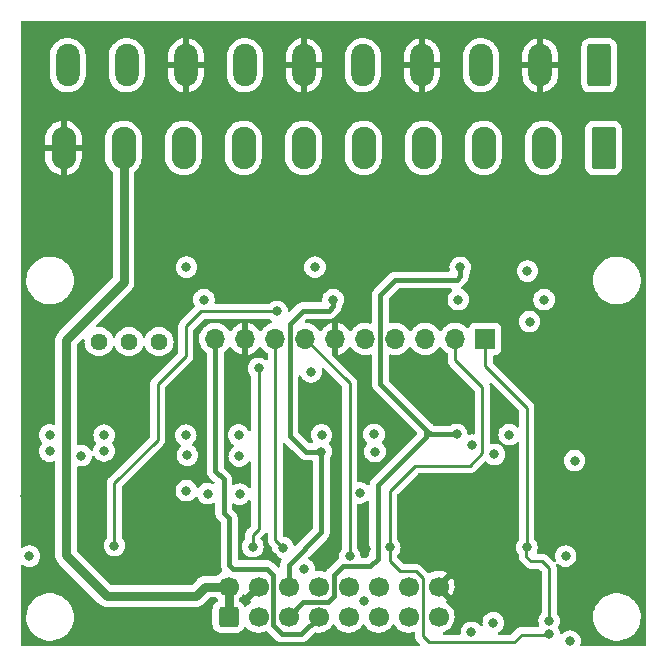
<source format=gbr>
%TF.GenerationSoftware,KiCad,Pcbnew,6.0.11+dfsg-1~bpo11+1*%
%TF.CreationDate,2023-07-05T16:39:37+02:00*%
%TF.ProjectId,ain4rib21,61696e34-7269-4623-9231-2e6b69636164,1.1*%
%TF.SameCoordinates,Original*%
%TF.FileFunction,Copper,L3,Inr*%
%TF.FilePolarity,Positive*%
%FSLAX46Y46*%
G04 Gerber Fmt 4.6, Leading zero omitted, Abs format (unit mm)*
G04 Created by KiCad (PCBNEW 6.0.11+dfsg-1~bpo11+1) date 2023-07-05 16:39:37*
%MOMM*%
%LPD*%
G01*
G04 APERTURE LIST*
G04 Aperture macros list*
%AMRoundRect*
0 Rectangle with rounded corners*
0 $1 Rounding radius*
0 $2 $3 $4 $5 $6 $7 $8 $9 X,Y pos of 4 corners*
0 Add a 4 corners polygon primitive as box body*
4,1,4,$2,$3,$4,$5,$6,$7,$8,$9,$2,$3,0*
0 Add four circle primitives for the rounded corners*
1,1,$1+$1,$2,$3*
1,1,$1+$1,$4,$5*
1,1,$1+$1,$6,$7*
1,1,$1+$1,$8,$9*
0 Add four rect primitives between the rounded corners*
20,1,$1+$1,$2,$3,$4,$5,0*
20,1,$1+$1,$4,$5,$6,$7,0*
20,1,$1+$1,$6,$7,$8,$9,0*
20,1,$1+$1,$8,$9,$2,$3,0*%
G04 Aperture macros list end*
%TA.AperFunction,ComponentPad*%
%ADD10R,1.700000X1.700000*%
%TD*%
%TA.AperFunction,ComponentPad*%
%ADD11O,1.700000X1.700000*%
%TD*%
%TA.AperFunction,ComponentPad*%
%ADD12RoundRect,0.250000X0.600000X-0.600000X0.600000X0.600000X-0.600000X0.600000X-0.600000X-0.600000X0*%
%TD*%
%TA.AperFunction,ComponentPad*%
%ADD13C,1.700000*%
%TD*%
%TA.AperFunction,ComponentPad*%
%ADD14C,1.440000*%
%TD*%
%TA.AperFunction,ComponentPad*%
%ADD15RoundRect,0.250000X0.750000X1.550000X-0.750000X1.550000X-0.750000X-1.550000X0.750000X-1.550000X0*%
%TD*%
%TA.AperFunction,ComponentPad*%
%ADD16O,2.000000X3.600000*%
%TD*%
%TA.AperFunction,ComponentPad*%
%ADD17RoundRect,0.249999X0.790001X1.550001X-0.790001X1.550001X-0.790001X-1.550001X0.790001X-1.550001X0*%
%TD*%
%TA.AperFunction,ComponentPad*%
%ADD18O,2.080000X3.600000*%
%TD*%
%TA.AperFunction,ViaPad*%
%ADD19C,0.800000*%
%TD*%
%TA.AperFunction,Conductor*%
%ADD20C,0.400000*%
%TD*%
%TA.AperFunction,Conductor*%
%ADD21C,0.250000*%
%TD*%
%TA.AperFunction,Conductor*%
%ADD22C,0.800000*%
%TD*%
G04 APERTURE END LIST*
D10*
%TO.N,/A4O*%
%TO.C,J1*%
X167840000Y-93450000D03*
D11*
%TO.N,/A3O*%
X165300000Y-93450000D03*
%TO.N,/A2O*%
X162760000Y-93450000D03*
%TO.N,/A1O*%
X160220000Y-93450000D03*
%TO.N,unconnected-(J1-Pad5)*%
X157680000Y-93450000D03*
%TO.N,GNDD*%
X155140000Y-93450000D03*
%TO.N,/SDA*%
X152600000Y-93450000D03*
%TO.N,/SCL*%
X150060000Y-93450000D03*
%TO.N,GNDD*%
X147520000Y-93450000D03*
%TO.N,+5V*%
X144980000Y-93450000D03*
%TD*%
D12*
%TO.N,+VSW*%
%TO.C,J2*%
X146110000Y-116972500D03*
D13*
X146110000Y-114432500D03*
%TO.N,Earth*%
X148650000Y-116972500D03*
%TO.N,GNDD*%
X148650000Y-114432500D03*
%TO.N,+12V*%
X151190000Y-116972500D03*
%TO.N,-12V*%
X151190000Y-114432500D03*
%TO.N,+5V*%
X153730000Y-116972500D03*
%TO.N,unconnected-(J2-Pad8)*%
X153730000Y-114432500D03*
%TO.N,unconnected-(J2-Pad9)*%
X156270000Y-116972500D03*
%TO.N,unconnected-(J2-Pad10)*%
X156270000Y-114432500D03*
%TO.N,unconnected-(J2-Pad11)*%
X158810000Y-116972500D03*
%TO.N,unconnected-(J2-Pad12)*%
X158810000Y-114432500D03*
%TO.N,unconnected-(J2-Pad13)*%
X161350000Y-116972500D03*
%TO.N,/SDA*%
X161350000Y-114432500D03*
%TO.N,/SCL*%
X163890000Y-116972500D03*
%TO.N,GNDD*%
X163890000Y-114432500D03*
%TD*%
D14*
%TO.N,/VREF*%
%TO.C,RV4*%
X135150000Y-93700000D03*
X137690000Y-93700000D03*
%TO.N,Net-(R12-Pad2)*%
X140230000Y-93700000D03*
%TD*%
D15*
%TO.N,Earth*%
%TO.C,J3*%
X177500000Y-70277500D03*
D16*
%TO.N,GNDD*%
X172500000Y-70277500D03*
%TO.N,/A4*%
X167500000Y-70277500D03*
%TO.N,GNDD*%
X162500000Y-70277500D03*
%TO.N,/A3*%
X157500000Y-70277500D03*
%TO.N,GNDD*%
X152500000Y-70277500D03*
%TO.N,/A2*%
X147500000Y-70277500D03*
%TO.N,GNDD*%
X142500000Y-70277500D03*
%TO.N,/A1*%
X137500000Y-70277500D03*
%TO.N,+VSW*%
X132500000Y-70277500D03*
%TD*%
D17*
%TO.N,+VSW*%
%TO.C,J4*%
X177860000Y-77277500D03*
D18*
%TO.N,Earth*%
X172780000Y-77277500D03*
%TO.N,+VSW*%
X167700000Y-77277500D03*
%TO.N,Earth*%
X162620000Y-77277500D03*
%TO.N,+VSW*%
X157540000Y-77277500D03*
%TO.N,Earth*%
X152460000Y-77277500D03*
%TO.N,+VSW*%
X147380000Y-77277500D03*
%TO.N,Earth*%
X142300000Y-77277500D03*
%TO.N,+VSW*%
X137220000Y-77277500D03*
%TO.N,GNDD*%
X132140000Y-77277500D03*
%TD*%
D19*
%TO.N,+12V*%
X142550000Y-87380000D03*
X171420000Y-87710000D03*
X135580000Y-101610000D03*
X165430000Y-101540000D03*
X165730000Y-87390000D03*
X146960000Y-101590000D03*
X158430000Y-101540000D03*
X153430000Y-87380000D03*
X153985500Y-101580000D03*
X142495500Y-101598469D03*
X130970000Y-101590000D03*
X169870000Y-101560000D03*
%TO.N,GNDD*%
X141250000Y-110975500D03*
X164570000Y-97630000D03*
X128880000Y-106780000D03*
X130030000Y-97680000D03*
X153130000Y-97740000D03*
X149870000Y-111930000D03*
X169440000Y-111360000D03*
X163560000Y-111370000D03*
X166050000Y-114410000D03*
X151820000Y-106320000D03*
X157780000Y-111260000D03*
X175375000Y-97050000D03*
X141620000Y-97760000D03*
X163400000Y-106420000D03*
X134450000Y-111000000D03*
%TO.N,-12V*%
X158510000Y-103000000D03*
X130957701Y-102957701D03*
X172830000Y-90130000D03*
X135570000Y-102950000D03*
X147020000Y-103374500D03*
X142620000Y-103300000D03*
X166700000Y-102460000D03*
X154970000Y-90130000D03*
X153959575Y-103004075D03*
X165570000Y-90130000D03*
X144030000Y-90130000D03*
%TO.N,+5V*%
X174660000Y-111840000D03*
X175410000Y-103760000D03*
X175020000Y-119050000D03*
%TO.N,/A4O*%
X171370000Y-111090000D03*
X173250000Y-117340000D03*
%TO.N,/A3O*%
X159760000Y-111110000D03*
X173280000Y-118470000D03*
%TO.N,/A2O*%
X148650000Y-95950000D03*
X166670000Y-118305500D03*
X148170000Y-111050000D03*
%TO.N,/A1O*%
X150225000Y-91125000D03*
X136450000Y-110950000D03*
X168520000Y-117490000D03*
%TO.N,/SDA*%
X156375000Y-111875000D03*
%TO.N,/SCL*%
X157620000Y-115690000D03*
X150725000Y-111125000D03*
X152500000Y-112925000D03*
%TO.N,/VREF*%
X133650000Y-103350000D03*
X157240000Y-106490000D03*
X168620000Y-103240000D03*
X142540000Y-106300000D03*
%TO.N,Net-(R10-Pad2)*%
X153100000Y-96250000D03*
X171600000Y-92000000D03*
%TO.N,Net-(R12-Pad2)*%
X129250000Y-111850000D03*
%TO.N,Net-(R19-Pad2)*%
X147060000Y-106600000D03*
X144340000Y-106560000D03*
%TD*%
D20*
%TO.N,+12V*%
X151190000Y-116972500D02*
X152440000Y-115722500D01*
X158752500Y-105817500D02*
X162735000Y-101835000D01*
X165415000Y-88475000D02*
X165730000Y-88160000D01*
X155020000Y-115250000D02*
X155020000Y-113440000D01*
X158130000Y-112675000D02*
X158752500Y-112052500D01*
X164410000Y-101540000D02*
X165430000Y-101540000D01*
X158970000Y-97295000D02*
X158970000Y-89730000D01*
X162735000Y-101835000D02*
X163030000Y-101540000D01*
X163215000Y-101540000D02*
X162850000Y-101175000D01*
X164410000Y-101540000D02*
X163215000Y-101540000D01*
X155020000Y-113440000D02*
X155785000Y-112675000D01*
X160225000Y-88475000D02*
X162775000Y-88475000D01*
X162735000Y-101835000D02*
X162850000Y-101720000D01*
X163030000Y-101540000D02*
X164410000Y-101540000D01*
X152440000Y-115722500D02*
X154547500Y-115722500D01*
X158752500Y-112052500D02*
X158752500Y-105817500D01*
X154547500Y-115722500D02*
X155020000Y-115250000D01*
X162850000Y-101720000D02*
X162850000Y-101175000D01*
X155785000Y-112675000D02*
X158130000Y-112675000D01*
X162775000Y-88475000D02*
X165415000Y-88475000D01*
X165730000Y-88160000D02*
X165730000Y-87390000D01*
X158970000Y-89730000D02*
X160225000Y-88475000D01*
X162850000Y-101175000D02*
X158970000Y-97295000D01*
%TO.N,-12V*%
X152654075Y-103004075D02*
X151310000Y-101660000D01*
X154970000Y-90700000D02*
X154970000Y-90130000D01*
X151310000Y-92170000D02*
X152420000Y-91060000D01*
X154610000Y-91060000D02*
X154970000Y-90700000D01*
X151190000Y-114432500D02*
X151190000Y-112610000D01*
X153959575Y-109840425D02*
X153959575Y-103004075D01*
X153959575Y-103004075D02*
X152654075Y-103004075D01*
X152420000Y-91060000D02*
X154610000Y-91060000D01*
X151310000Y-101660000D02*
X151310000Y-92170000D01*
X151190000Y-112610000D02*
X153959575Y-109840425D01*
%TO.N,+5V*%
X144980000Y-93450000D02*
X144980000Y-104630000D01*
X145700000Y-105350000D02*
X145700000Y-108175000D01*
X149900000Y-113420000D02*
X149900000Y-117720000D01*
X145700000Y-108175000D02*
X146175000Y-108650000D01*
X146175000Y-112605000D02*
X146490000Y-112920000D01*
X146175000Y-108650000D02*
X146175000Y-112605000D01*
X144980000Y-104630000D02*
X145700000Y-105350000D01*
X153730000Y-116972500D02*
X152262500Y-118440000D01*
X152262500Y-118440000D02*
X150770000Y-118440000D01*
X146490000Y-112920000D02*
X149400000Y-112920000D01*
X150620000Y-118440000D02*
X149900000Y-117720000D01*
X150770000Y-118440000D02*
X150620000Y-118440000D01*
X149400000Y-112920000D02*
X149900000Y-113420000D01*
D21*
%TO.N,/A4O*%
X171710000Y-112270000D02*
X171340000Y-111900000D01*
X167840000Y-95740000D02*
X171370000Y-99270000D01*
X171340000Y-111900000D02*
X171340000Y-111120000D01*
X167840000Y-93450000D02*
X167840000Y-95740000D01*
X172660000Y-112270000D02*
X171710000Y-112270000D01*
X171370000Y-99270000D02*
X171370000Y-111090000D01*
X173250000Y-117340000D02*
X173250000Y-112860000D01*
X173250000Y-112860000D02*
X172660000Y-112270000D01*
X171340000Y-111120000D02*
X171370000Y-111090000D01*
%TO.N,/A3O*%
X162540000Y-118630000D02*
X163050000Y-119140000D01*
X165300000Y-93450000D02*
X165300000Y-95250000D01*
X170925500Y-118485500D02*
X172627575Y-118485500D01*
X161950000Y-113140000D02*
X162540000Y-113730000D01*
X163050000Y-119140000D02*
X170271000Y-119140000D01*
X165300000Y-95250000D02*
X167600000Y-97550000D01*
X170271000Y-119140000D02*
X170925500Y-118485500D01*
X167600000Y-97550000D02*
X167600000Y-103150000D01*
X162540000Y-113730000D02*
X162540000Y-118630000D01*
X159760000Y-106340000D02*
X159760000Y-111110000D01*
X159760000Y-112260000D02*
X160640000Y-113140000D01*
X159760000Y-111110000D02*
X159760000Y-112260000D01*
X173264500Y-118485500D02*
X173280000Y-118470000D01*
X161900000Y-104200000D02*
X159760000Y-106340000D01*
X166550000Y-104200000D02*
X161900000Y-104200000D01*
X172627575Y-118485500D02*
X173264500Y-118485500D01*
X160640000Y-113140000D02*
X161950000Y-113140000D01*
X167600000Y-103150000D02*
X166550000Y-104200000D01*
%TO.N,/A2O*%
X148650000Y-95950000D02*
X148650000Y-109550000D01*
X148170000Y-110030000D02*
X148170000Y-111050000D01*
X148650000Y-109550000D02*
X148170000Y-110030000D01*
%TO.N,/A1O*%
X142500000Y-92400000D02*
X143775000Y-91125000D01*
X140100000Y-97300000D02*
X142500000Y-94900000D01*
X142500000Y-94900000D02*
X142500000Y-92400000D01*
X143775000Y-91125000D02*
X150225000Y-91125000D01*
X136450000Y-110950000D02*
X136450000Y-105650000D01*
X136450000Y-105650000D02*
X140100000Y-102000000D01*
X140100000Y-102000000D02*
X140100000Y-97300000D01*
%TO.N,/SDA*%
X156375000Y-97225000D02*
X156375000Y-111875000D01*
X152600000Y-93450000D02*
X156375000Y-97225000D01*
%TO.N,/SCL*%
X150060000Y-93450000D02*
X150060000Y-110460000D01*
X150060000Y-110460000D02*
X150725000Y-111125000D01*
D22*
%TO.N,+VSW*%
X135800000Y-115225000D02*
X143355000Y-115225000D01*
X137220000Y-88680000D02*
X132350000Y-93550000D01*
X146110000Y-114432500D02*
X146110000Y-116972500D01*
X143355000Y-115225000D02*
X144147500Y-114432500D01*
X144147500Y-114432500D02*
X146110000Y-114432500D01*
X132350000Y-93550000D02*
X132350000Y-111775000D01*
X137220000Y-77277500D02*
X137220000Y-88680000D01*
X132350000Y-111775000D02*
X135800000Y-115225000D01*
%TD*%
%TA.AperFunction,Conductor*%
%TO.N,GNDD*%
G36*
X181433621Y-66528502D02*
G01*
X181480114Y-66582158D01*
X181491500Y-66634500D01*
X181491500Y-119365500D01*
X181471498Y-119433621D01*
X181417842Y-119480114D01*
X181365500Y-119491500D01*
X176005225Y-119491500D01*
X175937104Y-119471498D01*
X175890611Y-119417842D01*
X175880507Y-119347568D01*
X175885392Y-119326564D01*
X175906211Y-119262490D01*
X175913542Y-119239928D01*
X175922845Y-119151420D01*
X175932814Y-119056565D01*
X175933504Y-119050000D01*
X175929410Y-119011046D01*
X175914232Y-118866635D01*
X175914232Y-118866633D01*
X175913542Y-118860072D01*
X175854527Y-118678444D01*
X175759040Y-118513056D01*
X175746155Y-118498745D01*
X175635675Y-118376045D01*
X175635672Y-118376042D01*
X175631253Y-118371134D01*
X175507357Y-118281118D01*
X175482094Y-118262763D01*
X175482093Y-118262762D01*
X175476752Y-118258882D01*
X175470724Y-118256198D01*
X175470722Y-118256197D01*
X175308319Y-118183891D01*
X175308318Y-118183891D01*
X175302288Y-118181206D01*
X175208887Y-118161353D01*
X175121944Y-118142872D01*
X175121939Y-118142872D01*
X175115487Y-118141500D01*
X174924513Y-118141500D01*
X174918061Y-118142872D01*
X174918056Y-118142872D01*
X174831113Y-118161353D01*
X174737712Y-118181206D01*
X174731682Y-118183891D01*
X174731681Y-118183891D01*
X174569278Y-118256197D01*
X174569276Y-118256198D01*
X174563248Y-118258882D01*
X174557907Y-118262762D01*
X174557906Y-118262763D01*
X174532643Y-118281118D01*
X174408747Y-118371134D01*
X174396063Y-118385221D01*
X174335621Y-118422461D01*
X174264638Y-118421112D01*
X174205652Y-118381600D01*
X174177117Y-118314084D01*
X174174232Y-118286634D01*
X174174231Y-118286631D01*
X174173542Y-118280072D01*
X174114527Y-118098444D01*
X174087725Y-118052021D01*
X174024215Y-117942019D01*
X174007477Y-117873024D01*
X174024215Y-117816019D01*
X174044151Y-117781490D01*
X174084527Y-117711556D01*
X174143542Y-117529928D01*
X174163504Y-117340000D01*
X174155156Y-117260569D01*
X174144232Y-117156635D01*
X174144232Y-117156633D01*
X174143542Y-117150072D01*
X174087930Y-116978918D01*
X176986917Y-116978918D01*
X176987334Y-116986156D01*
X177002682Y-117252320D01*
X177055405Y-117521053D01*
X177056792Y-117525103D01*
X177056793Y-117525108D01*
X177141730Y-117773188D01*
X177144112Y-117780144D01*
X177190826Y-117873024D01*
X177259732Y-118010029D01*
X177267160Y-118024799D01*
X177269586Y-118028328D01*
X177269589Y-118028334D01*
X177414650Y-118239397D01*
X177422274Y-118250490D01*
X177425161Y-118253663D01*
X177425162Y-118253664D01*
X177536517Y-118376042D01*
X177606582Y-118453043D01*
X177609877Y-118455798D01*
X177609878Y-118455799D01*
X177667073Y-118503621D01*
X177816675Y-118628707D01*
X177820316Y-118630991D01*
X178045024Y-118771951D01*
X178045028Y-118771953D01*
X178048664Y-118774234D01*
X178116544Y-118804883D01*
X178294345Y-118885164D01*
X178294349Y-118885166D01*
X178298257Y-118886930D01*
X178302377Y-118888150D01*
X178302376Y-118888150D01*
X178556723Y-118963491D01*
X178556727Y-118963492D01*
X178560836Y-118964709D01*
X178565070Y-118965357D01*
X178565075Y-118965358D01*
X178827298Y-119005483D01*
X178827300Y-119005483D01*
X178831540Y-119006132D01*
X178970912Y-119008322D01*
X179101071Y-119010367D01*
X179101077Y-119010367D01*
X179105362Y-119010434D01*
X179377235Y-118977534D01*
X179642127Y-118908041D01*
X179646087Y-118906401D01*
X179646092Y-118906399D01*
X179773091Y-118853794D01*
X179895136Y-118803241D01*
X180131582Y-118665073D01*
X180347089Y-118496094D01*
X180356389Y-118486498D01*
X180496624Y-118341786D01*
X180537669Y-118299431D01*
X180540202Y-118295983D01*
X180540206Y-118295978D01*
X180697257Y-118082178D01*
X180699795Y-118078723D01*
X180728347Y-118026137D01*
X180828418Y-117841830D01*
X180828419Y-117841828D01*
X180830468Y-117838054D01*
X180911824Y-117622751D01*
X180925751Y-117585895D01*
X180925752Y-117585891D01*
X180927269Y-117581877D01*
X180955141Y-117460180D01*
X180987449Y-117319117D01*
X180987450Y-117319113D01*
X180988407Y-117314933D01*
X180989734Y-117300072D01*
X181012531Y-117044627D01*
X181012531Y-117044625D01*
X181012751Y-117042161D01*
X181013193Y-117000000D01*
X181009658Y-116948148D01*
X180994859Y-116731055D01*
X180994858Y-116731049D01*
X180994567Y-116726778D01*
X180993534Y-116721787D01*
X180939901Y-116462809D01*
X180939032Y-116458612D01*
X180847617Y-116200465D01*
X180739571Y-115991129D01*
X180723978Y-115960919D01*
X180723978Y-115960918D01*
X180722013Y-115957112D01*
X180712040Y-115942921D01*
X180633319Y-115830913D01*
X180564545Y-115733057D01*
X180433191Y-115591703D01*
X180381046Y-115535588D01*
X180381043Y-115535585D01*
X180378125Y-115532445D01*
X180374810Y-115529731D01*
X180374806Y-115529728D01*
X180224175Y-115406438D01*
X180166205Y-115358990D01*
X179932704Y-115215901D01*
X179928768Y-115214173D01*
X179685873Y-115107549D01*
X179685869Y-115107548D01*
X179681945Y-115105825D01*
X179418566Y-115030800D01*
X179414324Y-115030196D01*
X179414318Y-115030195D01*
X179213834Y-115001662D01*
X179147443Y-114992213D01*
X179003589Y-114991460D01*
X178877877Y-114990802D01*
X178877871Y-114990802D01*
X178873591Y-114990780D01*
X178869347Y-114991339D01*
X178869343Y-114991339D01*
X178750302Y-115007011D01*
X178602078Y-115026525D01*
X178597938Y-115027658D01*
X178597936Y-115027658D01*
X178526810Y-115047116D01*
X178337928Y-115098788D01*
X178333980Y-115100472D01*
X178089982Y-115204546D01*
X178089978Y-115204548D01*
X178086030Y-115206232D01*
X178066125Y-115218145D01*
X177854725Y-115344664D01*
X177854721Y-115344667D01*
X177851043Y-115346868D01*
X177637318Y-115518094D01*
X177544984Y-115615394D01*
X177483310Y-115680385D01*
X177448808Y-115716742D01*
X177289002Y-115939136D01*
X177160857Y-116181161D01*
X177159385Y-116185184D01*
X177159383Y-116185188D01*
X177105258Y-116333090D01*
X177066743Y-116438337D01*
X177008404Y-116705907D01*
X176986917Y-116978918D01*
X174087930Y-116978918D01*
X174084527Y-116968444D01*
X173989040Y-116803056D01*
X173915863Y-116721785D01*
X173885147Y-116657779D01*
X173883500Y-116637476D01*
X173883500Y-112938767D01*
X173884027Y-112927584D01*
X173885702Y-112920091D01*
X173885306Y-112907474D01*
X173883562Y-112852014D01*
X173883500Y-112848055D01*
X173883500Y-112820144D01*
X173882995Y-112816144D01*
X173882062Y-112804301D01*
X173881967Y-112801262D01*
X173880673Y-112760111D01*
X173875021Y-112740657D01*
X173871013Y-112721300D01*
X173869468Y-112709070D01*
X173869468Y-112709069D01*
X173868474Y-112701203D01*
X173862065Y-112685016D01*
X173853605Y-112663647D01*
X173847126Y-112592947D01*
X173879898Y-112529967D01*
X173941518Y-112494703D01*
X174012421Y-112498352D01*
X174048231Y-112519576D01*
X174048747Y-112518866D01*
X174146861Y-112590150D01*
X174203248Y-112631118D01*
X174209276Y-112633802D01*
X174209278Y-112633803D01*
X174369862Y-112705299D01*
X174377712Y-112708794D01*
X174471112Y-112728647D01*
X174558056Y-112747128D01*
X174558061Y-112747128D01*
X174564513Y-112748500D01*
X174755487Y-112748500D01*
X174761939Y-112747128D01*
X174761944Y-112747128D01*
X174848888Y-112728647D01*
X174942288Y-112708794D01*
X174950138Y-112705299D01*
X175110722Y-112633803D01*
X175110724Y-112633802D01*
X175116752Y-112631118D01*
X175271253Y-112518866D01*
X175280612Y-112508472D01*
X175394621Y-112381852D01*
X175394622Y-112381851D01*
X175399040Y-112376944D01*
X175482642Y-112232141D01*
X175491223Y-112217279D01*
X175491224Y-112217278D01*
X175494527Y-112211556D01*
X175553542Y-112029928D01*
X175557532Y-111991970D01*
X175572814Y-111846565D01*
X175573504Y-111840000D01*
X175570878Y-111815016D01*
X175554232Y-111656635D01*
X175554232Y-111656633D01*
X175553542Y-111650072D01*
X175494527Y-111468444D01*
X175463828Y-111415271D01*
X175424121Y-111346497D01*
X175399040Y-111303056D01*
X175378216Y-111279928D01*
X175275675Y-111166045D01*
X175275674Y-111166044D01*
X175271253Y-111161134D01*
X175164310Y-111083435D01*
X175122094Y-111052763D01*
X175122093Y-111052762D01*
X175116752Y-111048882D01*
X175110724Y-111046198D01*
X175110722Y-111046197D01*
X174948319Y-110973891D01*
X174948318Y-110973891D01*
X174942288Y-110971206D01*
X174842522Y-110950000D01*
X174761944Y-110932872D01*
X174761939Y-110932872D01*
X174755487Y-110931500D01*
X174564513Y-110931500D01*
X174558061Y-110932872D01*
X174558056Y-110932872D01*
X174477478Y-110950000D01*
X174377712Y-110971206D01*
X174371682Y-110973891D01*
X174371681Y-110973891D01*
X174209278Y-111046197D01*
X174209276Y-111046198D01*
X174203248Y-111048882D01*
X174197907Y-111052762D01*
X174197906Y-111052763D01*
X174155690Y-111083435D01*
X174048747Y-111161134D01*
X174044326Y-111166044D01*
X174044325Y-111166045D01*
X173941785Y-111279928D01*
X173920960Y-111303056D01*
X173895879Y-111346497D01*
X173856173Y-111415271D01*
X173825473Y-111468444D01*
X173766458Y-111650072D01*
X173765768Y-111656633D01*
X173765768Y-111656635D01*
X173749122Y-111815016D01*
X173746496Y-111840000D01*
X173747186Y-111846565D01*
X173762469Y-111991970D01*
X173766458Y-112029928D01*
X173821167Y-112198304D01*
X173823195Y-112269270D01*
X173786532Y-112330068D01*
X173722820Y-112361394D01*
X173652286Y-112353301D01*
X173612238Y-112326334D01*
X173417102Y-112131197D01*
X173163647Y-111877742D01*
X173156113Y-111869463D01*
X173152000Y-111862982D01*
X173102348Y-111816356D01*
X173099507Y-111813602D01*
X173079770Y-111793865D01*
X173076573Y-111791385D01*
X173067551Y-111783680D01*
X173041100Y-111758841D01*
X173035321Y-111753414D01*
X173028375Y-111749595D01*
X173028372Y-111749593D01*
X173017566Y-111743652D01*
X173001047Y-111732801D01*
X172993813Y-111727190D01*
X172985041Y-111720386D01*
X172977772Y-111717241D01*
X172977768Y-111717238D01*
X172944463Y-111702826D01*
X172933813Y-111697609D01*
X172895060Y-111676305D01*
X172875437Y-111671267D01*
X172856734Y-111664863D01*
X172845420Y-111659967D01*
X172845419Y-111659967D01*
X172838145Y-111656819D01*
X172830322Y-111655580D01*
X172830312Y-111655577D01*
X172794476Y-111649901D01*
X172782856Y-111647495D01*
X172747711Y-111638472D01*
X172747710Y-111638472D01*
X172740030Y-111636500D01*
X172719776Y-111636500D01*
X172700065Y-111634949D01*
X172687886Y-111633020D01*
X172680057Y-111631780D01*
X172672165Y-111632526D01*
X172636039Y-111635941D01*
X172624181Y-111636500D01*
X172319904Y-111636500D01*
X172251783Y-111616498D01*
X172205290Y-111562842D01*
X172195186Y-111492568D01*
X172203739Y-111462921D01*
X172204527Y-111461556D01*
X172263542Y-111279928D01*
X172274461Y-111176045D01*
X172282814Y-111096565D01*
X172283504Y-111090000D01*
X172272352Y-110983891D01*
X172264232Y-110906635D01*
X172264232Y-110906633D01*
X172263542Y-110900072D01*
X172204527Y-110718444D01*
X172109040Y-110553056D01*
X172035863Y-110471785D01*
X172005147Y-110407779D01*
X172003500Y-110387476D01*
X172003500Y-103760000D01*
X174496496Y-103760000D01*
X174497186Y-103766565D01*
X174514968Y-103935748D01*
X174516458Y-103949928D01*
X174575473Y-104131556D01*
X174578776Y-104137278D01*
X174578777Y-104137279D01*
X174597767Y-104170170D01*
X174670960Y-104296944D01*
X174798747Y-104438866D01*
X174953248Y-104551118D01*
X174959276Y-104553802D01*
X174959278Y-104553803D01*
X175113836Y-104622616D01*
X175127712Y-104628794D01*
X175221113Y-104648647D01*
X175308056Y-104667128D01*
X175308061Y-104667128D01*
X175314513Y-104668500D01*
X175505487Y-104668500D01*
X175511939Y-104667128D01*
X175511944Y-104667128D01*
X175598887Y-104648647D01*
X175692288Y-104628794D01*
X175706164Y-104622616D01*
X175860722Y-104553803D01*
X175860724Y-104553802D01*
X175866752Y-104551118D01*
X176021253Y-104438866D01*
X176149040Y-104296944D01*
X176222233Y-104170170D01*
X176241223Y-104137279D01*
X176241224Y-104137278D01*
X176244527Y-104131556D01*
X176303542Y-103949928D01*
X176305033Y-103935748D01*
X176322814Y-103766565D01*
X176323504Y-103760000D01*
X176318773Y-103714986D01*
X176304232Y-103576635D01*
X176304232Y-103576633D01*
X176303542Y-103570072D01*
X176244527Y-103388444D01*
X176237130Y-103375631D01*
X176166792Y-103253803D01*
X176149040Y-103223056D01*
X176119212Y-103189928D01*
X176025675Y-103086045D01*
X176025674Y-103086044D01*
X176021253Y-103081134D01*
X175866752Y-102968882D01*
X175860724Y-102966198D01*
X175860722Y-102966197D01*
X175698319Y-102893891D01*
X175698318Y-102893891D01*
X175692288Y-102891206D01*
X175585202Y-102868444D01*
X175511944Y-102852872D01*
X175511939Y-102852872D01*
X175505487Y-102851500D01*
X175314513Y-102851500D01*
X175308061Y-102852872D01*
X175308056Y-102852872D01*
X175234798Y-102868444D01*
X175127712Y-102891206D01*
X175121682Y-102893891D01*
X175121681Y-102893891D01*
X174959278Y-102966197D01*
X174959276Y-102966198D01*
X174953248Y-102968882D01*
X174798747Y-103081134D01*
X174794326Y-103086044D01*
X174794325Y-103086045D01*
X174700789Y-103189928D01*
X174670960Y-103223056D01*
X174653208Y-103253803D01*
X174582871Y-103375631D01*
X174575473Y-103388444D01*
X174516458Y-103570072D01*
X174515768Y-103576633D01*
X174515768Y-103576635D01*
X174501227Y-103714986D01*
X174496496Y-103760000D01*
X172003500Y-103760000D01*
X172003500Y-99348767D01*
X172004027Y-99337584D01*
X172005702Y-99330091D01*
X172003562Y-99262000D01*
X172003500Y-99258043D01*
X172003500Y-99230144D01*
X172002996Y-99226153D01*
X172002063Y-99214311D01*
X172000923Y-99178036D01*
X172000674Y-99170111D01*
X171998462Y-99162497D01*
X171998461Y-99162492D01*
X171995023Y-99150659D01*
X171991012Y-99131295D01*
X171989467Y-99119064D01*
X171988474Y-99111203D01*
X171985557Y-99103836D01*
X171985556Y-99103831D01*
X171972198Y-99070092D01*
X171968354Y-99058865D01*
X171958230Y-99024022D01*
X171956018Y-99016407D01*
X171945707Y-98998972D01*
X171937012Y-98981224D01*
X171929552Y-98962383D01*
X171903564Y-98926613D01*
X171897048Y-98916693D01*
X171878580Y-98885465D01*
X171878578Y-98885462D01*
X171874542Y-98878638D01*
X171860221Y-98864317D01*
X171847380Y-98849283D01*
X171840131Y-98839306D01*
X171835472Y-98832893D01*
X171801395Y-98804702D01*
X171792616Y-98796712D01*
X168510405Y-95514500D01*
X168476379Y-95452188D01*
X168473500Y-95425405D01*
X168473500Y-94934500D01*
X168493502Y-94866379D01*
X168547158Y-94819886D01*
X168599500Y-94808500D01*
X168738134Y-94808500D01*
X168800316Y-94801745D01*
X168936705Y-94750615D01*
X169053261Y-94663261D01*
X169140615Y-94546705D01*
X169191745Y-94410316D01*
X169198500Y-94348134D01*
X169198500Y-92551866D01*
X169191745Y-92489684D01*
X169140615Y-92353295D01*
X169053261Y-92236739D01*
X168936705Y-92149385D01*
X168800316Y-92098255D01*
X168738134Y-92091500D01*
X166941866Y-92091500D01*
X166879684Y-92098255D01*
X166743295Y-92149385D01*
X166626739Y-92236739D01*
X166539385Y-92353295D01*
X166536233Y-92361703D01*
X166494919Y-92471907D01*
X166452277Y-92528671D01*
X166385716Y-92553371D01*
X166316367Y-92538163D01*
X166283743Y-92512476D01*
X166233151Y-92456875D01*
X166233142Y-92456866D01*
X166229670Y-92453051D01*
X166225619Y-92449852D01*
X166225615Y-92449848D01*
X166058414Y-92317800D01*
X166058410Y-92317798D01*
X166054359Y-92314598D01*
X166018028Y-92294542D01*
X165965461Y-92265524D01*
X165858789Y-92206638D01*
X165853920Y-92204914D01*
X165853916Y-92204912D01*
X165653087Y-92133795D01*
X165653083Y-92133794D01*
X165648212Y-92132069D01*
X165643119Y-92131162D01*
X165643116Y-92131161D01*
X165433373Y-92093800D01*
X165433367Y-92093799D01*
X165428284Y-92092894D01*
X165354452Y-92091992D01*
X165210081Y-92090228D01*
X165210079Y-92090228D01*
X165204911Y-92090165D01*
X164984091Y-92123955D01*
X164771756Y-92193357D01*
X164730987Y-92214580D01*
X164607943Y-92278633D01*
X164573607Y-92296507D01*
X164569474Y-92299610D01*
X164569471Y-92299612D01*
X164399100Y-92427530D01*
X164394965Y-92430635D01*
X164355525Y-92471907D01*
X164289328Y-92541178D01*
X164240629Y-92592138D01*
X164133201Y-92749621D01*
X164078293Y-92794621D01*
X164007768Y-92802792D01*
X163944021Y-92771538D01*
X163923324Y-92747054D01*
X163842822Y-92622617D01*
X163842820Y-92622614D01*
X163840014Y-92618277D01*
X163689670Y-92453051D01*
X163685619Y-92449852D01*
X163685615Y-92449848D01*
X163518414Y-92317800D01*
X163518410Y-92317798D01*
X163514359Y-92314598D01*
X163478028Y-92294542D01*
X163425461Y-92265524D01*
X163318789Y-92206638D01*
X163313920Y-92204914D01*
X163313916Y-92204912D01*
X163113087Y-92133795D01*
X163113083Y-92133794D01*
X163108212Y-92132069D01*
X163103119Y-92131162D01*
X163103116Y-92131161D01*
X162893373Y-92093800D01*
X162893367Y-92093799D01*
X162888284Y-92092894D01*
X162814452Y-92091992D01*
X162670081Y-92090228D01*
X162670079Y-92090228D01*
X162664911Y-92090165D01*
X162444091Y-92123955D01*
X162231756Y-92193357D01*
X162190987Y-92214580D01*
X162067943Y-92278633D01*
X162033607Y-92296507D01*
X162029474Y-92299610D01*
X162029471Y-92299612D01*
X161859100Y-92427530D01*
X161854965Y-92430635D01*
X161815525Y-92471907D01*
X161749328Y-92541178D01*
X161700629Y-92592138D01*
X161593201Y-92749621D01*
X161538293Y-92794621D01*
X161467768Y-92802792D01*
X161404021Y-92771538D01*
X161383324Y-92747054D01*
X161302822Y-92622617D01*
X161302820Y-92622614D01*
X161300014Y-92618277D01*
X161149670Y-92453051D01*
X161145619Y-92449852D01*
X161145615Y-92449848D01*
X160978414Y-92317800D01*
X160978410Y-92317798D01*
X160974359Y-92314598D01*
X160938028Y-92294542D01*
X160885461Y-92265524D01*
X160778789Y-92206638D01*
X160773920Y-92204914D01*
X160773916Y-92204912D01*
X160573087Y-92133795D01*
X160573083Y-92133794D01*
X160568212Y-92132069D01*
X160563119Y-92131162D01*
X160563116Y-92131161D01*
X160353373Y-92093800D01*
X160353367Y-92093799D01*
X160348284Y-92092894D01*
X160274452Y-92091992D01*
X160130081Y-92090228D01*
X160130079Y-92090228D01*
X160124911Y-92090165D01*
X159904091Y-92123955D01*
X159843644Y-92143712D01*
X159772682Y-92145863D01*
X159711820Y-92109307D01*
X159680383Y-92045650D01*
X159678500Y-92023947D01*
X159678500Y-92000000D01*
X170686496Y-92000000D01*
X170687186Y-92006565D01*
X170703832Y-92164940D01*
X170706458Y-92189928D01*
X170765473Y-92371556D01*
X170860960Y-92536944D01*
X170865378Y-92541851D01*
X170865379Y-92541852D01*
X170984325Y-92673955D01*
X170988747Y-92678866D01*
X171037922Y-92714594D01*
X171116299Y-92771538D01*
X171143248Y-92791118D01*
X171149276Y-92793802D01*
X171149278Y-92793803D01*
X171170490Y-92803247D01*
X171317712Y-92868794D01*
X171411112Y-92888647D01*
X171498056Y-92907128D01*
X171498061Y-92907128D01*
X171504513Y-92908500D01*
X171695487Y-92908500D01*
X171701939Y-92907128D01*
X171701944Y-92907128D01*
X171788887Y-92888647D01*
X171882288Y-92868794D01*
X172029510Y-92803247D01*
X172050722Y-92793803D01*
X172050724Y-92793802D01*
X172056752Y-92791118D01*
X172083702Y-92771538D01*
X172162078Y-92714594D01*
X172211253Y-92678866D01*
X172215675Y-92673955D01*
X172334621Y-92541852D01*
X172334622Y-92541851D01*
X172339040Y-92536944D01*
X172434527Y-92371556D01*
X172493542Y-92189928D01*
X172496169Y-92164940D01*
X172512814Y-92006565D01*
X172513504Y-92000000D01*
X172508940Y-91956573D01*
X172494232Y-91816635D01*
X172494232Y-91816633D01*
X172493542Y-91810072D01*
X172434527Y-91628444D01*
X172339040Y-91463056D01*
X172211253Y-91321134D01*
X172112157Y-91249136D01*
X172062094Y-91212763D01*
X172062093Y-91212762D01*
X172056752Y-91208882D01*
X172050724Y-91206198D01*
X172050722Y-91206197D01*
X171888319Y-91133891D01*
X171888318Y-91133891D01*
X171882288Y-91131206D01*
X171788888Y-91111353D01*
X171701944Y-91092872D01*
X171701939Y-91092872D01*
X171695487Y-91091500D01*
X171504513Y-91091500D01*
X171498061Y-91092872D01*
X171498056Y-91092872D01*
X171411112Y-91111353D01*
X171317712Y-91131206D01*
X171311682Y-91133891D01*
X171311681Y-91133891D01*
X171149278Y-91206197D01*
X171149276Y-91206198D01*
X171143248Y-91208882D01*
X171137907Y-91212762D01*
X171137906Y-91212763D01*
X171087843Y-91249136D01*
X170988747Y-91321134D01*
X170860960Y-91463056D01*
X170765473Y-91628444D01*
X170706458Y-91810072D01*
X170705768Y-91816633D01*
X170705768Y-91816635D01*
X170691060Y-91956573D01*
X170686496Y-92000000D01*
X159678500Y-92000000D01*
X159678500Y-90075660D01*
X159698502Y-90007539D01*
X159715405Y-89986565D01*
X160481565Y-89220405D01*
X160543877Y-89186379D01*
X160570660Y-89183500D01*
X164939325Y-89183500D01*
X165007446Y-89203502D01*
X165053939Y-89257158D01*
X165064043Y-89327432D01*
X165034549Y-89392012D01*
X165013386Y-89411436D01*
X164958747Y-89451134D01*
X164954326Y-89456044D01*
X164954325Y-89456045D01*
X164840755Y-89582178D01*
X164830960Y-89593056D01*
X164827659Y-89598774D01*
X164739762Y-89751016D01*
X164735473Y-89758444D01*
X164676458Y-89940072D01*
X164675768Y-89946633D01*
X164675768Y-89946635D01*
X164667693Y-90023470D01*
X164656496Y-90130000D01*
X164657186Y-90136565D01*
X164669761Y-90256206D01*
X164676458Y-90319928D01*
X164735473Y-90501556D01*
X164830960Y-90666944D01*
X164958747Y-90808866D01*
X165113248Y-90921118D01*
X165119276Y-90923802D01*
X165119278Y-90923803D01*
X165240390Y-90977725D01*
X165287712Y-90998794D01*
X165381112Y-91018647D01*
X165468056Y-91037128D01*
X165468061Y-91037128D01*
X165474513Y-91038500D01*
X165665487Y-91038500D01*
X165671939Y-91037128D01*
X165671944Y-91037128D01*
X165758888Y-91018647D01*
X165852288Y-90998794D01*
X165899610Y-90977725D01*
X166020722Y-90923803D01*
X166020724Y-90923802D01*
X166026752Y-90921118D01*
X166181253Y-90808866D01*
X166309040Y-90666944D01*
X166404527Y-90501556D01*
X166463542Y-90319928D01*
X166470240Y-90256206D01*
X166482814Y-90136565D01*
X166483504Y-90130000D01*
X171916496Y-90130000D01*
X171917186Y-90136565D01*
X171929761Y-90256206D01*
X171936458Y-90319928D01*
X171995473Y-90501556D01*
X172090960Y-90666944D01*
X172218747Y-90808866D01*
X172373248Y-90921118D01*
X172379276Y-90923802D01*
X172379278Y-90923803D01*
X172500390Y-90977725D01*
X172547712Y-90998794D01*
X172641112Y-91018647D01*
X172728056Y-91037128D01*
X172728061Y-91037128D01*
X172734513Y-91038500D01*
X172925487Y-91038500D01*
X172931939Y-91037128D01*
X172931944Y-91037128D01*
X173018888Y-91018647D01*
X173112288Y-90998794D01*
X173159610Y-90977725D01*
X173280722Y-90923803D01*
X173280724Y-90923802D01*
X173286752Y-90921118D01*
X173441253Y-90808866D01*
X173569040Y-90666944D01*
X173664527Y-90501556D01*
X173723542Y-90319928D01*
X173730240Y-90256206D01*
X173742814Y-90136565D01*
X173743504Y-90130000D01*
X173732308Y-90023470D01*
X173724232Y-89946635D01*
X173724232Y-89946633D01*
X173723542Y-89940072D01*
X173664527Y-89758444D01*
X173660239Y-89751016D01*
X173572341Y-89598774D01*
X173569040Y-89593056D01*
X173559246Y-89582178D01*
X173445675Y-89456045D01*
X173445674Y-89456044D01*
X173441253Y-89451134D01*
X173319598Y-89362746D01*
X173292094Y-89342763D01*
X173292093Y-89342762D01*
X173286752Y-89338882D01*
X173280724Y-89336198D01*
X173280722Y-89336197D01*
X173118319Y-89263891D01*
X173118318Y-89263891D01*
X173112288Y-89261206D01*
X173018888Y-89241353D01*
X172931944Y-89222872D01*
X172931939Y-89222872D01*
X172925487Y-89221500D01*
X172734513Y-89221500D01*
X172728061Y-89222872D01*
X172728056Y-89222872D01*
X172641112Y-89241353D01*
X172547712Y-89261206D01*
X172541682Y-89263891D01*
X172541681Y-89263891D01*
X172379278Y-89336197D01*
X172379276Y-89336198D01*
X172373248Y-89338882D01*
X172367907Y-89342762D01*
X172367906Y-89342763D01*
X172340402Y-89362746D01*
X172218747Y-89451134D01*
X172214326Y-89456044D01*
X172214325Y-89456045D01*
X172100755Y-89582178D01*
X172090960Y-89593056D01*
X172087659Y-89598774D01*
X171999762Y-89751016D01*
X171995473Y-89758444D01*
X171936458Y-89940072D01*
X171935768Y-89946633D01*
X171935768Y-89946635D01*
X171927693Y-90023470D01*
X171916496Y-90130000D01*
X166483504Y-90130000D01*
X166472308Y-90023470D01*
X166464232Y-89946635D01*
X166464232Y-89946633D01*
X166463542Y-89940072D01*
X166404527Y-89758444D01*
X166400239Y-89751016D01*
X166312341Y-89598774D01*
X166309040Y-89593056D01*
X166299246Y-89582178D01*
X166185675Y-89456045D01*
X166185674Y-89456044D01*
X166181253Y-89451134D01*
X166059598Y-89362746D01*
X166032094Y-89342763D01*
X166032093Y-89342762D01*
X166026752Y-89338882D01*
X166020726Y-89336199D01*
X166020719Y-89336195D01*
X165857382Y-89263474D01*
X165803286Y-89217494D01*
X165782636Y-89149567D01*
X165801988Y-89081259D01*
X165837264Y-89044527D01*
X165880718Y-89014663D01*
X165880726Y-89014656D01*
X165886981Y-89010357D01*
X165928435Y-88963830D01*
X165933416Y-88958554D01*
X166210535Y-88681436D01*
X166216800Y-88675583D01*
X166254664Y-88642552D01*
X166254665Y-88642551D01*
X166260385Y-88637561D01*
X166297136Y-88585271D01*
X166301028Y-88580029D01*
X166340476Y-88529718D01*
X166343600Y-88522799D01*
X166344988Y-88520507D01*
X166353357Y-88505835D01*
X166354622Y-88503475D01*
X166358990Y-88497261D01*
X166367807Y-88474648D01*
X166382202Y-88437725D01*
X166384759Y-88431642D01*
X166402321Y-88392749D01*
X166411045Y-88373427D01*
X166412430Y-88365954D01*
X166413234Y-88363388D01*
X166417855Y-88347165D01*
X166418520Y-88344573D01*
X166421282Y-88337491D01*
X166429622Y-88274139D01*
X166430654Y-88267623D01*
X166440911Y-88212281D01*
X166442295Y-88204814D01*
X166438709Y-88142620D01*
X166438500Y-88135367D01*
X166438500Y-88008744D01*
X166458502Y-87940623D01*
X166462564Y-87934683D01*
X166464621Y-87931852D01*
X166469040Y-87926944D01*
X166514587Y-87848054D01*
X166561223Y-87767279D01*
X166561224Y-87767278D01*
X166564527Y-87761556D01*
X166581279Y-87710000D01*
X170506496Y-87710000D01*
X170507186Y-87716565D01*
X170521541Y-87853141D01*
X170526458Y-87899928D01*
X170585473Y-88081556D01*
X170680960Y-88246944D01*
X170685378Y-88251851D01*
X170685379Y-88251852D01*
X170794846Y-88373427D01*
X170808747Y-88388866D01*
X170907843Y-88460864D01*
X170942655Y-88486156D01*
X170963248Y-88501118D01*
X170969276Y-88503802D01*
X170969278Y-88503803D01*
X171060971Y-88544627D01*
X171137712Y-88578794D01*
X171230811Y-88598583D01*
X171318056Y-88617128D01*
X171318061Y-88617128D01*
X171324513Y-88618500D01*
X171515487Y-88618500D01*
X171521939Y-88617128D01*
X171521944Y-88617128D01*
X171609189Y-88598583D01*
X171702288Y-88578794D01*
X171779029Y-88544627D01*
X171870722Y-88503803D01*
X171870724Y-88503802D01*
X171876752Y-88501118D01*
X171897346Y-88486156D01*
X171907308Y-88478918D01*
X176986917Y-88478918D01*
X176987334Y-88486156D01*
X177002682Y-88752320D01*
X177055405Y-89021053D01*
X177056792Y-89025103D01*
X177056793Y-89025108D01*
X177141592Y-89272784D01*
X177144112Y-89280144D01*
X177173238Y-89338054D01*
X177242837Y-89476437D01*
X177267160Y-89524799D01*
X177269586Y-89528328D01*
X177269589Y-89528334D01*
X177382602Y-89692767D01*
X177422274Y-89750490D01*
X177425161Y-89753663D01*
X177425162Y-89753664D01*
X177435230Y-89764729D01*
X177606582Y-89953043D01*
X177816675Y-90128707D01*
X177820316Y-90130991D01*
X178045024Y-90271951D01*
X178045028Y-90271953D01*
X178048664Y-90274234D01*
X178116544Y-90304883D01*
X178294345Y-90385164D01*
X178294349Y-90385166D01*
X178298257Y-90386930D01*
X178302377Y-90388150D01*
X178302376Y-90388150D01*
X178556723Y-90463491D01*
X178556727Y-90463492D01*
X178560836Y-90464709D01*
X178565070Y-90465357D01*
X178565075Y-90465358D01*
X178827298Y-90505483D01*
X178827300Y-90505483D01*
X178831540Y-90506132D01*
X178970912Y-90508322D01*
X179101071Y-90510367D01*
X179101077Y-90510367D01*
X179105362Y-90510434D01*
X179377235Y-90477534D01*
X179642127Y-90408041D01*
X179646087Y-90406401D01*
X179646092Y-90406399D01*
X179788829Y-90347275D01*
X179895136Y-90303241D01*
X180131582Y-90165073D01*
X180347089Y-89996094D01*
X180356324Y-89986565D01*
X180534686Y-89802509D01*
X180537669Y-89799431D01*
X180540202Y-89795983D01*
X180540206Y-89795978D01*
X180697257Y-89582178D01*
X180699795Y-89578723D01*
X180728098Y-89526595D01*
X180828418Y-89341830D01*
X180828419Y-89341828D01*
X180830468Y-89338054D01*
X180886884Y-89188754D01*
X180925751Y-89085895D01*
X180925752Y-89085891D01*
X180927269Y-89081877D01*
X180975812Y-88869928D01*
X180987449Y-88819117D01*
X180987450Y-88819113D01*
X180988407Y-88814933D01*
X180996201Y-88727610D01*
X181012531Y-88544627D01*
X181012531Y-88544625D01*
X181012751Y-88542161D01*
X181013193Y-88500000D01*
X181008948Y-88437725D01*
X180994859Y-88231055D01*
X180994858Y-88231049D01*
X180994567Y-88226778D01*
X180990019Y-88204814D01*
X180939901Y-87962809D01*
X180939032Y-87958612D01*
X180847617Y-87700465D01*
X180722013Y-87457112D01*
X180712040Y-87442921D01*
X180567008Y-87236562D01*
X180564545Y-87233057D01*
X180494466Y-87157643D01*
X180381046Y-87035588D01*
X180381043Y-87035585D01*
X180378125Y-87032445D01*
X180374810Y-87029731D01*
X180374806Y-87029728D01*
X180244069Y-86922721D01*
X180166205Y-86858990D01*
X179932704Y-86715901D01*
X179921845Y-86711134D01*
X179685873Y-86607549D01*
X179685869Y-86607548D01*
X179681945Y-86605825D01*
X179418566Y-86530800D01*
X179414324Y-86530196D01*
X179414318Y-86530195D01*
X179213834Y-86501662D01*
X179147443Y-86492213D01*
X179003589Y-86491460D01*
X178877877Y-86490802D01*
X178877871Y-86490802D01*
X178873591Y-86490780D01*
X178869347Y-86491339D01*
X178869343Y-86491339D01*
X178750302Y-86507011D01*
X178602078Y-86526525D01*
X178597938Y-86527658D01*
X178597936Y-86527658D01*
X178525008Y-86547609D01*
X178337928Y-86598788D01*
X178333980Y-86600472D01*
X178089982Y-86704546D01*
X178089978Y-86704548D01*
X178086030Y-86706232D01*
X178069634Y-86716045D01*
X177854725Y-86844664D01*
X177854721Y-86844667D01*
X177851043Y-86846868D01*
X177637318Y-87018094D01*
X177448808Y-87216742D01*
X177289002Y-87439136D01*
X177160857Y-87681161D01*
X177159385Y-87685184D01*
X177159383Y-87685188D01*
X177080799Y-87899928D01*
X177066743Y-87938337D01*
X177008404Y-88205907D01*
X177008068Y-88210177D01*
X176994675Y-88380352D01*
X176986917Y-88478918D01*
X171907308Y-88478918D01*
X171932157Y-88460864D01*
X172031253Y-88388866D01*
X172045154Y-88373427D01*
X172154621Y-88251852D01*
X172154622Y-88251851D01*
X172159040Y-88246944D01*
X172254527Y-88081556D01*
X172313542Y-87899928D01*
X172318460Y-87853141D01*
X172332814Y-87716565D01*
X172333504Y-87710000D01*
X172320493Y-87586206D01*
X172314232Y-87526635D01*
X172314232Y-87526633D01*
X172313542Y-87520072D01*
X172254527Y-87338444D01*
X172159040Y-87173056D01*
X172031253Y-87031134D01*
X171876752Y-86918882D01*
X171870724Y-86916198D01*
X171870722Y-86916197D01*
X171708319Y-86843891D01*
X171708318Y-86843891D01*
X171702288Y-86841206D01*
X171608888Y-86821353D01*
X171521944Y-86802872D01*
X171521939Y-86802872D01*
X171515487Y-86801500D01*
X171324513Y-86801500D01*
X171318061Y-86802872D01*
X171318056Y-86802872D01*
X171231113Y-86821353D01*
X171137712Y-86841206D01*
X171131682Y-86843891D01*
X171131681Y-86843891D01*
X170969278Y-86916197D01*
X170969276Y-86916198D01*
X170963248Y-86918882D01*
X170808747Y-87031134D01*
X170680960Y-87173056D01*
X170585473Y-87338444D01*
X170526458Y-87520072D01*
X170525768Y-87526633D01*
X170525768Y-87526635D01*
X170519507Y-87586206D01*
X170506496Y-87710000D01*
X166581279Y-87710000D01*
X166623542Y-87579928D01*
X166629204Y-87526062D01*
X166642814Y-87396565D01*
X166643504Y-87390000D01*
X166625294Y-87216742D01*
X166624232Y-87206635D01*
X166624232Y-87206633D01*
X166623542Y-87200072D01*
X166564527Y-87018444D01*
X166558754Y-87008444D01*
X166507045Y-86918882D01*
X166469040Y-86853056D01*
X166341253Y-86711134D01*
X166186752Y-86598882D01*
X166180724Y-86596198D01*
X166180722Y-86596197D01*
X166018319Y-86523891D01*
X166018318Y-86523891D01*
X166012288Y-86521206D01*
X165918888Y-86501353D01*
X165831944Y-86482872D01*
X165831939Y-86482872D01*
X165825487Y-86481500D01*
X165634513Y-86481500D01*
X165628061Y-86482872D01*
X165628056Y-86482872D01*
X165541112Y-86501353D01*
X165447712Y-86521206D01*
X165441682Y-86523891D01*
X165441681Y-86523891D01*
X165279278Y-86596197D01*
X165279276Y-86596198D01*
X165273248Y-86598882D01*
X165118747Y-86711134D01*
X164990960Y-86853056D01*
X164952955Y-86918882D01*
X164901247Y-87008444D01*
X164895473Y-87018444D01*
X164836458Y-87200072D01*
X164835768Y-87206633D01*
X164835768Y-87206635D01*
X164834706Y-87216742D01*
X164816496Y-87390000D01*
X164817186Y-87396565D01*
X164830797Y-87526062D01*
X164836458Y-87579928D01*
X164838498Y-87586206D01*
X164843488Y-87601564D01*
X164845516Y-87672531D01*
X164808853Y-87733329D01*
X164745141Y-87764655D01*
X164723655Y-87766500D01*
X160253912Y-87766500D01*
X160245342Y-87766208D01*
X160195224Y-87762791D01*
X160195220Y-87762791D01*
X160187648Y-87762275D01*
X160180171Y-87763580D01*
X160180170Y-87763580D01*
X160158976Y-87767279D01*
X160124697Y-87773262D01*
X160118179Y-87774223D01*
X160054758Y-87781898D01*
X160047657Y-87784581D01*
X160045048Y-87785222D01*
X160028738Y-87789685D01*
X160026202Y-87790450D01*
X160018716Y-87791757D01*
X159996852Y-87801355D01*
X159960205Y-87817442D01*
X159954101Y-87819933D01*
X159894344Y-87842513D01*
X159888081Y-87846817D01*
X159885715Y-87848054D01*
X159870903Y-87856299D01*
X159868649Y-87857632D01*
X159861695Y-87860685D01*
X159810998Y-87899587D01*
X159805668Y-87903459D01*
X159759280Y-87935339D01*
X159759275Y-87935344D01*
X159753019Y-87939643D01*
X159747968Y-87945313D01*
X159747966Y-87945314D01*
X159711565Y-87986170D01*
X159706584Y-87991446D01*
X158489480Y-89208550D01*
X158483215Y-89214404D01*
X158439615Y-89252439D01*
X158428841Y-89267769D01*
X158402872Y-89304719D01*
X158398939Y-89310014D01*
X158359524Y-89360282D01*
X158356401Y-89367198D01*
X158355017Y-89369484D01*
X158346643Y-89384165D01*
X158345378Y-89386525D01*
X158341010Y-89392739D01*
X158338250Y-89399818D01*
X158338249Y-89399820D01*
X158317798Y-89452275D01*
X158315247Y-89458344D01*
X158288955Y-89516573D01*
X158287571Y-89524040D01*
X158286770Y-89526595D01*
X158282141Y-89542848D01*
X158281478Y-89545428D01*
X158278718Y-89552509D01*
X158277727Y-89560040D01*
X158277726Y-89560042D01*
X158270379Y-89615852D01*
X158269348Y-89622359D01*
X158257704Y-89685186D01*
X158258141Y-89692766D01*
X158258141Y-89692767D01*
X158261291Y-89747392D01*
X158261500Y-89754646D01*
X158261500Y-92036394D01*
X158241498Y-92104515D01*
X158187842Y-92151008D01*
X158117568Y-92161112D01*
X158093441Y-92155167D01*
X158033091Y-92133796D01*
X158033083Y-92133794D01*
X158028212Y-92132069D01*
X158023119Y-92131162D01*
X158023116Y-92131161D01*
X157813373Y-92093800D01*
X157813367Y-92093799D01*
X157808284Y-92092894D01*
X157734452Y-92091992D01*
X157590081Y-92090228D01*
X157590079Y-92090228D01*
X157584911Y-92090165D01*
X157364091Y-92123955D01*
X157151756Y-92193357D01*
X157110987Y-92214580D01*
X156987943Y-92278633D01*
X156953607Y-92296507D01*
X156949474Y-92299610D01*
X156949471Y-92299612D01*
X156779100Y-92427530D01*
X156774965Y-92430635D01*
X156735525Y-92471907D01*
X156669328Y-92541178D01*
X156620629Y-92592138D01*
X156513204Y-92749618D01*
X156512898Y-92750066D01*
X156457987Y-92795069D01*
X156387462Y-92803240D01*
X156323715Y-92771986D01*
X156303018Y-92747502D01*
X156222426Y-92622926D01*
X156216136Y-92614757D01*
X156072806Y-92457240D01*
X156065273Y-92450215D01*
X155898139Y-92318222D01*
X155889552Y-92312517D01*
X155703117Y-92209599D01*
X155693705Y-92205369D01*
X155492959Y-92134280D01*
X155482988Y-92131646D01*
X155411837Y-92118972D01*
X155398540Y-92120432D01*
X155394000Y-92134989D01*
X155394000Y-94768517D01*
X155398064Y-94782359D01*
X155411478Y-94784393D01*
X155418184Y-94783534D01*
X155428262Y-94781392D01*
X155632255Y-94720191D01*
X155641842Y-94716433D01*
X155833095Y-94622739D01*
X155841945Y-94617464D01*
X156015328Y-94493792D01*
X156023200Y-94487139D01*
X156174052Y-94336812D01*
X156180730Y-94328965D01*
X156308022Y-94151819D01*
X156309279Y-94152722D01*
X156356373Y-94109362D01*
X156426311Y-94097145D01*
X156491751Y-94124678D01*
X156519579Y-94156511D01*
X156579987Y-94255088D01*
X156726250Y-94423938D01*
X156898126Y-94566632D01*
X157091000Y-94679338D01*
X157095825Y-94681180D01*
X157095826Y-94681181D01*
X157098500Y-94682202D01*
X157299692Y-94759030D01*
X157304760Y-94760061D01*
X157304763Y-94760062D01*
X157399862Y-94779410D01*
X157518597Y-94803567D01*
X157523772Y-94803757D01*
X157523774Y-94803757D01*
X157736673Y-94811564D01*
X157736677Y-94811564D01*
X157741837Y-94811753D01*
X157746957Y-94811097D01*
X157746959Y-94811097D01*
X157958288Y-94784025D01*
X157958289Y-94784025D01*
X157963416Y-94783368D01*
X157968369Y-94781882D01*
X158099292Y-94742603D01*
X158170288Y-94742187D01*
X158230238Y-94780219D01*
X158260110Y-94844625D01*
X158261500Y-94863289D01*
X158261500Y-97266088D01*
X158261208Y-97274658D01*
X158259224Y-97303767D01*
X158257275Y-97332352D01*
X158258580Y-97339829D01*
X158258580Y-97339830D01*
X158268261Y-97395299D01*
X158269223Y-97401821D01*
X158276898Y-97465242D01*
X158279581Y-97472343D01*
X158280222Y-97474952D01*
X158284685Y-97491262D01*
X158285450Y-97493798D01*
X158286757Y-97501284D01*
X158304637Y-97542014D01*
X158312442Y-97559795D01*
X158314935Y-97565904D01*
X158331632Y-97610091D01*
X158337513Y-97625656D01*
X158341817Y-97631919D01*
X158343054Y-97634285D01*
X158351299Y-97649097D01*
X158352632Y-97651351D01*
X158355685Y-97658305D01*
X158360307Y-97664328D01*
X158394579Y-97708991D01*
X158398459Y-97714332D01*
X158430339Y-97760720D01*
X158430344Y-97760725D01*
X158434643Y-97766981D01*
X158440313Y-97772032D01*
X158440314Y-97772034D01*
X158481170Y-97808435D01*
X158486446Y-97813416D01*
X162031435Y-101358405D01*
X162065461Y-101420717D01*
X162060396Y-101491532D01*
X162031435Y-101536595D01*
X158271980Y-105296050D01*
X158265715Y-105301904D01*
X158222115Y-105339939D01*
X158200736Y-105370358D01*
X158185372Y-105392219D01*
X158181439Y-105397514D01*
X158142024Y-105447782D01*
X158138901Y-105454699D01*
X158137525Y-105456971D01*
X158129143Y-105471665D01*
X158127878Y-105474025D01*
X158123510Y-105480239D01*
X158120750Y-105487318D01*
X158120749Y-105487320D01*
X158100298Y-105539775D01*
X158097747Y-105545844D01*
X158071455Y-105604073D01*
X158070071Y-105611540D01*
X158069270Y-105614095D01*
X158064641Y-105630348D01*
X158063978Y-105632928D01*
X158061218Y-105640009D01*
X158060227Y-105647540D01*
X158060226Y-105647542D01*
X158056748Y-105673961D01*
X158052957Y-105702763D01*
X158052879Y-105703352D01*
X158051847Y-105709868D01*
X158047892Y-105731207D01*
X158015811Y-105794542D01*
X157954581Y-105830478D01*
X157883642Y-105827606D01*
X157849941Y-105810181D01*
X157702094Y-105702763D01*
X157702093Y-105702762D01*
X157696752Y-105698882D01*
X157690724Y-105696198D01*
X157690722Y-105696197D01*
X157528319Y-105623891D01*
X157528318Y-105623891D01*
X157522288Y-105621206D01*
X157409105Y-105597148D01*
X157341944Y-105582872D01*
X157341939Y-105582872D01*
X157335487Y-105581500D01*
X157144513Y-105581500D01*
X157144513Y-105581283D01*
X157077839Y-105569094D01*
X157025989Y-105520595D01*
X157008500Y-105456553D01*
X157008500Y-101540000D01*
X157516496Y-101540000D01*
X157517186Y-101546565D01*
X157531779Y-101685406D01*
X157536458Y-101729928D01*
X157595473Y-101911556D01*
X157598776Y-101917278D01*
X157598777Y-101917279D01*
X157625856Y-101964181D01*
X157690960Y-102076944D01*
X157695375Y-102081847D01*
X157695379Y-102081852D01*
X157814329Y-102213960D01*
X157814332Y-102213963D01*
X157818747Y-102218866D01*
X157821284Y-102220709D01*
X157857848Y-102280060D01*
X157856496Y-102351044D01*
X157829936Y-102397556D01*
X157770960Y-102463056D01*
X157751126Y-102497409D01*
X157703042Y-102580694D01*
X157675473Y-102628444D01*
X157616458Y-102810072D01*
X157615768Y-102816633D01*
X157615768Y-102816635D01*
X157602441Y-102943435D01*
X157596496Y-103000000D01*
X157597186Y-103006565D01*
X157605540Y-103086045D01*
X157616458Y-103189928D01*
X157675473Y-103371556D01*
X157678776Y-103377278D01*
X157678777Y-103377279D01*
X157704925Y-103422568D01*
X157770960Y-103536944D01*
X157775378Y-103541851D01*
X157775379Y-103541852D01*
X157880710Y-103658834D01*
X157898747Y-103678866D01*
X158053248Y-103791118D01*
X158059276Y-103793802D01*
X158059278Y-103793803D01*
X158204591Y-103858500D01*
X158227712Y-103868794D01*
X158313101Y-103886944D01*
X158408056Y-103907128D01*
X158408061Y-103907128D01*
X158414513Y-103908500D01*
X158605487Y-103908500D01*
X158611939Y-103907128D01*
X158611944Y-103907128D01*
X158706899Y-103886944D01*
X158792288Y-103868794D01*
X158815409Y-103858500D01*
X158960722Y-103793803D01*
X158960724Y-103793802D01*
X158966752Y-103791118D01*
X159121253Y-103678866D01*
X159139290Y-103658834D01*
X159244621Y-103541852D01*
X159244622Y-103541851D01*
X159249040Y-103536944D01*
X159315075Y-103422568D01*
X159341223Y-103377279D01*
X159341224Y-103377278D01*
X159344527Y-103371556D01*
X159403542Y-103189928D01*
X159414461Y-103086045D01*
X159422814Y-103006565D01*
X159423504Y-103000000D01*
X159417559Y-102943435D01*
X159404232Y-102816635D01*
X159404232Y-102816633D01*
X159403542Y-102810072D01*
X159344527Y-102628444D01*
X159316959Y-102580694D01*
X159268874Y-102497409D01*
X159249040Y-102463056D01*
X159235934Y-102448500D01*
X159125671Y-102326040D01*
X159125668Y-102326037D01*
X159121253Y-102321134D01*
X159118716Y-102319291D01*
X159082152Y-102259940D01*
X159083504Y-102188956D01*
X159110064Y-102142444D01*
X159169040Y-102076944D01*
X159234144Y-101964181D01*
X159261223Y-101917279D01*
X159261224Y-101917278D01*
X159264527Y-101911556D01*
X159323542Y-101729928D01*
X159328222Y-101685406D01*
X159342814Y-101546565D01*
X159343504Y-101540000D01*
X159330377Y-101415104D01*
X159324232Y-101356635D01*
X159324232Y-101356633D01*
X159323542Y-101350072D01*
X159264527Y-101168444D01*
X159169040Y-101003056D01*
X159131256Y-100961092D01*
X159045675Y-100866045D01*
X159045674Y-100866044D01*
X159041253Y-100861134D01*
X158941807Y-100788882D01*
X158892094Y-100752763D01*
X158892093Y-100752762D01*
X158886752Y-100748882D01*
X158880724Y-100746198D01*
X158880722Y-100746197D01*
X158718319Y-100673891D01*
X158718318Y-100673891D01*
X158712288Y-100671206D01*
X158618887Y-100651353D01*
X158531944Y-100632872D01*
X158531939Y-100632872D01*
X158525487Y-100631500D01*
X158334513Y-100631500D01*
X158328061Y-100632872D01*
X158328056Y-100632872D01*
X158241113Y-100651353D01*
X158147712Y-100671206D01*
X158141682Y-100673891D01*
X158141681Y-100673891D01*
X157979278Y-100746197D01*
X157979276Y-100746198D01*
X157973248Y-100748882D01*
X157967907Y-100752762D01*
X157967906Y-100752763D01*
X157918193Y-100788882D01*
X157818747Y-100861134D01*
X157814326Y-100866044D01*
X157814325Y-100866045D01*
X157728745Y-100961092D01*
X157690960Y-101003056D01*
X157595473Y-101168444D01*
X157536458Y-101350072D01*
X157535768Y-101356633D01*
X157535768Y-101356635D01*
X157529623Y-101415104D01*
X157516496Y-101540000D01*
X157008500Y-101540000D01*
X157008500Y-97303767D01*
X157009027Y-97292584D01*
X157010702Y-97285091D01*
X157010240Y-97270375D01*
X157008562Y-97217014D01*
X157008500Y-97213055D01*
X157008500Y-97185144D01*
X157007995Y-97181144D01*
X157007062Y-97169301D01*
X157006944Y-97165524D01*
X157005673Y-97125110D01*
X157000022Y-97105658D01*
X156996014Y-97086306D01*
X156994467Y-97074063D01*
X156993474Y-97066203D01*
X156990226Y-97057999D01*
X156977200Y-97025097D01*
X156973355Y-97013870D01*
X156969770Y-97001530D01*
X156961018Y-96971407D01*
X156956984Y-96964585D01*
X156956981Y-96964579D01*
X156950706Y-96953968D01*
X156942010Y-96936218D01*
X156937472Y-96924756D01*
X156937469Y-96924751D01*
X156934552Y-96917383D01*
X156916437Y-96892449D01*
X156908573Y-96881625D01*
X156902057Y-96871707D01*
X156883575Y-96840457D01*
X156879542Y-96833637D01*
X156865218Y-96819313D01*
X156852376Y-96804278D01*
X156851152Y-96802593D01*
X156840472Y-96787893D01*
X156806406Y-96759711D01*
X156797627Y-96751722D01*
X154922801Y-94876896D01*
X154888775Y-94814584D01*
X154885949Y-94784146D01*
X154886000Y-94782388D01*
X154886000Y-92133102D01*
X154882082Y-92119758D01*
X154867806Y-92117771D01*
X154829324Y-92123660D01*
X154819288Y-92126051D01*
X154616868Y-92192212D01*
X154607359Y-92196209D01*
X154418463Y-92294542D01*
X154409738Y-92300036D01*
X154239433Y-92427905D01*
X154231726Y-92434748D01*
X154084590Y-92588717D01*
X154078109Y-92596722D01*
X153973498Y-92750074D01*
X153918587Y-92795076D01*
X153848062Y-92803247D01*
X153784315Y-92771993D01*
X153763618Y-92747509D01*
X153682822Y-92622617D01*
X153682820Y-92622614D01*
X153680014Y-92618277D01*
X153529670Y-92453051D01*
X153525619Y-92449852D01*
X153525615Y-92449848D01*
X153358414Y-92317800D01*
X153358410Y-92317798D01*
X153354359Y-92314598D01*
X153318028Y-92294542D01*
X153265461Y-92265524D01*
X153158789Y-92206638D01*
X153153920Y-92204914D01*
X153153916Y-92204912D01*
X152953087Y-92133795D01*
X152953083Y-92133794D01*
X152948212Y-92132069D01*
X152943119Y-92131162D01*
X152943116Y-92131161D01*
X152733373Y-92093800D01*
X152733367Y-92093799D01*
X152728284Y-92092894D01*
X152692159Y-92092453D01*
X152624288Y-92071621D01*
X152578454Y-92017401D01*
X152569209Y-91947009D01*
X152599488Y-91882793D01*
X152604603Y-91877367D01*
X152676565Y-91805405D01*
X152738877Y-91771379D01*
X152765660Y-91768500D01*
X154581088Y-91768500D01*
X154589658Y-91768792D01*
X154639776Y-91772209D01*
X154639780Y-91772209D01*
X154647352Y-91772725D01*
X154654829Y-91771420D01*
X154654830Y-91771420D01*
X154681308Y-91766799D01*
X154710303Y-91761738D01*
X154716821Y-91760777D01*
X154780242Y-91753102D01*
X154787343Y-91750419D01*
X154789952Y-91749778D01*
X154806262Y-91745315D01*
X154808798Y-91744550D01*
X154816284Y-91743243D01*
X154874800Y-91717556D01*
X154880904Y-91715065D01*
X154933548Y-91695173D01*
X154933549Y-91695172D01*
X154940656Y-91692487D01*
X154946919Y-91688183D01*
X154949285Y-91686946D01*
X154964097Y-91678701D01*
X154966351Y-91677368D01*
X154973305Y-91674315D01*
X155024002Y-91635413D01*
X155029332Y-91631541D01*
X155075720Y-91599661D01*
X155075725Y-91599656D01*
X155081981Y-91595357D01*
X155123436Y-91548829D01*
X155128416Y-91543554D01*
X155450520Y-91221450D01*
X155456785Y-91215596D01*
X155467559Y-91206197D01*
X155500385Y-91177561D01*
X155537129Y-91125280D01*
X155541061Y-91119986D01*
X155575791Y-91075693D01*
X155580476Y-91069718D01*
X155583599Y-91062802D01*
X155584983Y-91060516D01*
X155593357Y-91045835D01*
X155594622Y-91043475D01*
X155598990Y-91037261D01*
X155615035Y-90996109D01*
X155622202Y-90977725D01*
X155624759Y-90971642D01*
X155641272Y-90935072D01*
X155651045Y-90913427D01*
X155652429Y-90905960D01*
X155653230Y-90903405D01*
X155657859Y-90887152D01*
X155658522Y-90884572D01*
X155661282Y-90877491D01*
X155669622Y-90814139D01*
X155670653Y-90807632D01*
X155671335Y-90803955D01*
X155682296Y-90744814D01*
X155681859Y-90737234D01*
X155681906Y-90736486D01*
X155705545Y-90670826D01*
X155709040Y-90666944D01*
X155724027Y-90640987D01*
X155801223Y-90507279D01*
X155801224Y-90507278D01*
X155804527Y-90501556D01*
X155863542Y-90319928D01*
X155870240Y-90256206D01*
X155882814Y-90136565D01*
X155883504Y-90130000D01*
X155872308Y-90023470D01*
X155864232Y-89946635D01*
X155864232Y-89946633D01*
X155863542Y-89940072D01*
X155804527Y-89758444D01*
X155800239Y-89751016D01*
X155712341Y-89598774D01*
X155709040Y-89593056D01*
X155699246Y-89582178D01*
X155585675Y-89456045D01*
X155585674Y-89456044D01*
X155581253Y-89451134D01*
X155459598Y-89362746D01*
X155432094Y-89342763D01*
X155432093Y-89342762D01*
X155426752Y-89338882D01*
X155420724Y-89336198D01*
X155420722Y-89336197D01*
X155258319Y-89263891D01*
X155258318Y-89263891D01*
X155252288Y-89261206D01*
X155158888Y-89241353D01*
X155071944Y-89222872D01*
X155071939Y-89222872D01*
X155065487Y-89221500D01*
X154874513Y-89221500D01*
X154868061Y-89222872D01*
X154868056Y-89222872D01*
X154781112Y-89241353D01*
X154687712Y-89261206D01*
X154681682Y-89263891D01*
X154681681Y-89263891D01*
X154519278Y-89336197D01*
X154519276Y-89336198D01*
X154513248Y-89338882D01*
X154507907Y-89342762D01*
X154507906Y-89342763D01*
X154480402Y-89362746D01*
X154358747Y-89451134D01*
X154354326Y-89456044D01*
X154354325Y-89456045D01*
X154240755Y-89582178D01*
X154230960Y-89593056D01*
X154227659Y-89598774D01*
X154139762Y-89751016D01*
X154135473Y-89758444D01*
X154076458Y-89940072D01*
X154075768Y-89946633D01*
X154075768Y-89946635D01*
X154067693Y-90023470D01*
X154056496Y-90130000D01*
X154057186Y-90136565D01*
X154065149Y-90212330D01*
X154052377Y-90282168D01*
X154003875Y-90334015D01*
X153939839Y-90351500D01*
X152448912Y-90351500D01*
X152440342Y-90351208D01*
X152390224Y-90347791D01*
X152390220Y-90347791D01*
X152382648Y-90347275D01*
X152375171Y-90348580D01*
X152375170Y-90348580D01*
X152348692Y-90353201D01*
X152319697Y-90358262D01*
X152313179Y-90359223D01*
X152249758Y-90366898D01*
X152242657Y-90369581D01*
X152240048Y-90370222D01*
X152223738Y-90374685D01*
X152221202Y-90375450D01*
X152213716Y-90376757D01*
X152187763Y-90388150D01*
X152155205Y-90402442D01*
X152149101Y-90404933D01*
X152089344Y-90427513D01*
X152083081Y-90431817D01*
X152080715Y-90433054D01*
X152065903Y-90441299D01*
X152063649Y-90442632D01*
X152056695Y-90445685D01*
X152005998Y-90484587D01*
X152000668Y-90488459D01*
X151954280Y-90520339D01*
X151954275Y-90520344D01*
X151948019Y-90524643D01*
X151942968Y-90530313D01*
X151942966Y-90530314D01*
X151906565Y-90571170D01*
X151901584Y-90576446D01*
X151345700Y-91132330D01*
X151283388Y-91166356D01*
X151212573Y-91161291D01*
X151155737Y-91118744D01*
X151131295Y-91056406D01*
X151119232Y-90941635D01*
X151119232Y-90941633D01*
X151118542Y-90935072D01*
X151059527Y-90753444D01*
X151054545Y-90744814D01*
X151006283Y-90661223D01*
X150964040Y-90588056D01*
X150903068Y-90520339D01*
X150840675Y-90451045D01*
X150840674Y-90451044D01*
X150836253Y-90446134D01*
X150681752Y-90333882D01*
X150675724Y-90331198D01*
X150675722Y-90331197D01*
X150513319Y-90258891D01*
X150513318Y-90258891D01*
X150507288Y-90256206D01*
X150413888Y-90236353D01*
X150326944Y-90217872D01*
X150326939Y-90217872D01*
X150320487Y-90216500D01*
X150129513Y-90216500D01*
X150123061Y-90217872D01*
X150123056Y-90217872D01*
X150036113Y-90236353D01*
X149942712Y-90256206D01*
X149936682Y-90258891D01*
X149936681Y-90258891D01*
X149774278Y-90331197D01*
X149774276Y-90331198D01*
X149768248Y-90333882D01*
X149762907Y-90337762D01*
X149762906Y-90337763D01*
X149635329Y-90430454D01*
X149613747Y-90446134D01*
X149609332Y-90451037D01*
X149604420Y-90455460D01*
X149603295Y-90454211D01*
X149549986Y-90487051D01*
X149516800Y-90491500D01*
X145041219Y-90491500D01*
X144973098Y-90471498D01*
X144926605Y-90417842D01*
X144916501Y-90347568D01*
X144921387Y-90326561D01*
X144921500Y-90326213D01*
X144921500Y-90326212D01*
X144923542Y-90319928D01*
X144925124Y-90304883D01*
X144942814Y-90136565D01*
X144943504Y-90130000D01*
X144932308Y-90023470D01*
X144924232Y-89946635D01*
X144924232Y-89946633D01*
X144923542Y-89940072D01*
X144864527Y-89758444D01*
X144860239Y-89751016D01*
X144772341Y-89598774D01*
X144769040Y-89593056D01*
X144759246Y-89582178D01*
X144645675Y-89456045D01*
X144645674Y-89456044D01*
X144641253Y-89451134D01*
X144519598Y-89362746D01*
X144492094Y-89342763D01*
X144492093Y-89342762D01*
X144486752Y-89338882D01*
X144480724Y-89336198D01*
X144480722Y-89336197D01*
X144318319Y-89263891D01*
X144318318Y-89263891D01*
X144312288Y-89261206D01*
X144218888Y-89241353D01*
X144131944Y-89222872D01*
X144131939Y-89222872D01*
X144125487Y-89221500D01*
X143934513Y-89221500D01*
X143928061Y-89222872D01*
X143928056Y-89222872D01*
X143841112Y-89241353D01*
X143747712Y-89261206D01*
X143741682Y-89263891D01*
X143741681Y-89263891D01*
X143579278Y-89336197D01*
X143579276Y-89336198D01*
X143573248Y-89338882D01*
X143567907Y-89342762D01*
X143567906Y-89342763D01*
X143540402Y-89362746D01*
X143418747Y-89451134D01*
X143414326Y-89456044D01*
X143414325Y-89456045D01*
X143300755Y-89582178D01*
X143290960Y-89593056D01*
X143287659Y-89598774D01*
X143199762Y-89751016D01*
X143195473Y-89758444D01*
X143136458Y-89940072D01*
X143135768Y-89946633D01*
X143135768Y-89946635D01*
X143127693Y-90023470D01*
X143116496Y-90130000D01*
X143117186Y-90136565D01*
X143129761Y-90256206D01*
X143136458Y-90319928D01*
X143195473Y-90501556D01*
X143248716Y-90593774D01*
X143259526Y-90612498D01*
X143276264Y-90681493D01*
X143253044Y-90748585D01*
X143239502Y-90764593D01*
X142107747Y-91896348D01*
X142099461Y-91903888D01*
X142092982Y-91908000D01*
X142087557Y-91913777D01*
X142046357Y-91957651D01*
X142043602Y-91960493D01*
X142023865Y-91980230D01*
X142021385Y-91983427D01*
X142013682Y-91992447D01*
X141983414Y-92024679D01*
X141979595Y-92031625D01*
X141979593Y-92031628D01*
X141973652Y-92042434D01*
X141962801Y-92058953D01*
X141950386Y-92074959D01*
X141947241Y-92082228D01*
X141947238Y-92082232D01*
X141932826Y-92115537D01*
X141927609Y-92126187D01*
X141906305Y-92164940D01*
X141904334Y-92172615D01*
X141904334Y-92172616D01*
X141901267Y-92184562D01*
X141894863Y-92203266D01*
X141892123Y-92209599D01*
X141886819Y-92221855D01*
X141885580Y-92229678D01*
X141885577Y-92229688D01*
X141879901Y-92265524D01*
X141877495Y-92277144D01*
X141872524Y-92296507D01*
X141866500Y-92319970D01*
X141866500Y-92340224D01*
X141864949Y-92359934D01*
X141861780Y-92379943D01*
X141862526Y-92387835D01*
X141865941Y-92423961D01*
X141866500Y-92435819D01*
X141866500Y-94585406D01*
X141846498Y-94653527D01*
X141829595Y-94674501D01*
X140756109Y-95747986D01*
X139707747Y-96796348D01*
X139699461Y-96803888D01*
X139692982Y-96808000D01*
X139687557Y-96813777D01*
X139646357Y-96857651D01*
X139643602Y-96860493D01*
X139623865Y-96880230D01*
X139621385Y-96883427D01*
X139613682Y-96892447D01*
X139583414Y-96924679D01*
X139579595Y-96931625D01*
X139579593Y-96931628D01*
X139573652Y-96942434D01*
X139562801Y-96958953D01*
X139550386Y-96974959D01*
X139547241Y-96982228D01*
X139547238Y-96982232D01*
X139532826Y-97015537D01*
X139527609Y-97026187D01*
X139506305Y-97064940D01*
X139504334Y-97072615D01*
X139504334Y-97072616D01*
X139501267Y-97084562D01*
X139494863Y-97103266D01*
X139486819Y-97121855D01*
X139485580Y-97129678D01*
X139485577Y-97129688D01*
X139479901Y-97165524D01*
X139477495Y-97177144D01*
X139471590Y-97200146D01*
X139466500Y-97219970D01*
X139466500Y-97240224D01*
X139464949Y-97259934D01*
X139461780Y-97279943D01*
X139462526Y-97287835D01*
X139465941Y-97323961D01*
X139466500Y-97335819D01*
X139466500Y-101685406D01*
X139446498Y-101753527D01*
X139429595Y-101774501D01*
X137734507Y-103469588D01*
X136057747Y-105146348D01*
X136049461Y-105153888D01*
X136042982Y-105158000D01*
X136037557Y-105163777D01*
X135996357Y-105207651D01*
X135993602Y-105210493D01*
X135973865Y-105230230D01*
X135971385Y-105233427D01*
X135963682Y-105242447D01*
X135933414Y-105274679D01*
X135929595Y-105281625D01*
X135929593Y-105281628D01*
X135923652Y-105292434D01*
X135912801Y-105308953D01*
X135900386Y-105324959D01*
X135897241Y-105332228D01*
X135897238Y-105332232D01*
X135882826Y-105365537D01*
X135877609Y-105376187D01*
X135856305Y-105414940D01*
X135854334Y-105422615D01*
X135854334Y-105422616D01*
X135851267Y-105434562D01*
X135844863Y-105453266D01*
X135836819Y-105471855D01*
X135835580Y-105479678D01*
X135835577Y-105479688D01*
X135829901Y-105515524D01*
X135827495Y-105527144D01*
X135818472Y-105562289D01*
X135816500Y-105569970D01*
X135816500Y-105590224D01*
X135814949Y-105609934D01*
X135811780Y-105629943D01*
X135812526Y-105637835D01*
X135815941Y-105673961D01*
X135816500Y-105685819D01*
X135816500Y-110247476D01*
X135796498Y-110315597D01*
X135784142Y-110331779D01*
X135710960Y-110413056D01*
X135656056Y-110508153D01*
X135621415Y-110568153D01*
X135615473Y-110578444D01*
X135556458Y-110760072D01*
X135555768Y-110766633D01*
X135555768Y-110766635D01*
X135539229Y-110923999D01*
X135536496Y-110950000D01*
X135537186Y-110956565D01*
X135546607Y-111046197D01*
X135556458Y-111139928D01*
X135615473Y-111321556D01*
X135618776Y-111327278D01*
X135618777Y-111327279D01*
X135629873Y-111346497D01*
X135710960Y-111486944D01*
X135715378Y-111491851D01*
X135715379Y-111491852D01*
X135731476Y-111509729D01*
X135838747Y-111628866D01*
X135891030Y-111666852D01*
X135981801Y-111732801D01*
X135993248Y-111741118D01*
X135999276Y-111743802D01*
X135999278Y-111743803D01*
X136159226Y-111815016D01*
X136167712Y-111818794D01*
X136254479Y-111837237D01*
X136348056Y-111857128D01*
X136348061Y-111857128D01*
X136354513Y-111858500D01*
X136545487Y-111858500D01*
X136551939Y-111857128D01*
X136551944Y-111857128D01*
X136645521Y-111837237D01*
X136732288Y-111818794D01*
X136740774Y-111815016D01*
X136900722Y-111743803D01*
X136900724Y-111743802D01*
X136906752Y-111741118D01*
X136918200Y-111732801D01*
X137008970Y-111666852D01*
X137061253Y-111628866D01*
X137168524Y-111509729D01*
X137184621Y-111491852D01*
X137184622Y-111491851D01*
X137189040Y-111486944D01*
X137270127Y-111346497D01*
X137281223Y-111327279D01*
X137281224Y-111327278D01*
X137284527Y-111321556D01*
X137343542Y-111139928D01*
X137353394Y-111046197D01*
X137362814Y-110956565D01*
X137363504Y-110950000D01*
X137360771Y-110923999D01*
X137344232Y-110766635D01*
X137344232Y-110766633D01*
X137343542Y-110760072D01*
X137284527Y-110578444D01*
X137278586Y-110568153D01*
X137243944Y-110508153D01*
X137189040Y-110413056D01*
X137115863Y-110331785D01*
X137085147Y-110267779D01*
X137083500Y-110247476D01*
X137083500Y-105964594D01*
X137103502Y-105896473D01*
X137120405Y-105875499D01*
X140492247Y-102503657D01*
X140500537Y-102496113D01*
X140507018Y-102492000D01*
X140528829Y-102468774D01*
X140553658Y-102442333D01*
X140556413Y-102439491D01*
X140576135Y-102419769D01*
X140578612Y-102416576D01*
X140586317Y-102407555D01*
X140602103Y-102390744D01*
X140616586Y-102375321D01*
X140620407Y-102368371D01*
X140626346Y-102357568D01*
X140637202Y-102341041D01*
X140644757Y-102331302D01*
X140644758Y-102331300D01*
X140649614Y-102325040D01*
X140667174Y-102284460D01*
X140672391Y-102273812D01*
X140689875Y-102242009D01*
X140689876Y-102242007D01*
X140693695Y-102235060D01*
X140697017Y-102222124D01*
X140698733Y-102215438D01*
X140705137Y-102196734D01*
X140710033Y-102185420D01*
X140710033Y-102185419D01*
X140713181Y-102178145D01*
X140714420Y-102170322D01*
X140714423Y-102170312D01*
X140720099Y-102134476D01*
X140722505Y-102122856D01*
X140731528Y-102087711D01*
X140731528Y-102087710D01*
X140733500Y-102080030D01*
X140733500Y-102059776D01*
X140735051Y-102040065D01*
X140736980Y-102027886D01*
X140738220Y-102020057D01*
X140734059Y-101976038D01*
X140733500Y-101964181D01*
X140733500Y-101598469D01*
X141581996Y-101598469D01*
X141582686Y-101605034D01*
X141600677Y-101776206D01*
X141601958Y-101788397D01*
X141660973Y-101970025D01*
X141664276Y-101975747D01*
X141664277Y-101975748D01*
X141681809Y-102006114D01*
X141756460Y-102135413D01*
X141760878Y-102140320D01*
X141760879Y-102140321D01*
X141876294Y-102268502D01*
X141884247Y-102277335D01*
X142030791Y-102383806D01*
X142038748Y-102389587D01*
X142037804Y-102390887D01*
X142081191Y-102436395D01*
X142094624Y-102506109D01*
X142068234Y-102572019D01*
X142043258Y-102596060D01*
X142008747Y-102621134D01*
X142004326Y-102626044D01*
X142004325Y-102626045D01*
X141889300Y-102753794D01*
X141880960Y-102763056D01*
X141840781Y-102832648D01*
X141797002Y-102908476D01*
X141785473Y-102928444D01*
X141726458Y-103110072D01*
X141725768Y-103116633D01*
X141725768Y-103116635D01*
X141711634Y-103251118D01*
X141706496Y-103300000D01*
X141707186Y-103306565D01*
X141715047Y-103381354D01*
X141726458Y-103489928D01*
X141785473Y-103671556D01*
X141788776Y-103677278D01*
X141788777Y-103677279D01*
X141799787Y-103696349D01*
X141880960Y-103836944D01*
X141885378Y-103841851D01*
X141885379Y-103841852D01*
X141944154Y-103907128D01*
X142008747Y-103978866D01*
X142082910Y-104032749D01*
X142116632Y-104057249D01*
X142163248Y-104091118D01*
X142169276Y-104093802D01*
X142169278Y-104093803D01*
X142331681Y-104166109D01*
X142337712Y-104168794D01*
X142431113Y-104188647D01*
X142518056Y-104207128D01*
X142518061Y-104207128D01*
X142524513Y-104208500D01*
X142715487Y-104208500D01*
X142721939Y-104207128D01*
X142721944Y-104207128D01*
X142808887Y-104188647D01*
X142902288Y-104168794D01*
X142908319Y-104166109D01*
X143070722Y-104093803D01*
X143070724Y-104093802D01*
X143076752Y-104091118D01*
X143123369Y-104057249D01*
X143157090Y-104032749D01*
X143231253Y-103978866D01*
X143295846Y-103907128D01*
X143354621Y-103841852D01*
X143354622Y-103841851D01*
X143359040Y-103836944D01*
X143440213Y-103696349D01*
X143451223Y-103677279D01*
X143451224Y-103677278D01*
X143454527Y-103671556D01*
X143513542Y-103489928D01*
X143524954Y-103381354D01*
X143532814Y-103306565D01*
X143533504Y-103300000D01*
X143528366Y-103251118D01*
X143514232Y-103116635D01*
X143514232Y-103116633D01*
X143513542Y-103110072D01*
X143454527Y-102928444D01*
X143442999Y-102908476D01*
X143399219Y-102832648D01*
X143359040Y-102763056D01*
X143350701Y-102753794D01*
X143235675Y-102626045D01*
X143235674Y-102626044D01*
X143231253Y-102621134D01*
X143076752Y-102508882D01*
X143077696Y-102507582D01*
X143034309Y-102462074D01*
X143020876Y-102392360D01*
X143047266Y-102326450D01*
X143072242Y-102302409D01*
X143106753Y-102277335D01*
X143114706Y-102268502D01*
X143230121Y-102140321D01*
X143230122Y-102140320D01*
X143234540Y-102135413D01*
X143309191Y-102006114D01*
X143326723Y-101975748D01*
X143326724Y-101975747D01*
X143330027Y-101970025D01*
X143389042Y-101788397D01*
X143390324Y-101776206D01*
X143408314Y-101605034D01*
X143409004Y-101598469D01*
X143397765Y-101491532D01*
X143389732Y-101415104D01*
X143389732Y-101415102D01*
X143389042Y-101408541D01*
X143330027Y-101226913D01*
X143325138Y-101218444D01*
X143292814Y-101162459D01*
X143234540Y-101061525D01*
X143226915Y-101053056D01*
X143111175Y-100924514D01*
X143111174Y-100924513D01*
X143106753Y-100919603D01*
X142968123Y-100818882D01*
X142957594Y-100811232D01*
X142957593Y-100811231D01*
X142952252Y-100807351D01*
X142946224Y-100804667D01*
X142946222Y-100804666D01*
X142783819Y-100732360D01*
X142783818Y-100732360D01*
X142777788Y-100729675D01*
X142681833Y-100709279D01*
X142597444Y-100691341D01*
X142597439Y-100691341D01*
X142590987Y-100689969D01*
X142400013Y-100689969D01*
X142393561Y-100691341D01*
X142393556Y-100691341D01*
X142309167Y-100709279D01*
X142213212Y-100729675D01*
X142207182Y-100732360D01*
X142207181Y-100732360D01*
X142044778Y-100804666D01*
X142044776Y-100804667D01*
X142038748Y-100807351D01*
X142033407Y-100811231D01*
X142033406Y-100811232D01*
X142022877Y-100818882D01*
X141884247Y-100919603D01*
X141879826Y-100924513D01*
X141879825Y-100924514D01*
X141764086Y-101053056D01*
X141756460Y-101061525D01*
X141698186Y-101162459D01*
X141665863Y-101218444D01*
X141660973Y-101226913D01*
X141601958Y-101408541D01*
X141601268Y-101415102D01*
X141601268Y-101415104D01*
X141593235Y-101491532D01*
X141581996Y-101598469D01*
X140733500Y-101598469D01*
X140733500Y-97614594D01*
X140753502Y-97546473D01*
X140770405Y-97525499D01*
X142892247Y-95403657D01*
X142900537Y-95396113D01*
X142907018Y-95392000D01*
X142953659Y-95342332D01*
X142956413Y-95339491D01*
X142976135Y-95319769D01*
X142978612Y-95316576D01*
X142986317Y-95307555D01*
X143011159Y-95281100D01*
X143016586Y-95275321D01*
X143020407Y-95268371D01*
X143026346Y-95257568D01*
X143037202Y-95241041D01*
X143044757Y-95231302D01*
X143044758Y-95231300D01*
X143049614Y-95225040D01*
X143067174Y-95184460D01*
X143072391Y-95173812D01*
X143089875Y-95142009D01*
X143089876Y-95142007D01*
X143093695Y-95135060D01*
X143098733Y-95115437D01*
X143105137Y-95096734D01*
X143110033Y-95085420D01*
X143110033Y-95085419D01*
X143113181Y-95078145D01*
X143114420Y-95070322D01*
X143114423Y-95070312D01*
X143120099Y-95034476D01*
X143122505Y-95022856D01*
X143131528Y-94987711D01*
X143131528Y-94987710D01*
X143133500Y-94980030D01*
X143133500Y-94959776D01*
X143135051Y-94940065D01*
X143136980Y-94927886D01*
X143138220Y-94920057D01*
X143134059Y-94876038D01*
X143133500Y-94864181D01*
X143133500Y-92714594D01*
X143153502Y-92646473D01*
X143170405Y-92625499D01*
X144000499Y-91795405D01*
X144062811Y-91761379D01*
X144089594Y-91758500D01*
X149516800Y-91758500D01*
X149584921Y-91778502D01*
X149604147Y-91794843D01*
X149604420Y-91794540D01*
X149609332Y-91798963D01*
X149613747Y-91803866D01*
X149619086Y-91807745D01*
X149758425Y-91908981D01*
X149801779Y-91965203D01*
X149807854Y-92035940D01*
X149774722Y-92098731D01*
X149723509Y-92130682D01*
X149656224Y-92152674D01*
X149531756Y-92193357D01*
X149490987Y-92214580D01*
X149367943Y-92278633D01*
X149333607Y-92296507D01*
X149329474Y-92299610D01*
X149329471Y-92299612D01*
X149159100Y-92427530D01*
X149154965Y-92430635D01*
X149115525Y-92471907D01*
X149049328Y-92541178D01*
X149000629Y-92592138D01*
X148893204Y-92749618D01*
X148892898Y-92750066D01*
X148837987Y-92795069D01*
X148767462Y-92803240D01*
X148703715Y-92771986D01*
X148683018Y-92747502D01*
X148602426Y-92622926D01*
X148596136Y-92614757D01*
X148452806Y-92457240D01*
X148445273Y-92450215D01*
X148278139Y-92318222D01*
X148269552Y-92312517D01*
X148083117Y-92209599D01*
X148073705Y-92205369D01*
X147872959Y-92134280D01*
X147862988Y-92131646D01*
X147791837Y-92118972D01*
X147778540Y-92120432D01*
X147774000Y-92134989D01*
X147774000Y-94768517D01*
X147778064Y-94782359D01*
X147791478Y-94784393D01*
X147798184Y-94783534D01*
X147808262Y-94781392D01*
X148012255Y-94720191D01*
X148021842Y-94716433D01*
X148213095Y-94622739D01*
X148221945Y-94617464D01*
X148395328Y-94493792D01*
X148403200Y-94487139D01*
X148554052Y-94336812D01*
X148560730Y-94328965D01*
X148688022Y-94151819D01*
X148689279Y-94152722D01*
X148736373Y-94109362D01*
X148806311Y-94097145D01*
X148871751Y-94124678D01*
X148899579Y-94156511D01*
X148959987Y-94255088D01*
X149106250Y-94423938D01*
X149278126Y-94566632D01*
X149358164Y-94613402D01*
X149364070Y-94616853D01*
X149412794Y-94668491D01*
X149426500Y-94725641D01*
X149426500Y-95143904D01*
X149406498Y-95212025D01*
X149352842Y-95258518D01*
X149282568Y-95268622D01*
X149226439Y-95245840D01*
X149112094Y-95162763D01*
X149112093Y-95162762D01*
X149106752Y-95158882D01*
X149100724Y-95156198D01*
X149100722Y-95156197D01*
X148938319Y-95083891D01*
X148938318Y-95083891D01*
X148932288Y-95081206D01*
X148838887Y-95061353D01*
X148751944Y-95042872D01*
X148751939Y-95042872D01*
X148745487Y-95041500D01*
X148554513Y-95041500D01*
X148548061Y-95042872D01*
X148548056Y-95042872D01*
X148461113Y-95061353D01*
X148367712Y-95081206D01*
X148361682Y-95083891D01*
X148361681Y-95083891D01*
X148199278Y-95156197D01*
X148199276Y-95156198D01*
X148193248Y-95158882D01*
X148187907Y-95162762D01*
X148187906Y-95162763D01*
X148158022Y-95184475D01*
X148038747Y-95271134D01*
X148034326Y-95276044D01*
X148034325Y-95276045D01*
X147925049Y-95397409D01*
X147910960Y-95413056D01*
X147882262Y-95462763D01*
X147823793Y-95564034D01*
X147815473Y-95578444D01*
X147756458Y-95760072D01*
X147755768Y-95766633D01*
X147755768Y-95766635D01*
X147753965Y-95783791D01*
X147736496Y-95950000D01*
X147737186Y-95956565D01*
X147755558Y-96131362D01*
X147756458Y-96139928D01*
X147815473Y-96321556D01*
X147910960Y-96486944D01*
X147984137Y-96568215D01*
X148014853Y-96632221D01*
X148016500Y-96652524D01*
X148016500Y-101132675D01*
X147996498Y-101200796D01*
X147942842Y-101247289D01*
X147872568Y-101257393D01*
X147807988Y-101227899D01*
X147781381Y-101195675D01*
X147707231Y-101067243D01*
X147699040Y-101053056D01*
X147677177Y-101028774D01*
X147575675Y-100916045D01*
X147575674Y-100916044D01*
X147571253Y-100911134D01*
X147440584Y-100816197D01*
X147422094Y-100802763D01*
X147422093Y-100802762D01*
X147416752Y-100798882D01*
X147410724Y-100796198D01*
X147410722Y-100796197D01*
X147248319Y-100723891D01*
X147248318Y-100723891D01*
X147242288Y-100721206D01*
X147132944Y-100697964D01*
X147061944Y-100682872D01*
X147061939Y-100682872D01*
X147055487Y-100681500D01*
X146864513Y-100681500D01*
X146858061Y-100682872D01*
X146858056Y-100682872D01*
X146787056Y-100697964D01*
X146677712Y-100721206D01*
X146671682Y-100723891D01*
X146671681Y-100723891D01*
X146509278Y-100796197D01*
X146509276Y-100796198D01*
X146503248Y-100798882D01*
X146497907Y-100802762D01*
X146497906Y-100802763D01*
X146479416Y-100816197D01*
X146348747Y-100911134D01*
X146344326Y-100916044D01*
X146344325Y-100916045D01*
X146242824Y-101028774D01*
X146220960Y-101053056D01*
X146212769Y-101067243D01*
X146131247Y-101208444D01*
X146125473Y-101218444D01*
X146066458Y-101400072D01*
X146065768Y-101406633D01*
X146065768Y-101406635D01*
X146050542Y-101551500D01*
X146046496Y-101590000D01*
X146066458Y-101779928D01*
X146125473Y-101961556D01*
X146128776Y-101967278D01*
X146128777Y-101967279D01*
X146130420Y-101970125D01*
X146220960Y-102126944D01*
X146225375Y-102131847D01*
X146225379Y-102131852D01*
X146328805Y-102246718D01*
X146348747Y-102268866D01*
X146434955Y-102331500D01*
X146458797Y-102348822D01*
X146503248Y-102381118D01*
X146509275Y-102383801D01*
X146509283Y-102383806D01*
X146513695Y-102385770D01*
X146567790Y-102431750D01*
X146588439Y-102499678D01*
X146569086Y-102567986D01*
X146536508Y-102602810D01*
X146408747Y-102695634D01*
X146404326Y-102700544D01*
X146404325Y-102700545D01*
X146302038Y-102814147D01*
X146280960Y-102837556D01*
X146185473Y-103002944D01*
X146126458Y-103184572D01*
X146125768Y-103191133D01*
X146125768Y-103191135D01*
X146115653Y-103287372D01*
X146106496Y-103374500D01*
X146107186Y-103381065D01*
X146124574Y-103546498D01*
X146126458Y-103564428D01*
X146185473Y-103746056D01*
X146188776Y-103751778D01*
X146188777Y-103751779D01*
X146197314Y-103766565D01*
X146280960Y-103911444D01*
X146408747Y-104053366D01*
X146563248Y-104165618D01*
X146569276Y-104168302D01*
X146569278Y-104168303D01*
X146685765Y-104220166D01*
X146737712Y-104243294D01*
X146831113Y-104263147D01*
X146918056Y-104281628D01*
X146918061Y-104281628D01*
X146924513Y-104283000D01*
X147115487Y-104283000D01*
X147121939Y-104281628D01*
X147121944Y-104281628D01*
X147208887Y-104263147D01*
X147302288Y-104243294D01*
X147354235Y-104220166D01*
X147470722Y-104168303D01*
X147470724Y-104168302D01*
X147476752Y-104165618D01*
X147631253Y-104053366D01*
X147759040Y-103911444D01*
X147781381Y-103872748D01*
X147832763Y-103823755D01*
X147902477Y-103810319D01*
X147968388Y-103836705D01*
X148009570Y-103894537D01*
X148016500Y-103935748D01*
X148016500Y-105976329D01*
X147996498Y-106044450D01*
X147942842Y-106090943D01*
X147872568Y-106101047D01*
X147807988Y-106071553D01*
X147796869Y-106060645D01*
X147671253Y-105921134D01*
X147516752Y-105808882D01*
X147510724Y-105806198D01*
X147510722Y-105806197D01*
X147348319Y-105733891D01*
X147348318Y-105733891D01*
X147342288Y-105731206D01*
X147241901Y-105709868D01*
X147161944Y-105692872D01*
X147161939Y-105692872D01*
X147155487Y-105691500D01*
X146964513Y-105691500D01*
X146958061Y-105692872D01*
X146958056Y-105692872D01*
X146878099Y-105709868D01*
X146777712Y-105731206D01*
X146771682Y-105733891D01*
X146771681Y-105733891D01*
X146609279Y-105806197D01*
X146603248Y-105808882D01*
X146597910Y-105812760D01*
X146597500Y-105812997D01*
X146528504Y-105829735D01*
X146461413Y-105806514D01*
X146417526Y-105750707D01*
X146408500Y-105703878D01*
X146408500Y-105378927D01*
X146408792Y-105370358D01*
X146412210Y-105320225D01*
X146412210Y-105320221D01*
X146412726Y-105312648D01*
X146401736Y-105249681D01*
X146400775Y-105243165D01*
X146400688Y-105242449D01*
X146393102Y-105179758D01*
X146390419Y-105172657D01*
X146389778Y-105170048D01*
X146385309Y-105153715D01*
X146384548Y-105151195D01*
X146383243Y-105143717D01*
X146380191Y-105136764D01*
X146357559Y-105085204D01*
X146355068Y-105079099D01*
X146335175Y-105026456D01*
X146335173Y-105026452D01*
X146332487Y-105019344D01*
X146328184Y-105013083D01*
X146326947Y-105010717D01*
X146318720Y-104995937D01*
X146317369Y-104993652D01*
X146314315Y-104986695D01*
X146309695Y-104980675D01*
X146309692Y-104980669D01*
X146275421Y-104936009D01*
X146271541Y-104930668D01*
X146239661Y-104884280D01*
X146239656Y-104884275D01*
X146235357Y-104878019D01*
X146226812Y-104870405D01*
X146188830Y-104836565D01*
X146183554Y-104831584D01*
X145725405Y-104373435D01*
X145691379Y-104311123D01*
X145688500Y-104284340D01*
X145688500Y-94678297D01*
X145708502Y-94610176D01*
X145741332Y-94575718D01*
X145855656Y-94494172D01*
X145855659Y-94494170D01*
X145859860Y-94491173D01*
X146018096Y-94333489D01*
X146077594Y-94250689D01*
X146148453Y-94152077D01*
X146149640Y-94152930D01*
X146196960Y-94109362D01*
X146266897Y-94097145D01*
X146332338Y-94124678D01*
X146360166Y-94156511D01*
X146417694Y-94250388D01*
X146423777Y-94258699D01*
X146563213Y-94419667D01*
X146570580Y-94426883D01*
X146734434Y-94562916D01*
X146742881Y-94568831D01*
X146926756Y-94676279D01*
X146936042Y-94680729D01*
X147135001Y-94756703D01*
X147144899Y-94759579D01*
X147248250Y-94780606D01*
X147262299Y-94779410D01*
X147266000Y-94769065D01*
X147266000Y-92133102D01*
X147262082Y-92119758D01*
X147247806Y-92117771D01*
X147209324Y-92123660D01*
X147199288Y-92126051D01*
X146996868Y-92192212D01*
X146987359Y-92196209D01*
X146798463Y-92294542D01*
X146789738Y-92300036D01*
X146619433Y-92427905D01*
X146611726Y-92434748D01*
X146464590Y-92588717D01*
X146458109Y-92596722D01*
X146353498Y-92750074D01*
X146298587Y-92795076D01*
X146228062Y-92803247D01*
X146164315Y-92771993D01*
X146143618Y-92747509D01*
X146062822Y-92622617D01*
X146062820Y-92622614D01*
X146060014Y-92618277D01*
X145909670Y-92453051D01*
X145905619Y-92449852D01*
X145905615Y-92449848D01*
X145738414Y-92317800D01*
X145738410Y-92317798D01*
X145734359Y-92314598D01*
X145698028Y-92294542D01*
X145645461Y-92265524D01*
X145538789Y-92206638D01*
X145533920Y-92204914D01*
X145533916Y-92204912D01*
X145333087Y-92133795D01*
X145333083Y-92133794D01*
X145328212Y-92132069D01*
X145323119Y-92131162D01*
X145323116Y-92131161D01*
X145113373Y-92093800D01*
X145113367Y-92093799D01*
X145108284Y-92092894D01*
X145034452Y-92091992D01*
X144890081Y-92090228D01*
X144890079Y-92090228D01*
X144884911Y-92090165D01*
X144664091Y-92123955D01*
X144451756Y-92193357D01*
X144410987Y-92214580D01*
X144287943Y-92278633D01*
X144253607Y-92296507D01*
X144249474Y-92299610D01*
X144249471Y-92299612D01*
X144079100Y-92427530D01*
X144074965Y-92430635D01*
X144035525Y-92471907D01*
X143969328Y-92541178D01*
X143920629Y-92592138D01*
X143794743Y-92776680D01*
X143760700Y-92850019D01*
X143709752Y-92959779D01*
X143700688Y-92979305D01*
X143640989Y-93194570D01*
X143617251Y-93416695D01*
X143617548Y-93421848D01*
X143617548Y-93421851D01*
X143626174Y-93571452D01*
X143630110Y-93639715D01*
X143631247Y-93644761D01*
X143631248Y-93644767D01*
X143642462Y-93694524D01*
X143679222Y-93857639D01*
X143763266Y-94064616D01*
X143800685Y-94125678D01*
X143877291Y-94250688D01*
X143879987Y-94255088D01*
X144026250Y-94423938D01*
X144198126Y-94566632D01*
X144209070Y-94573027D01*
X144257793Y-94624664D01*
X144271500Y-94681815D01*
X144271500Y-104601088D01*
X144271208Y-104609658D01*
X144269904Y-104628794D01*
X144267275Y-104667352D01*
X144278222Y-104730073D01*
X144278261Y-104730299D01*
X144279223Y-104736821D01*
X144286898Y-104800242D01*
X144289581Y-104807343D01*
X144290222Y-104809952D01*
X144294685Y-104826262D01*
X144295450Y-104828798D01*
X144296757Y-104836284D01*
X144312860Y-104872966D01*
X144322442Y-104894795D01*
X144324933Y-104900899D01*
X144347513Y-104960656D01*
X144351817Y-104966919D01*
X144353054Y-104969285D01*
X144361299Y-104984097D01*
X144362632Y-104986351D01*
X144365685Y-104993305D01*
X144391124Y-105026456D01*
X144404579Y-105043991D01*
X144408459Y-105049332D01*
X144440339Y-105095720D01*
X144440344Y-105095725D01*
X144444643Y-105101981D01*
X144450313Y-105107032D01*
X144450314Y-105107034D01*
X144491170Y-105143435D01*
X144496446Y-105148416D01*
X144893139Y-105545109D01*
X144927165Y-105607421D01*
X144922100Y-105678236D01*
X144879553Y-105735072D01*
X144813033Y-105759883D01*
X144752796Y-105749311D01*
X144628323Y-105693892D01*
X144628315Y-105693889D01*
X144622288Y-105691206D01*
X144528888Y-105671353D01*
X144441944Y-105652872D01*
X144441939Y-105652872D01*
X144435487Y-105651500D01*
X144244513Y-105651500D01*
X144238061Y-105652872D01*
X144238056Y-105652872D01*
X144151113Y-105671353D01*
X144057712Y-105691206D01*
X144051682Y-105693891D01*
X144051681Y-105693891D01*
X143889278Y-105766197D01*
X143889276Y-105766198D01*
X143883248Y-105768882D01*
X143877907Y-105772762D01*
X143877906Y-105772763D01*
X143831887Y-105806198D01*
X143728747Y-105881134D01*
X143603189Y-106020581D01*
X143542744Y-106057819D01*
X143471760Y-106056467D01*
X143412776Y-106016953D01*
X143389721Y-105975206D01*
X143374527Y-105928444D01*
X143356069Y-105896473D01*
X143316308Y-105827606D01*
X143279040Y-105763056D01*
X143231150Y-105709868D01*
X143155675Y-105626045D01*
X143155674Y-105626044D01*
X143151253Y-105621134D01*
X143039272Y-105539775D01*
X143002094Y-105512763D01*
X143002093Y-105512762D01*
X142996752Y-105508882D01*
X142990724Y-105506198D01*
X142990722Y-105506197D01*
X142828319Y-105433891D01*
X142828318Y-105433891D01*
X142822288Y-105431206D01*
X142728888Y-105411353D01*
X142641944Y-105392872D01*
X142641939Y-105392872D01*
X142635487Y-105391500D01*
X142444513Y-105391500D01*
X142438061Y-105392872D01*
X142438056Y-105392872D01*
X142351113Y-105411353D01*
X142257712Y-105431206D01*
X142251682Y-105433891D01*
X142251681Y-105433891D01*
X142089278Y-105506197D01*
X142089276Y-105506198D01*
X142083248Y-105508882D01*
X142077907Y-105512762D01*
X142077906Y-105512763D01*
X142040728Y-105539775D01*
X141928747Y-105621134D01*
X141924326Y-105626044D01*
X141924325Y-105626045D01*
X141848851Y-105709868D01*
X141800960Y-105763056D01*
X141763692Y-105827606D01*
X141723932Y-105896473D01*
X141705473Y-105928444D01*
X141646458Y-106110072D01*
X141626496Y-106300000D01*
X141646458Y-106489928D01*
X141705473Y-106671556D01*
X141800960Y-106836944D01*
X141805378Y-106841851D01*
X141805379Y-106841852D01*
X141886149Y-106931556D01*
X141928747Y-106978866D01*
X142083248Y-107091118D01*
X142089276Y-107093802D01*
X142089278Y-107093803D01*
X142199748Y-107142987D01*
X142257712Y-107168794D01*
X142351113Y-107188647D01*
X142438056Y-107207128D01*
X142438061Y-107207128D01*
X142444513Y-107208500D01*
X142635487Y-107208500D01*
X142641939Y-107207128D01*
X142641944Y-107207128D01*
X142728888Y-107188647D01*
X142822288Y-107168794D01*
X142880252Y-107142987D01*
X142990722Y-107093803D01*
X142990724Y-107093802D01*
X142996752Y-107091118D01*
X143151253Y-106978866D01*
X143276811Y-106839419D01*
X143337256Y-106802181D01*
X143408240Y-106803533D01*
X143467224Y-106843047D01*
X143490279Y-106884794D01*
X143505473Y-106931556D01*
X143600960Y-107096944D01*
X143605378Y-107101851D01*
X143605379Y-107101852D01*
X143701405Y-107208500D01*
X143728747Y-107238866D01*
X143883248Y-107351118D01*
X143889276Y-107353802D01*
X143889278Y-107353803D01*
X144051681Y-107426109D01*
X144057712Y-107428794D01*
X144151113Y-107448647D01*
X144238056Y-107467128D01*
X144238061Y-107467128D01*
X144244513Y-107468500D01*
X144435487Y-107468500D01*
X144441939Y-107467128D01*
X144441944Y-107467128D01*
X144528888Y-107448647D01*
X144622288Y-107428794D01*
X144628319Y-107426109D01*
X144790724Y-107353802D01*
X144790725Y-107353801D01*
X144796752Y-107351118D01*
X144802090Y-107347240D01*
X144802500Y-107347003D01*
X144871496Y-107330265D01*
X144938587Y-107353486D01*
X144982474Y-107409293D01*
X144991500Y-107456122D01*
X144991500Y-108146088D01*
X144991208Y-108154658D01*
X144989189Y-108184280D01*
X144987275Y-108212352D01*
X144988580Y-108219829D01*
X144988580Y-108219830D01*
X144998261Y-108275299D01*
X144999223Y-108281821D01*
X145006898Y-108345242D01*
X145009581Y-108352343D01*
X145010222Y-108354952D01*
X145014685Y-108371262D01*
X145015450Y-108373798D01*
X145016757Y-108381284D01*
X145019811Y-108388241D01*
X145042442Y-108439795D01*
X145044933Y-108445899D01*
X145067513Y-108505656D01*
X145071817Y-108511919D01*
X145073054Y-108514285D01*
X145081299Y-108529097D01*
X145082632Y-108531351D01*
X145085685Y-108538305D01*
X145090307Y-108544328D01*
X145124579Y-108588991D01*
X145128459Y-108594332D01*
X145160339Y-108640720D01*
X145160344Y-108640725D01*
X145164643Y-108646981D01*
X145170313Y-108652032D01*
X145170314Y-108652034D01*
X145211161Y-108688427D01*
X145216438Y-108693408D01*
X145429596Y-108906567D01*
X145463621Y-108968879D01*
X145466500Y-108995662D01*
X145466500Y-112576088D01*
X145466208Y-112584658D01*
X145462858Y-112633803D01*
X145462275Y-112642352D01*
X145463580Y-112649829D01*
X145463580Y-112649830D01*
X145473261Y-112705299D01*
X145474223Y-112711821D01*
X145481898Y-112775242D01*
X145484581Y-112782343D01*
X145485222Y-112784952D01*
X145489685Y-112801262D01*
X145490450Y-112803798D01*
X145491757Y-112811284D01*
X145509637Y-112852014D01*
X145517442Y-112869795D01*
X145519935Y-112875904D01*
X145536632Y-112920091D01*
X145542513Y-112935656D01*
X145546817Y-112941919D01*
X145548054Y-112944285D01*
X145556299Y-112959097D01*
X145557633Y-112961352D01*
X145560685Y-112968305D01*
X145565304Y-112974324D01*
X145565309Y-112974333D01*
X145589089Y-113005322D01*
X145614691Y-113071542D01*
X145600427Y-113141091D01*
X145547309Y-113193789D01*
X145383607Y-113279007D01*
X145379474Y-113282110D01*
X145379471Y-113282112D01*
X145215548Y-113405189D01*
X145204965Y-113413135D01*
X145169319Y-113450437D01*
X145136241Y-113485051D01*
X145074717Y-113520481D01*
X145045147Y-113524000D01*
X144228916Y-113524000D01*
X144209207Y-113522449D01*
X144195309Y-113520248D01*
X144188722Y-113520593D01*
X144188717Y-113520593D01*
X144127019Y-113523827D01*
X144120425Y-113524000D01*
X144099890Y-113524000D01*
X144094477Y-113524569D01*
X144079460Y-113526147D01*
X144072885Y-113526664D01*
X144011196Y-113529897D01*
X144011195Y-113529897D01*
X144004596Y-113530243D01*
X143991008Y-113533884D01*
X143971561Y-113537488D01*
X143964144Y-113538267D01*
X143964140Y-113538268D01*
X143957572Y-113538958D01*
X143932766Y-113547018D01*
X143892509Y-113560098D01*
X143886185Y-113561971D01*
X143826510Y-113577961D01*
X143826506Y-113577962D01*
X143820130Y-113579671D01*
X143814248Y-113582668D01*
X143807593Y-113586059D01*
X143789326Y-113593625D01*
X143782228Y-113595931D01*
X143782226Y-113595932D01*
X143775944Y-113597973D01*
X143770222Y-113601276D01*
X143770221Y-113601277D01*
X143716718Y-113632167D01*
X143710923Y-113635314D01*
X143649970Y-113666371D01*
X143644842Y-113670524D01*
X143644840Y-113670525D01*
X143639034Y-113675227D01*
X143622737Y-113686427D01*
X143616276Y-113690157D01*
X143616272Y-113690160D01*
X143610556Y-113693460D01*
X143605650Y-113697877D01*
X143605645Y-113697881D01*
X143559731Y-113739222D01*
X143554716Y-113743506D01*
X143546218Y-113750388D01*
X143538759Y-113756428D01*
X143524244Y-113770943D01*
X143519459Y-113775484D01*
X143468634Y-113821247D01*
X143464755Y-113826586D01*
X143464754Y-113826587D01*
X143460360Y-113832635D01*
X143447519Y-113847668D01*
X143015592Y-114279595D01*
X142953280Y-114313621D01*
X142926497Y-114316500D01*
X136228503Y-114316500D01*
X136160382Y-114296498D01*
X136139408Y-114279595D01*
X133295405Y-111435592D01*
X133261379Y-111373280D01*
X133258500Y-111346497D01*
X133258500Y-104351178D01*
X133278502Y-104283057D01*
X133332158Y-104236564D01*
X133402432Y-104226460D01*
X133410697Y-104227931D01*
X133548056Y-104257128D01*
X133548061Y-104257128D01*
X133554513Y-104258500D01*
X133745487Y-104258500D01*
X133751939Y-104257128D01*
X133751944Y-104257128D01*
X133848687Y-104236564D01*
X133932288Y-104218794D01*
X133955409Y-104208500D01*
X134100722Y-104143803D01*
X134100724Y-104143802D01*
X134106752Y-104141118D01*
X134128564Y-104125271D01*
X134175571Y-104091118D01*
X134261253Y-104028866D01*
X134332329Y-103949928D01*
X134384621Y-103891852D01*
X134384622Y-103891851D01*
X134389040Y-103886944D01*
X134467078Y-103751779D01*
X134481223Y-103727279D01*
X134481224Y-103727278D01*
X134484527Y-103721556D01*
X134543542Y-103539928D01*
X134551983Y-103459615D01*
X134578996Y-103393958D01*
X134637217Y-103353328D01*
X134708163Y-103350625D01*
X134769307Y-103386707D01*
X134786412Y-103409785D01*
X134830960Y-103486944D01*
X134835378Y-103491851D01*
X134835379Y-103491852D01*
X134906814Y-103571189D01*
X134958747Y-103628866D01*
X135025382Y-103677279D01*
X135077281Y-103714986D01*
X135113248Y-103741118D01*
X135119276Y-103743802D01*
X135119278Y-103743803D01*
X135280747Y-103815693D01*
X135287712Y-103818794D01*
X135371976Y-103836705D01*
X135468056Y-103857128D01*
X135468061Y-103857128D01*
X135474513Y-103858500D01*
X135665487Y-103858500D01*
X135671939Y-103857128D01*
X135671944Y-103857128D01*
X135768024Y-103836705D01*
X135852288Y-103818794D01*
X135859253Y-103815693D01*
X136020722Y-103743803D01*
X136020724Y-103743802D01*
X136026752Y-103741118D01*
X136062720Y-103714986D01*
X136114618Y-103677279D01*
X136181253Y-103628866D01*
X136233186Y-103571189D01*
X136304621Y-103491852D01*
X136304622Y-103491851D01*
X136309040Y-103486944D01*
X136404527Y-103321556D01*
X136463542Y-103139928D01*
X136469722Y-103081134D01*
X136482814Y-102956565D01*
X136483504Y-102950000D01*
X136469487Y-102816635D01*
X136464232Y-102766635D01*
X136464232Y-102766633D01*
X136463542Y-102760072D01*
X136404527Y-102578444D01*
X136397369Y-102566045D01*
X136349937Y-102483891D01*
X136309040Y-102413056D01*
X136295088Y-102397560D01*
X136270149Y-102369863D01*
X136239431Y-102305856D01*
X136248196Y-102235402D01*
X136270149Y-102201243D01*
X136314621Y-102151852D01*
X136314622Y-102151851D01*
X136319040Y-102146944D01*
X136396855Y-102012165D01*
X136411223Y-101987279D01*
X136411224Y-101987278D01*
X136414527Y-101981556D01*
X136473542Y-101799928D01*
X136476215Y-101774501D01*
X136492814Y-101616565D01*
X136493504Y-101610000D01*
X136487500Y-101552872D01*
X136474232Y-101426635D01*
X136474232Y-101426633D01*
X136473542Y-101420072D01*
X136414527Y-101238444D01*
X136404566Y-101221190D01*
X136322341Y-101078774D01*
X136319040Y-101073056D01*
X136308658Y-101061525D01*
X136195675Y-100936045D01*
X136195674Y-100936044D01*
X136191253Y-100931134D01*
X136036752Y-100818882D01*
X136030724Y-100816198D01*
X136030722Y-100816197D01*
X135868319Y-100743891D01*
X135868318Y-100743891D01*
X135862288Y-100741206D01*
X135761741Y-100719834D01*
X135681944Y-100702872D01*
X135681939Y-100702872D01*
X135675487Y-100701500D01*
X135484513Y-100701500D01*
X135478061Y-100702872D01*
X135478056Y-100702872D01*
X135398259Y-100719834D01*
X135297712Y-100741206D01*
X135291682Y-100743891D01*
X135291681Y-100743891D01*
X135129278Y-100816197D01*
X135129276Y-100816198D01*
X135123248Y-100818882D01*
X134968747Y-100931134D01*
X134964326Y-100936044D01*
X134964325Y-100936045D01*
X134851343Y-101061525D01*
X134840960Y-101073056D01*
X134837659Y-101078774D01*
X134755435Y-101221190D01*
X134745473Y-101238444D01*
X134686458Y-101420072D01*
X134685768Y-101426633D01*
X134685768Y-101426635D01*
X134672500Y-101552872D01*
X134666496Y-101610000D01*
X134667186Y-101616565D01*
X134683786Y-101774501D01*
X134686458Y-101799928D01*
X134745473Y-101981556D01*
X134748776Y-101987278D01*
X134748777Y-101987279D01*
X134763145Y-102012165D01*
X134840960Y-102146944D01*
X134845378Y-102151851D01*
X134845379Y-102151852D01*
X134879851Y-102190137D01*
X134910569Y-102254144D01*
X134901804Y-102324598D01*
X134879851Y-102358757D01*
X134852092Y-102389587D01*
X134830960Y-102413056D01*
X134790063Y-102483891D01*
X134742632Y-102566045D01*
X134735473Y-102578444D01*
X134676458Y-102760072D01*
X134675768Y-102766633D01*
X134675768Y-102766635D01*
X134668017Y-102840385D01*
X134641004Y-102906042D01*
X134582783Y-102946672D01*
X134511837Y-102949375D01*
X134450693Y-102913293D01*
X134433588Y-102890215D01*
X134392341Y-102818774D01*
X134389040Y-102813056D01*
X134380701Y-102803794D01*
X134265675Y-102676045D01*
X134265674Y-102676044D01*
X134261253Y-102671134D01*
X134125800Y-102572721D01*
X134112094Y-102562763D01*
X134112093Y-102562762D01*
X134106752Y-102558882D01*
X134100724Y-102556198D01*
X134100722Y-102556197D01*
X133938319Y-102483891D01*
X133938318Y-102483891D01*
X133932288Y-102481206D01*
X133832522Y-102460000D01*
X133751944Y-102442872D01*
X133751939Y-102442872D01*
X133745487Y-102441500D01*
X133554513Y-102441500D01*
X133548061Y-102442872D01*
X133548056Y-102442872D01*
X133410697Y-102472069D01*
X133339906Y-102466667D01*
X133283274Y-102423850D01*
X133258780Y-102357212D01*
X133258500Y-102348822D01*
X133258500Y-93978503D01*
X133278502Y-93910382D01*
X133295405Y-93889408D01*
X133713437Y-93471376D01*
X133775749Y-93437350D01*
X133846564Y-93442415D01*
X133903400Y-93484962D01*
X133928211Y-93551482D01*
X133928053Y-93571452D01*
X133923675Y-93621499D01*
X133916807Y-93700000D01*
X133935542Y-93914142D01*
X133936966Y-93919455D01*
X133936966Y-93919457D01*
X133978924Y-94076043D01*
X133991178Y-94121777D01*
X133993500Y-94126757D01*
X133993501Y-94126759D01*
X134055162Y-94258990D01*
X134082024Y-94316596D01*
X134205319Y-94492681D01*
X134357319Y-94644681D01*
X134533403Y-94767976D01*
X134538381Y-94770297D01*
X134538384Y-94770299D01*
X134697777Y-94844625D01*
X134728223Y-94858822D01*
X134733531Y-94860244D01*
X134733533Y-94860245D01*
X134930543Y-94913034D01*
X134930545Y-94913034D01*
X134935858Y-94914458D01*
X135150000Y-94933193D01*
X135364142Y-94914458D01*
X135369455Y-94913034D01*
X135369457Y-94913034D01*
X135566467Y-94860245D01*
X135566469Y-94860244D01*
X135571777Y-94858822D01*
X135602223Y-94844625D01*
X135761616Y-94770299D01*
X135761619Y-94770297D01*
X135766597Y-94767976D01*
X135942681Y-94644681D01*
X136094681Y-94492681D01*
X136217976Y-94316596D01*
X136248850Y-94250388D01*
X136305805Y-94128247D01*
X136352723Y-94074962D01*
X136421000Y-94055501D01*
X136488960Y-94076043D01*
X136534195Y-94128247D01*
X136591151Y-94250388D01*
X136622024Y-94316596D01*
X136745319Y-94492681D01*
X136897319Y-94644681D01*
X137073403Y-94767976D01*
X137078381Y-94770297D01*
X137078384Y-94770299D01*
X137237777Y-94844625D01*
X137268223Y-94858822D01*
X137273531Y-94860244D01*
X137273533Y-94860245D01*
X137470543Y-94913034D01*
X137470545Y-94913034D01*
X137475858Y-94914458D01*
X137690000Y-94933193D01*
X137904142Y-94914458D01*
X137909455Y-94913034D01*
X137909457Y-94913034D01*
X138106467Y-94860245D01*
X138106469Y-94860244D01*
X138111777Y-94858822D01*
X138142223Y-94844625D01*
X138301616Y-94770299D01*
X138301619Y-94770297D01*
X138306597Y-94767976D01*
X138482681Y-94644681D01*
X138634681Y-94492681D01*
X138757976Y-94316596D01*
X138788850Y-94250388D01*
X138845805Y-94128247D01*
X138892723Y-94074962D01*
X138961000Y-94055501D01*
X139028960Y-94076043D01*
X139074195Y-94128247D01*
X139131151Y-94250388D01*
X139162024Y-94316596D01*
X139285319Y-94492681D01*
X139437319Y-94644681D01*
X139613403Y-94767976D01*
X139618381Y-94770297D01*
X139618384Y-94770299D01*
X139777777Y-94844625D01*
X139808223Y-94858822D01*
X139813531Y-94860244D01*
X139813533Y-94860245D01*
X140010543Y-94913034D01*
X140010545Y-94913034D01*
X140015858Y-94914458D01*
X140230000Y-94933193D01*
X140444142Y-94914458D01*
X140449455Y-94913034D01*
X140449457Y-94913034D01*
X140646467Y-94860245D01*
X140646469Y-94860244D01*
X140651777Y-94858822D01*
X140682223Y-94844625D01*
X140841616Y-94770299D01*
X140841619Y-94770297D01*
X140846597Y-94767976D01*
X141022681Y-94644681D01*
X141174681Y-94492681D01*
X141297976Y-94316596D01*
X141324839Y-94258990D01*
X141386499Y-94126759D01*
X141386500Y-94126757D01*
X141388822Y-94121777D01*
X141401077Y-94076043D01*
X141443034Y-93919457D01*
X141443034Y-93919455D01*
X141444458Y-93914142D01*
X141463193Y-93700000D01*
X141444458Y-93485858D01*
X141442537Y-93478690D01*
X141390245Y-93283533D01*
X141390244Y-93283531D01*
X141388822Y-93278223D01*
X141365105Y-93227361D01*
X141300299Y-93088385D01*
X141300297Y-93088382D01*
X141297976Y-93083404D01*
X141174681Y-92907319D01*
X141022681Y-92755319D01*
X140846597Y-92632024D01*
X140841619Y-92629703D01*
X140841616Y-92629701D01*
X140656759Y-92543501D01*
X140656758Y-92543500D01*
X140651777Y-92541178D01*
X140646469Y-92539756D01*
X140646467Y-92539755D01*
X140449457Y-92486966D01*
X140449455Y-92486966D01*
X140444142Y-92485542D01*
X140230000Y-92466807D01*
X140015858Y-92485542D01*
X140010545Y-92486966D01*
X140010543Y-92486966D01*
X139813533Y-92539755D01*
X139813531Y-92539756D01*
X139808223Y-92541178D01*
X139803243Y-92543500D01*
X139803241Y-92543501D01*
X139618385Y-92629701D01*
X139618382Y-92629703D01*
X139613404Y-92632024D01*
X139437319Y-92755319D01*
X139285319Y-92907319D01*
X139162024Y-93083404D01*
X139159703Y-93088382D01*
X139159701Y-93088385D01*
X139074195Y-93271753D01*
X139027277Y-93325038D01*
X138959000Y-93344499D01*
X138891040Y-93323957D01*
X138845805Y-93271753D01*
X138760299Y-93088385D01*
X138760297Y-93088382D01*
X138757976Y-93083404D01*
X138634681Y-92907319D01*
X138482681Y-92755319D01*
X138306597Y-92632024D01*
X138301619Y-92629703D01*
X138301616Y-92629701D01*
X138116759Y-92543501D01*
X138116758Y-92543500D01*
X138111777Y-92541178D01*
X138106469Y-92539756D01*
X138106467Y-92539755D01*
X137909457Y-92486966D01*
X137909455Y-92486966D01*
X137904142Y-92485542D01*
X137690000Y-92466807D01*
X137475858Y-92485542D01*
X137470545Y-92486966D01*
X137470543Y-92486966D01*
X137273533Y-92539755D01*
X137273531Y-92539756D01*
X137268223Y-92541178D01*
X137263243Y-92543500D01*
X137263241Y-92543501D01*
X137078385Y-92629701D01*
X137078382Y-92629703D01*
X137073404Y-92632024D01*
X136897319Y-92755319D01*
X136745319Y-92907319D01*
X136622024Y-93083404D01*
X136619703Y-93088382D01*
X136619701Y-93088385D01*
X136534195Y-93271753D01*
X136487277Y-93325038D01*
X136419000Y-93344499D01*
X136351040Y-93323957D01*
X136305805Y-93271753D01*
X136220299Y-93088385D01*
X136220297Y-93088382D01*
X136217976Y-93083404D01*
X136094681Y-92907319D01*
X135942681Y-92755319D01*
X135766597Y-92632024D01*
X135761619Y-92629703D01*
X135761616Y-92629701D01*
X135576759Y-92543501D01*
X135576758Y-92543500D01*
X135571777Y-92541178D01*
X135566469Y-92539756D01*
X135566467Y-92539755D01*
X135369457Y-92486966D01*
X135369455Y-92486966D01*
X135364142Y-92485542D01*
X135150000Y-92466807D01*
X135144525Y-92467286D01*
X135144524Y-92467286D01*
X135021452Y-92478053D01*
X134951847Y-92464064D01*
X134900855Y-92414664D01*
X134884665Y-92345538D01*
X134908418Y-92278633D01*
X134921376Y-92263437D01*
X137804832Y-89379981D01*
X137819865Y-89367140D01*
X137825913Y-89362746D01*
X137825914Y-89362745D01*
X137831253Y-89358866D01*
X137877016Y-89308041D01*
X137881557Y-89303256D01*
X137896072Y-89288741D01*
X137908994Y-89272784D01*
X137913278Y-89267769D01*
X137954619Y-89221855D01*
X137954623Y-89221850D01*
X137959040Y-89216944D01*
X137962340Y-89211228D01*
X137962343Y-89211224D01*
X137966073Y-89204763D01*
X137977273Y-89188466D01*
X137981975Y-89182660D01*
X137981976Y-89182658D01*
X137986129Y-89177530D01*
X138017186Y-89116577D01*
X138020333Y-89110782D01*
X138051223Y-89057279D01*
X138051224Y-89057278D01*
X138054527Y-89051556D01*
X138058875Y-89038173D01*
X138066441Y-89019907D01*
X138072829Y-89007370D01*
X138090533Y-88941299D01*
X138092400Y-88934997D01*
X138113542Y-88869928D01*
X138114232Y-88863363D01*
X138114234Y-88863354D01*
X138115015Y-88855925D01*
X138118617Y-88836491D01*
X138120547Y-88829286D01*
X138120547Y-88829284D01*
X138122257Y-88822903D01*
X138125836Y-88754616D01*
X138126353Y-88748042D01*
X138128156Y-88730884D01*
X138128156Y-88730882D01*
X138128500Y-88727610D01*
X138128500Y-88707074D01*
X138128673Y-88700480D01*
X138131907Y-88638782D01*
X138131907Y-88638777D01*
X138132252Y-88632190D01*
X138130051Y-88618292D01*
X138128500Y-88598583D01*
X138128500Y-87380000D01*
X141636496Y-87380000D01*
X141637186Y-87386565D01*
X141651848Y-87526062D01*
X141656458Y-87569928D01*
X141715473Y-87751556D01*
X141718776Y-87757278D01*
X141718777Y-87757279D01*
X141752686Y-87816010D01*
X141810960Y-87916944D01*
X141815378Y-87921851D01*
X141815379Y-87921852D01*
X141833989Y-87942520D01*
X141938747Y-88058866D01*
X142093248Y-88171118D01*
X142099276Y-88173802D01*
X142099278Y-88173803D01*
X142180976Y-88210177D01*
X142267712Y-88248794D01*
X142356295Y-88267623D01*
X142448056Y-88287128D01*
X142448061Y-88287128D01*
X142454513Y-88288500D01*
X142645487Y-88288500D01*
X142651939Y-88287128D01*
X142651944Y-88287128D01*
X142743705Y-88267623D01*
X142832288Y-88248794D01*
X142919024Y-88210177D01*
X143000722Y-88173803D01*
X143000724Y-88173802D01*
X143006752Y-88171118D01*
X143161253Y-88058866D01*
X143266011Y-87942520D01*
X143284621Y-87921852D01*
X143284622Y-87921851D01*
X143289040Y-87916944D01*
X143347314Y-87816010D01*
X143381223Y-87757279D01*
X143381224Y-87757278D01*
X143384527Y-87751556D01*
X143443542Y-87569928D01*
X143448153Y-87526062D01*
X143462814Y-87386565D01*
X143463504Y-87380000D01*
X152516496Y-87380000D01*
X152517186Y-87386565D01*
X152531848Y-87526062D01*
X152536458Y-87569928D01*
X152595473Y-87751556D01*
X152598776Y-87757278D01*
X152598777Y-87757279D01*
X152632686Y-87816010D01*
X152690960Y-87916944D01*
X152695378Y-87921851D01*
X152695379Y-87921852D01*
X152713989Y-87942520D01*
X152818747Y-88058866D01*
X152973248Y-88171118D01*
X152979276Y-88173802D01*
X152979278Y-88173803D01*
X153060976Y-88210177D01*
X153147712Y-88248794D01*
X153236295Y-88267623D01*
X153328056Y-88287128D01*
X153328061Y-88287128D01*
X153334513Y-88288500D01*
X153525487Y-88288500D01*
X153531939Y-88287128D01*
X153531944Y-88287128D01*
X153623705Y-88267623D01*
X153712288Y-88248794D01*
X153799024Y-88210177D01*
X153880722Y-88173803D01*
X153880724Y-88173802D01*
X153886752Y-88171118D01*
X154041253Y-88058866D01*
X154146011Y-87942520D01*
X154164621Y-87921852D01*
X154164622Y-87921851D01*
X154169040Y-87916944D01*
X154227314Y-87816010D01*
X154261223Y-87757279D01*
X154261224Y-87757278D01*
X154264527Y-87751556D01*
X154323542Y-87569928D01*
X154328153Y-87526062D01*
X154342814Y-87386565D01*
X154343504Y-87380000D01*
X154326345Y-87216742D01*
X154324232Y-87196635D01*
X154324232Y-87196633D01*
X154323542Y-87190072D01*
X154264527Y-87008444D01*
X154169040Y-86843056D01*
X154047831Y-86708439D01*
X154045675Y-86706045D01*
X154045674Y-86706044D01*
X154041253Y-86701134D01*
X153908455Y-86604650D01*
X153892094Y-86592763D01*
X153892093Y-86592762D01*
X153886752Y-86588882D01*
X153880724Y-86586198D01*
X153880722Y-86586197D01*
X153718319Y-86513891D01*
X153718318Y-86513891D01*
X153712288Y-86511206D01*
X153616192Y-86490780D01*
X153531944Y-86472872D01*
X153531939Y-86472872D01*
X153525487Y-86471500D01*
X153334513Y-86471500D01*
X153328061Y-86472872D01*
X153328056Y-86472872D01*
X153243808Y-86490780D01*
X153147712Y-86511206D01*
X153141682Y-86513891D01*
X153141681Y-86513891D01*
X152979278Y-86586197D01*
X152979276Y-86586198D01*
X152973248Y-86588882D01*
X152967907Y-86592762D01*
X152967906Y-86592763D01*
X152951545Y-86604650D01*
X152818747Y-86701134D01*
X152814326Y-86706044D01*
X152814325Y-86706045D01*
X152812170Y-86708439D01*
X152690960Y-86843056D01*
X152595473Y-87008444D01*
X152536458Y-87190072D01*
X152535768Y-87196633D01*
X152535768Y-87196635D01*
X152533655Y-87216742D01*
X152516496Y-87380000D01*
X143463504Y-87380000D01*
X143446345Y-87216742D01*
X143444232Y-87196635D01*
X143444232Y-87196633D01*
X143443542Y-87190072D01*
X143384527Y-87008444D01*
X143289040Y-86843056D01*
X143167831Y-86708439D01*
X143165675Y-86706045D01*
X143165674Y-86706044D01*
X143161253Y-86701134D01*
X143028455Y-86604650D01*
X143012094Y-86592763D01*
X143012093Y-86592762D01*
X143006752Y-86588882D01*
X143000724Y-86586198D01*
X143000722Y-86586197D01*
X142838319Y-86513891D01*
X142838318Y-86513891D01*
X142832288Y-86511206D01*
X142736192Y-86490780D01*
X142651944Y-86472872D01*
X142651939Y-86472872D01*
X142645487Y-86471500D01*
X142454513Y-86471500D01*
X142448061Y-86472872D01*
X142448056Y-86472872D01*
X142363808Y-86490780D01*
X142267712Y-86511206D01*
X142261682Y-86513891D01*
X142261681Y-86513891D01*
X142099278Y-86586197D01*
X142099276Y-86586198D01*
X142093248Y-86588882D01*
X142087907Y-86592762D01*
X142087906Y-86592763D01*
X142071545Y-86604650D01*
X141938747Y-86701134D01*
X141934326Y-86706044D01*
X141934325Y-86706045D01*
X141932170Y-86708439D01*
X141810960Y-86843056D01*
X141715473Y-87008444D01*
X141656458Y-87190072D01*
X141655768Y-87196633D01*
X141655768Y-87196635D01*
X141653655Y-87216742D01*
X141636496Y-87380000D01*
X138128500Y-87380000D01*
X138128500Y-79359086D01*
X138148502Y-79290965D01*
X138183675Y-79254876D01*
X138193453Y-79248231D01*
X138197545Y-79244362D01*
X138370824Y-79080500D01*
X138374504Y-79077020D01*
X138441884Y-78988890D01*
X138522779Y-78883084D01*
X138522782Y-78883080D01*
X138525852Y-78879064D01*
X138643604Y-78659457D01*
X138688913Y-78527873D01*
X138723082Y-78428638D01*
X138724731Y-78423849D01*
X138742482Y-78321079D01*
X138766469Y-78182211D01*
X138766470Y-78182205D01*
X138767144Y-78178301D01*
X138768500Y-78148441D01*
X138768500Y-78100118D01*
X140751500Y-78100118D01*
X140751702Y-78102626D01*
X140751702Y-78102631D01*
X140766034Y-78280759D01*
X140766446Y-78285882D01*
X140825885Y-78527873D01*
X140923249Y-78757248D01*
X140925947Y-78761532D01*
X141053148Y-78963524D01*
X141056033Y-78968106D01*
X141220822Y-79155022D01*
X141413375Y-79313187D01*
X141628738Y-79438531D01*
X141745055Y-79483181D01*
X141856643Y-79526016D01*
X141856646Y-79526017D01*
X141861372Y-79527831D01*
X142105290Y-79578788D01*
X142110339Y-79579017D01*
X142110345Y-79579018D01*
X142224004Y-79584179D01*
X142354218Y-79590092D01*
X142359238Y-79589511D01*
X142359242Y-79589511D01*
X142476026Y-79575998D01*
X142601750Y-79561451D01*
X142606624Y-79560072D01*
X142606628Y-79560071D01*
X142836651Y-79494981D01*
X142836653Y-79494980D01*
X142841520Y-79493603D01*
X142846095Y-79491469D01*
X142846102Y-79491467D01*
X143062776Y-79390429D01*
X143067357Y-79388293D01*
X143071537Y-79385452D01*
X143071541Y-79385450D01*
X143269264Y-79251078D01*
X143269265Y-79251077D01*
X143273453Y-79248231D01*
X143277545Y-79244362D01*
X143450824Y-79080500D01*
X143454504Y-79077020D01*
X143521884Y-78988890D01*
X143602779Y-78883084D01*
X143602782Y-78883080D01*
X143605852Y-78879064D01*
X143723604Y-78659457D01*
X143768913Y-78527873D01*
X143803082Y-78428638D01*
X143804731Y-78423849D01*
X143822482Y-78321079D01*
X143846469Y-78182211D01*
X143846470Y-78182205D01*
X143847144Y-78178301D01*
X143848500Y-78148441D01*
X143848500Y-78100118D01*
X145831500Y-78100118D01*
X145831702Y-78102626D01*
X145831702Y-78102631D01*
X145846034Y-78280759D01*
X145846446Y-78285882D01*
X145905885Y-78527873D01*
X146003249Y-78757248D01*
X146005947Y-78761532D01*
X146133148Y-78963524D01*
X146136033Y-78968106D01*
X146300822Y-79155022D01*
X146493375Y-79313187D01*
X146708738Y-79438531D01*
X146825055Y-79483181D01*
X146936643Y-79526016D01*
X146936646Y-79526017D01*
X146941372Y-79527831D01*
X147185290Y-79578788D01*
X147190339Y-79579017D01*
X147190345Y-79579018D01*
X147304004Y-79584179D01*
X147434218Y-79590092D01*
X147439238Y-79589511D01*
X147439242Y-79589511D01*
X147556026Y-79575998D01*
X147681750Y-79561451D01*
X147686624Y-79560072D01*
X147686628Y-79560071D01*
X147916651Y-79494981D01*
X147916653Y-79494980D01*
X147921520Y-79493603D01*
X147926095Y-79491469D01*
X147926102Y-79491467D01*
X148142776Y-79390429D01*
X148147357Y-79388293D01*
X148151537Y-79385452D01*
X148151541Y-79385450D01*
X148349264Y-79251078D01*
X148349265Y-79251077D01*
X148353453Y-79248231D01*
X148357545Y-79244362D01*
X148530824Y-79080500D01*
X148534504Y-79077020D01*
X148601884Y-78988890D01*
X148682779Y-78883084D01*
X148682782Y-78883080D01*
X148685852Y-78879064D01*
X148803604Y-78659457D01*
X148848913Y-78527873D01*
X148883082Y-78428638D01*
X148884731Y-78423849D01*
X148902482Y-78321079D01*
X148926469Y-78182211D01*
X148926470Y-78182205D01*
X148927144Y-78178301D01*
X148928500Y-78148441D01*
X148928500Y-78100118D01*
X150911500Y-78100118D01*
X150911702Y-78102626D01*
X150911702Y-78102631D01*
X150926034Y-78280759D01*
X150926446Y-78285882D01*
X150985885Y-78527873D01*
X151083249Y-78757248D01*
X151085947Y-78761532D01*
X151213148Y-78963524D01*
X151216033Y-78968106D01*
X151380822Y-79155022D01*
X151573375Y-79313187D01*
X151788738Y-79438531D01*
X151905055Y-79483181D01*
X152016643Y-79526016D01*
X152016646Y-79526017D01*
X152021372Y-79527831D01*
X152265290Y-79578788D01*
X152270339Y-79579017D01*
X152270345Y-79579018D01*
X152384004Y-79584179D01*
X152514218Y-79590092D01*
X152519238Y-79589511D01*
X152519242Y-79589511D01*
X152636026Y-79575998D01*
X152761750Y-79561451D01*
X152766624Y-79560072D01*
X152766628Y-79560071D01*
X152996651Y-79494981D01*
X152996653Y-79494980D01*
X153001520Y-79493603D01*
X153006095Y-79491469D01*
X153006102Y-79491467D01*
X153222776Y-79390429D01*
X153227357Y-79388293D01*
X153231537Y-79385452D01*
X153231541Y-79385450D01*
X153429264Y-79251078D01*
X153429265Y-79251077D01*
X153433453Y-79248231D01*
X153437545Y-79244362D01*
X153610824Y-79080500D01*
X153614504Y-79077020D01*
X153681884Y-78988890D01*
X153762779Y-78883084D01*
X153762782Y-78883080D01*
X153765852Y-78879064D01*
X153883604Y-78659457D01*
X153928913Y-78527873D01*
X153963082Y-78428638D01*
X153964731Y-78423849D01*
X153982482Y-78321079D01*
X154006469Y-78182211D01*
X154006470Y-78182205D01*
X154007144Y-78178301D01*
X154008500Y-78148441D01*
X154008500Y-78100118D01*
X155991500Y-78100118D01*
X155991702Y-78102626D01*
X155991702Y-78102631D01*
X156006034Y-78280759D01*
X156006446Y-78285882D01*
X156065885Y-78527873D01*
X156163249Y-78757248D01*
X156165947Y-78761532D01*
X156293148Y-78963524D01*
X156296033Y-78968106D01*
X156460822Y-79155022D01*
X156653375Y-79313187D01*
X156868738Y-79438531D01*
X156985055Y-79483181D01*
X157096643Y-79526016D01*
X157096646Y-79526017D01*
X157101372Y-79527831D01*
X157345290Y-79578788D01*
X157350339Y-79579017D01*
X157350345Y-79579018D01*
X157464004Y-79584179D01*
X157594218Y-79590092D01*
X157599238Y-79589511D01*
X157599242Y-79589511D01*
X157716026Y-79575998D01*
X157841750Y-79561451D01*
X157846624Y-79560072D01*
X157846628Y-79560071D01*
X158076651Y-79494981D01*
X158076653Y-79494980D01*
X158081520Y-79493603D01*
X158086095Y-79491469D01*
X158086102Y-79491467D01*
X158302776Y-79390429D01*
X158307357Y-79388293D01*
X158311537Y-79385452D01*
X158311541Y-79385450D01*
X158509264Y-79251078D01*
X158509265Y-79251077D01*
X158513453Y-79248231D01*
X158517545Y-79244362D01*
X158690824Y-79080500D01*
X158694504Y-79077020D01*
X158761884Y-78988890D01*
X158842779Y-78883084D01*
X158842782Y-78883080D01*
X158845852Y-78879064D01*
X158963604Y-78659457D01*
X159008913Y-78527873D01*
X159043082Y-78428638D01*
X159044731Y-78423849D01*
X159062482Y-78321079D01*
X159086469Y-78182211D01*
X159086470Y-78182205D01*
X159087144Y-78178301D01*
X159088500Y-78148441D01*
X159088500Y-78100118D01*
X161071500Y-78100118D01*
X161071702Y-78102626D01*
X161071702Y-78102631D01*
X161086034Y-78280759D01*
X161086446Y-78285882D01*
X161145885Y-78527873D01*
X161243249Y-78757248D01*
X161245947Y-78761532D01*
X161373148Y-78963524D01*
X161376033Y-78968106D01*
X161540822Y-79155022D01*
X161733375Y-79313187D01*
X161948738Y-79438531D01*
X162065055Y-79483181D01*
X162176643Y-79526016D01*
X162176646Y-79526017D01*
X162181372Y-79527831D01*
X162425290Y-79578788D01*
X162430339Y-79579017D01*
X162430345Y-79579018D01*
X162544004Y-79584179D01*
X162674218Y-79590092D01*
X162679238Y-79589511D01*
X162679242Y-79589511D01*
X162796026Y-79575998D01*
X162921750Y-79561451D01*
X162926624Y-79560072D01*
X162926628Y-79560071D01*
X163156651Y-79494981D01*
X163156653Y-79494980D01*
X163161520Y-79493603D01*
X163166095Y-79491469D01*
X163166102Y-79491467D01*
X163382776Y-79390429D01*
X163387357Y-79388293D01*
X163391537Y-79385452D01*
X163391541Y-79385450D01*
X163589264Y-79251078D01*
X163589265Y-79251077D01*
X163593453Y-79248231D01*
X163597545Y-79244362D01*
X163770824Y-79080500D01*
X163774504Y-79077020D01*
X163841884Y-78988890D01*
X163922779Y-78883084D01*
X163922782Y-78883080D01*
X163925852Y-78879064D01*
X164043604Y-78659457D01*
X164088913Y-78527873D01*
X164123082Y-78428638D01*
X164124731Y-78423849D01*
X164142482Y-78321079D01*
X164166469Y-78182211D01*
X164166470Y-78182205D01*
X164167144Y-78178301D01*
X164168500Y-78148441D01*
X164168500Y-78100118D01*
X166151500Y-78100118D01*
X166151702Y-78102626D01*
X166151702Y-78102631D01*
X166166034Y-78280759D01*
X166166446Y-78285882D01*
X166225885Y-78527873D01*
X166323249Y-78757248D01*
X166325947Y-78761532D01*
X166453148Y-78963524D01*
X166456033Y-78968106D01*
X166620822Y-79155022D01*
X166813375Y-79313187D01*
X167028738Y-79438531D01*
X167145055Y-79483181D01*
X167256643Y-79526016D01*
X167256646Y-79526017D01*
X167261372Y-79527831D01*
X167505290Y-79578788D01*
X167510339Y-79579017D01*
X167510345Y-79579018D01*
X167624004Y-79584179D01*
X167754218Y-79590092D01*
X167759238Y-79589511D01*
X167759242Y-79589511D01*
X167876026Y-79575998D01*
X168001750Y-79561451D01*
X168006624Y-79560072D01*
X168006628Y-79560071D01*
X168236651Y-79494981D01*
X168236653Y-79494980D01*
X168241520Y-79493603D01*
X168246095Y-79491469D01*
X168246102Y-79491467D01*
X168462776Y-79390429D01*
X168467357Y-79388293D01*
X168471537Y-79385452D01*
X168471541Y-79385450D01*
X168669264Y-79251078D01*
X168669265Y-79251077D01*
X168673453Y-79248231D01*
X168677545Y-79244362D01*
X168850824Y-79080500D01*
X168854504Y-79077020D01*
X168921884Y-78988890D01*
X169002779Y-78883084D01*
X169002782Y-78883080D01*
X169005852Y-78879064D01*
X169123604Y-78659457D01*
X169168913Y-78527873D01*
X169203082Y-78428638D01*
X169204731Y-78423849D01*
X169222482Y-78321079D01*
X169246469Y-78182211D01*
X169246470Y-78182205D01*
X169247144Y-78178301D01*
X169248500Y-78148441D01*
X169248500Y-78100118D01*
X171231500Y-78100118D01*
X171231702Y-78102626D01*
X171231702Y-78102631D01*
X171246034Y-78280759D01*
X171246446Y-78285882D01*
X171305885Y-78527873D01*
X171403249Y-78757248D01*
X171405947Y-78761532D01*
X171533148Y-78963524D01*
X171536033Y-78968106D01*
X171700822Y-79155022D01*
X171893375Y-79313187D01*
X172108738Y-79438531D01*
X172225055Y-79483181D01*
X172336643Y-79526016D01*
X172336646Y-79526017D01*
X172341372Y-79527831D01*
X172585290Y-79578788D01*
X172590339Y-79579017D01*
X172590345Y-79579018D01*
X172704004Y-79584179D01*
X172834218Y-79590092D01*
X172839238Y-79589511D01*
X172839242Y-79589511D01*
X172956026Y-79575998D01*
X173081750Y-79561451D01*
X173086624Y-79560072D01*
X173086628Y-79560071D01*
X173316651Y-79494981D01*
X173316653Y-79494980D01*
X173321520Y-79493603D01*
X173326095Y-79491469D01*
X173326102Y-79491467D01*
X173542776Y-79390429D01*
X173547357Y-79388293D01*
X173551537Y-79385452D01*
X173551541Y-79385450D01*
X173749264Y-79251078D01*
X173749265Y-79251077D01*
X173753453Y-79248231D01*
X173757545Y-79244362D01*
X173930824Y-79080500D01*
X173934504Y-79077020D01*
X174001884Y-78988890D01*
X174082779Y-78883084D01*
X174082782Y-78883080D01*
X174085852Y-78879064D01*
X174203604Y-78659457D01*
X174248913Y-78527873D01*
X174283082Y-78428638D01*
X174284731Y-78423849D01*
X174302482Y-78321079D01*
X174326469Y-78182211D01*
X174326470Y-78182205D01*
X174327144Y-78178301D01*
X174328500Y-78148441D01*
X174328500Y-76454882D01*
X174328298Y-76452369D01*
X174313960Y-76274159D01*
X174313959Y-76274154D01*
X174313554Y-76269118D01*
X174254115Y-76027127D01*
X174156751Y-75797752D01*
X174080772Y-75677099D01*
X176311500Y-75677099D01*
X176311501Y-78877900D01*
X176322474Y-78983667D01*
X176324658Y-78990213D01*
X176375730Y-79143292D01*
X176378450Y-79151446D01*
X176471521Y-79301849D01*
X176476703Y-79307022D01*
X176479661Y-79309975D01*
X176596697Y-79426806D01*
X176617928Y-79439893D01*
X176701597Y-79491467D01*
X176747261Y-79519615D01*
X176827004Y-79546064D01*
X176908610Y-79573132D01*
X176908612Y-79573132D01*
X176915138Y-79575297D01*
X176921974Y-79575997D01*
X176921977Y-79575998D01*
X176965030Y-79580409D01*
X177019599Y-79586000D01*
X177853519Y-79586000D01*
X178700400Y-79585999D01*
X178806167Y-79575026D01*
X178886100Y-79548358D01*
X178967002Y-79521367D01*
X178967004Y-79521366D01*
X178973946Y-79519050D01*
X179124349Y-79425979D01*
X179249306Y-79300803D01*
X179342115Y-79150239D01*
X179397797Y-78982362D01*
X179408500Y-78877901D01*
X179408499Y-75677100D01*
X179397526Y-75571333D01*
X179365220Y-75474500D01*
X179343867Y-75410498D01*
X179343866Y-75410496D01*
X179341550Y-75403554D01*
X179248479Y-75253151D01*
X179240753Y-75245438D01*
X179161883Y-75166707D01*
X179123303Y-75128194D01*
X179019166Y-75064003D01*
X178978969Y-75039225D01*
X178978967Y-75039224D01*
X178972739Y-75035385D01*
X178852245Y-74995419D01*
X178811390Y-74981868D01*
X178811388Y-74981868D01*
X178804862Y-74979703D01*
X178798026Y-74979003D01*
X178798023Y-74979002D01*
X178754970Y-74974591D01*
X178700401Y-74969000D01*
X177866481Y-74969000D01*
X177019600Y-74969001D01*
X176913833Y-74979974D01*
X176907286Y-74982158D01*
X176907287Y-74982158D01*
X176752998Y-75033633D01*
X176752996Y-75033634D01*
X176746054Y-75035950D01*
X176595651Y-75129021D01*
X176470694Y-75254197D01*
X176377885Y-75404761D01*
X176322203Y-75572638D01*
X176311500Y-75677099D01*
X174080772Y-75677099D01*
X174069998Y-75659990D01*
X174026663Y-75591175D01*
X174026662Y-75591174D01*
X174023967Y-75586894D01*
X173859178Y-75399978D01*
X173666625Y-75241813D01*
X173451262Y-75116469D01*
X173307795Y-75061397D01*
X173223357Y-75028984D01*
X173223354Y-75028983D01*
X173218628Y-75027169D01*
X172974710Y-74976212D01*
X172969661Y-74975983D01*
X172969655Y-74975982D01*
X172855996Y-74970821D01*
X172725782Y-74964908D01*
X172720762Y-74965489D01*
X172720758Y-74965489D01*
X172630074Y-74975982D01*
X172478250Y-74993549D01*
X172473376Y-74994928D01*
X172473372Y-74994929D01*
X172243349Y-75060019D01*
X172243347Y-75060020D01*
X172238480Y-75061397D01*
X172233905Y-75063531D01*
X172233898Y-75063533D01*
X172084143Y-75133366D01*
X172012643Y-75166707D01*
X172008463Y-75169548D01*
X172008459Y-75169550D01*
X171810736Y-75303922D01*
X171806547Y-75306769D01*
X171802872Y-75310244D01*
X171802871Y-75310245D01*
X171711375Y-75396768D01*
X171625496Y-75477980D01*
X171622418Y-75482006D01*
X171622417Y-75482007D01*
X171477221Y-75671916D01*
X171477218Y-75671920D01*
X171474148Y-75675936D01*
X171356396Y-75895543D01*
X171354750Y-75900324D01*
X171354748Y-75900328D01*
X171309341Y-76032200D01*
X171275269Y-76131151D01*
X171274407Y-76136143D01*
X171250568Y-76274159D01*
X171232856Y-76376699D01*
X171231500Y-76406559D01*
X171231500Y-78100118D01*
X169248500Y-78100118D01*
X169248500Y-76454882D01*
X169248298Y-76452369D01*
X169233960Y-76274159D01*
X169233959Y-76274154D01*
X169233554Y-76269118D01*
X169174115Y-76027127D01*
X169076751Y-75797752D01*
X168989998Y-75659990D01*
X168946663Y-75591175D01*
X168946662Y-75591174D01*
X168943967Y-75586894D01*
X168779178Y-75399978D01*
X168586625Y-75241813D01*
X168371262Y-75116469D01*
X168227795Y-75061397D01*
X168143357Y-75028984D01*
X168143354Y-75028983D01*
X168138628Y-75027169D01*
X167894710Y-74976212D01*
X167889661Y-74975983D01*
X167889655Y-74975982D01*
X167775996Y-74970821D01*
X167645782Y-74964908D01*
X167640762Y-74965489D01*
X167640758Y-74965489D01*
X167550074Y-74975982D01*
X167398250Y-74993549D01*
X167393376Y-74994928D01*
X167393372Y-74994929D01*
X167163349Y-75060019D01*
X167163347Y-75060020D01*
X167158480Y-75061397D01*
X167153905Y-75063531D01*
X167153898Y-75063533D01*
X167004143Y-75133366D01*
X166932643Y-75166707D01*
X166928463Y-75169548D01*
X166928459Y-75169550D01*
X166730736Y-75303922D01*
X166726547Y-75306769D01*
X166722872Y-75310244D01*
X166722871Y-75310245D01*
X166631375Y-75396768D01*
X166545496Y-75477980D01*
X166542418Y-75482006D01*
X166542417Y-75482007D01*
X166397221Y-75671916D01*
X166397218Y-75671920D01*
X166394148Y-75675936D01*
X166276396Y-75895543D01*
X166274750Y-75900324D01*
X166274748Y-75900328D01*
X166229341Y-76032200D01*
X166195269Y-76131151D01*
X166194407Y-76136143D01*
X166170568Y-76274159D01*
X166152856Y-76376699D01*
X166151500Y-76406559D01*
X166151500Y-78100118D01*
X164168500Y-78100118D01*
X164168500Y-76454882D01*
X164168298Y-76452369D01*
X164153960Y-76274159D01*
X164153959Y-76274154D01*
X164153554Y-76269118D01*
X164094115Y-76027127D01*
X163996751Y-75797752D01*
X163909998Y-75659990D01*
X163866663Y-75591175D01*
X163866662Y-75591174D01*
X163863967Y-75586894D01*
X163699178Y-75399978D01*
X163506625Y-75241813D01*
X163291262Y-75116469D01*
X163147795Y-75061397D01*
X163063357Y-75028984D01*
X163063354Y-75028983D01*
X163058628Y-75027169D01*
X162814710Y-74976212D01*
X162809661Y-74975983D01*
X162809655Y-74975982D01*
X162695996Y-74970821D01*
X162565782Y-74964908D01*
X162560762Y-74965489D01*
X162560758Y-74965489D01*
X162470074Y-74975982D01*
X162318250Y-74993549D01*
X162313376Y-74994928D01*
X162313372Y-74994929D01*
X162083349Y-75060019D01*
X162083347Y-75060020D01*
X162078480Y-75061397D01*
X162073905Y-75063531D01*
X162073898Y-75063533D01*
X161924143Y-75133366D01*
X161852643Y-75166707D01*
X161848463Y-75169548D01*
X161848459Y-75169550D01*
X161650736Y-75303922D01*
X161646547Y-75306769D01*
X161642872Y-75310244D01*
X161642871Y-75310245D01*
X161551375Y-75396768D01*
X161465496Y-75477980D01*
X161462418Y-75482006D01*
X161462417Y-75482007D01*
X161317221Y-75671916D01*
X161317218Y-75671920D01*
X161314148Y-75675936D01*
X161196396Y-75895543D01*
X161194750Y-75900324D01*
X161194748Y-75900328D01*
X161149341Y-76032200D01*
X161115269Y-76131151D01*
X161114407Y-76136143D01*
X161090568Y-76274159D01*
X161072856Y-76376699D01*
X161071500Y-76406559D01*
X161071500Y-78100118D01*
X159088500Y-78100118D01*
X159088500Y-76454882D01*
X159088298Y-76452369D01*
X159073960Y-76274159D01*
X159073959Y-76274154D01*
X159073554Y-76269118D01*
X159014115Y-76027127D01*
X158916751Y-75797752D01*
X158829998Y-75659990D01*
X158786663Y-75591175D01*
X158786662Y-75591174D01*
X158783967Y-75586894D01*
X158619178Y-75399978D01*
X158426625Y-75241813D01*
X158211262Y-75116469D01*
X158067795Y-75061397D01*
X157983357Y-75028984D01*
X157983354Y-75028983D01*
X157978628Y-75027169D01*
X157734710Y-74976212D01*
X157729661Y-74975983D01*
X157729655Y-74975982D01*
X157615996Y-74970821D01*
X157485782Y-74964908D01*
X157480762Y-74965489D01*
X157480758Y-74965489D01*
X157390074Y-74975982D01*
X157238250Y-74993549D01*
X157233376Y-74994928D01*
X157233372Y-74994929D01*
X157003349Y-75060019D01*
X157003347Y-75060020D01*
X156998480Y-75061397D01*
X156993905Y-75063531D01*
X156993898Y-75063533D01*
X156844143Y-75133366D01*
X156772643Y-75166707D01*
X156768463Y-75169548D01*
X156768459Y-75169550D01*
X156570736Y-75303922D01*
X156566547Y-75306769D01*
X156562872Y-75310244D01*
X156562871Y-75310245D01*
X156471375Y-75396768D01*
X156385496Y-75477980D01*
X156382418Y-75482006D01*
X156382417Y-75482007D01*
X156237221Y-75671916D01*
X156237218Y-75671920D01*
X156234148Y-75675936D01*
X156116396Y-75895543D01*
X156114750Y-75900324D01*
X156114748Y-75900328D01*
X156069341Y-76032200D01*
X156035269Y-76131151D01*
X156034407Y-76136143D01*
X156010568Y-76274159D01*
X155992856Y-76376699D01*
X155991500Y-76406559D01*
X155991500Y-78100118D01*
X154008500Y-78100118D01*
X154008500Y-76454882D01*
X154008298Y-76452369D01*
X153993960Y-76274159D01*
X153993959Y-76274154D01*
X153993554Y-76269118D01*
X153934115Y-76027127D01*
X153836751Y-75797752D01*
X153749998Y-75659990D01*
X153706663Y-75591175D01*
X153706662Y-75591174D01*
X153703967Y-75586894D01*
X153539178Y-75399978D01*
X153346625Y-75241813D01*
X153131262Y-75116469D01*
X152987795Y-75061397D01*
X152903357Y-75028984D01*
X152903354Y-75028983D01*
X152898628Y-75027169D01*
X152654710Y-74976212D01*
X152649661Y-74975983D01*
X152649655Y-74975982D01*
X152535996Y-74970821D01*
X152405782Y-74964908D01*
X152400762Y-74965489D01*
X152400758Y-74965489D01*
X152310074Y-74975982D01*
X152158250Y-74993549D01*
X152153376Y-74994928D01*
X152153372Y-74994929D01*
X151923349Y-75060019D01*
X151923347Y-75060020D01*
X151918480Y-75061397D01*
X151913905Y-75063531D01*
X151913898Y-75063533D01*
X151764143Y-75133366D01*
X151692643Y-75166707D01*
X151688463Y-75169548D01*
X151688459Y-75169550D01*
X151490736Y-75303922D01*
X151486547Y-75306769D01*
X151482872Y-75310244D01*
X151482871Y-75310245D01*
X151391375Y-75396768D01*
X151305496Y-75477980D01*
X151302418Y-75482006D01*
X151302417Y-75482007D01*
X151157221Y-75671916D01*
X151157218Y-75671920D01*
X151154148Y-75675936D01*
X151036396Y-75895543D01*
X151034750Y-75900324D01*
X151034748Y-75900328D01*
X150989341Y-76032200D01*
X150955269Y-76131151D01*
X150954407Y-76136143D01*
X150930568Y-76274159D01*
X150912856Y-76376699D01*
X150911500Y-76406559D01*
X150911500Y-78100118D01*
X148928500Y-78100118D01*
X148928500Y-76454882D01*
X148928298Y-76452369D01*
X148913960Y-76274159D01*
X148913959Y-76274154D01*
X148913554Y-76269118D01*
X148854115Y-76027127D01*
X148756751Y-75797752D01*
X148669998Y-75659990D01*
X148626663Y-75591175D01*
X148626662Y-75591174D01*
X148623967Y-75586894D01*
X148459178Y-75399978D01*
X148266625Y-75241813D01*
X148051262Y-75116469D01*
X147907795Y-75061397D01*
X147823357Y-75028984D01*
X147823354Y-75028983D01*
X147818628Y-75027169D01*
X147574710Y-74976212D01*
X147569661Y-74975983D01*
X147569655Y-74975982D01*
X147455996Y-74970821D01*
X147325782Y-74964908D01*
X147320762Y-74965489D01*
X147320758Y-74965489D01*
X147230074Y-74975982D01*
X147078250Y-74993549D01*
X147073376Y-74994928D01*
X147073372Y-74994929D01*
X146843349Y-75060019D01*
X146843347Y-75060020D01*
X146838480Y-75061397D01*
X146833905Y-75063531D01*
X146833898Y-75063533D01*
X146684143Y-75133366D01*
X146612643Y-75166707D01*
X146608463Y-75169548D01*
X146608459Y-75169550D01*
X146410736Y-75303922D01*
X146406547Y-75306769D01*
X146402872Y-75310244D01*
X146402871Y-75310245D01*
X146311375Y-75396768D01*
X146225496Y-75477980D01*
X146222418Y-75482006D01*
X146222417Y-75482007D01*
X146077221Y-75671916D01*
X146077218Y-75671920D01*
X146074148Y-75675936D01*
X145956396Y-75895543D01*
X145954750Y-75900324D01*
X145954748Y-75900328D01*
X145909341Y-76032200D01*
X145875269Y-76131151D01*
X145874407Y-76136143D01*
X145850568Y-76274159D01*
X145832856Y-76376699D01*
X145831500Y-76406559D01*
X145831500Y-78100118D01*
X143848500Y-78100118D01*
X143848500Y-76454882D01*
X143848298Y-76452369D01*
X143833960Y-76274159D01*
X143833959Y-76274154D01*
X143833554Y-76269118D01*
X143774115Y-76027127D01*
X143676751Y-75797752D01*
X143589998Y-75659990D01*
X143546663Y-75591175D01*
X143546662Y-75591174D01*
X143543967Y-75586894D01*
X143379178Y-75399978D01*
X143186625Y-75241813D01*
X142971262Y-75116469D01*
X142827795Y-75061397D01*
X142743357Y-75028984D01*
X142743354Y-75028983D01*
X142738628Y-75027169D01*
X142494710Y-74976212D01*
X142489661Y-74975983D01*
X142489655Y-74975982D01*
X142375996Y-74970821D01*
X142245782Y-74964908D01*
X142240762Y-74965489D01*
X142240758Y-74965489D01*
X142150074Y-74975982D01*
X141998250Y-74993549D01*
X141993376Y-74994928D01*
X141993372Y-74994929D01*
X141763349Y-75060019D01*
X141763347Y-75060020D01*
X141758480Y-75061397D01*
X141753905Y-75063531D01*
X141753898Y-75063533D01*
X141604143Y-75133366D01*
X141532643Y-75166707D01*
X141528463Y-75169548D01*
X141528459Y-75169550D01*
X141330736Y-75303922D01*
X141326547Y-75306769D01*
X141322872Y-75310244D01*
X141322871Y-75310245D01*
X141231375Y-75396768D01*
X141145496Y-75477980D01*
X141142418Y-75482006D01*
X141142417Y-75482007D01*
X140997221Y-75671916D01*
X140997218Y-75671920D01*
X140994148Y-75675936D01*
X140876396Y-75895543D01*
X140874750Y-75900324D01*
X140874748Y-75900328D01*
X140829341Y-76032200D01*
X140795269Y-76131151D01*
X140794407Y-76136143D01*
X140770568Y-76274159D01*
X140752856Y-76376699D01*
X140751500Y-76406559D01*
X140751500Y-78100118D01*
X138768500Y-78100118D01*
X138768500Y-76454882D01*
X138768298Y-76452369D01*
X138753960Y-76274159D01*
X138753959Y-76274154D01*
X138753554Y-76269118D01*
X138694115Y-76027127D01*
X138596751Y-75797752D01*
X138509998Y-75659990D01*
X138466663Y-75591175D01*
X138466662Y-75591174D01*
X138463967Y-75586894D01*
X138299178Y-75399978D01*
X138106625Y-75241813D01*
X137891262Y-75116469D01*
X137747795Y-75061397D01*
X137663357Y-75028984D01*
X137663354Y-75028983D01*
X137658628Y-75027169D01*
X137414710Y-74976212D01*
X137409661Y-74975983D01*
X137409655Y-74975982D01*
X137295996Y-74970821D01*
X137165782Y-74964908D01*
X137160762Y-74965489D01*
X137160758Y-74965489D01*
X137070074Y-74975982D01*
X136918250Y-74993549D01*
X136913376Y-74994928D01*
X136913372Y-74994929D01*
X136683349Y-75060019D01*
X136683347Y-75060020D01*
X136678480Y-75061397D01*
X136673905Y-75063531D01*
X136673898Y-75063533D01*
X136524143Y-75133366D01*
X136452643Y-75166707D01*
X136448463Y-75169548D01*
X136448459Y-75169550D01*
X136250736Y-75303922D01*
X136246547Y-75306769D01*
X136242872Y-75310244D01*
X136242871Y-75310245D01*
X136151375Y-75396768D01*
X136065496Y-75477980D01*
X136062418Y-75482006D01*
X136062417Y-75482007D01*
X135917221Y-75671916D01*
X135917218Y-75671920D01*
X135914148Y-75675936D01*
X135796396Y-75895543D01*
X135794750Y-75900324D01*
X135794748Y-75900328D01*
X135749341Y-76032200D01*
X135715269Y-76131151D01*
X135714407Y-76136143D01*
X135690568Y-76274159D01*
X135672856Y-76376699D01*
X135671500Y-76406559D01*
X135671500Y-78100118D01*
X135671702Y-78102626D01*
X135671702Y-78102631D01*
X135686034Y-78280759D01*
X135686446Y-78285882D01*
X135745885Y-78527873D01*
X135843249Y-78757248D01*
X135845947Y-78761532D01*
X135973148Y-78963524D01*
X135976033Y-78968106D01*
X136140822Y-79155022D01*
X136262383Y-79254873D01*
X136265476Y-79257414D01*
X136305419Y-79316108D01*
X136311500Y-79354778D01*
X136311500Y-88251497D01*
X136291498Y-88319618D01*
X136274595Y-88340592D01*
X131765168Y-92850019D01*
X131750135Y-92862860D01*
X131738747Y-92871134D01*
X131734327Y-92876043D01*
X131692984Y-92921959D01*
X131688443Y-92926744D01*
X131673928Y-92941259D01*
X131671852Y-92943823D01*
X131661006Y-92957216D01*
X131656722Y-92962231D01*
X131615381Y-93008145D01*
X131615377Y-93008150D01*
X131610960Y-93013056D01*
X131607660Y-93018772D01*
X131607657Y-93018776D01*
X131603927Y-93025237D01*
X131592727Y-93041533D01*
X131583871Y-93052470D01*
X131552815Y-93113421D01*
X131549669Y-93119215D01*
X131515473Y-93178444D01*
X131513432Y-93184726D01*
X131513431Y-93184728D01*
X131511125Y-93191826D01*
X131503560Y-93210092D01*
X131497171Y-93222630D01*
X131484009Y-93271753D01*
X131479469Y-93288695D01*
X131477600Y-93295003D01*
X131456458Y-93360072D01*
X131455768Y-93366637D01*
X131455766Y-93366646D01*
X131454985Y-93374075D01*
X131451383Y-93393509D01*
X131449453Y-93400714D01*
X131447743Y-93407097D01*
X131447398Y-93413688D01*
X131447397Y-93413692D01*
X131444164Y-93475384D01*
X131443647Y-93481958D01*
X131441844Y-93499116D01*
X131441500Y-93502390D01*
X131441500Y-93522926D01*
X131441327Y-93529520D01*
X131437748Y-93597810D01*
X131438780Y-93604325D01*
X131439949Y-93611705D01*
X131441500Y-93631417D01*
X131441500Y-100611425D01*
X131421498Y-100679546D01*
X131367842Y-100726039D01*
X131297568Y-100736143D01*
X131264253Y-100726533D01*
X131258319Y-100723891D01*
X131258318Y-100723891D01*
X131252288Y-100721206D01*
X131142944Y-100697964D01*
X131071944Y-100682872D01*
X131071939Y-100682872D01*
X131065487Y-100681500D01*
X130874513Y-100681500D01*
X130868061Y-100682872D01*
X130868056Y-100682872D01*
X130797056Y-100697964D01*
X130687712Y-100721206D01*
X130681682Y-100723891D01*
X130681681Y-100723891D01*
X130519278Y-100796197D01*
X130519276Y-100796198D01*
X130513248Y-100798882D01*
X130507907Y-100802762D01*
X130507906Y-100802763D01*
X130489416Y-100816197D01*
X130358747Y-100911134D01*
X130354326Y-100916044D01*
X130354325Y-100916045D01*
X130252824Y-101028774D01*
X130230960Y-101053056D01*
X130222769Y-101067243D01*
X130141247Y-101208444D01*
X130135473Y-101218444D01*
X130076458Y-101400072D01*
X130075768Y-101406633D01*
X130075768Y-101406635D01*
X130060542Y-101551500D01*
X130056496Y-101590000D01*
X130076458Y-101779928D01*
X130135473Y-101961556D01*
X130138776Y-101967278D01*
X130138777Y-101967279D01*
X130140420Y-101970125D01*
X130230960Y-102126944D01*
X130281174Y-102182713D01*
X130311890Y-102246718D01*
X130303126Y-102317172D01*
X130281177Y-102351326D01*
X130218661Y-102420757D01*
X130167782Y-102508882D01*
X130140465Y-102556197D01*
X130123174Y-102586145D01*
X130064159Y-102767773D01*
X130063469Y-102774334D01*
X130063469Y-102774336D01*
X130047333Y-102927866D01*
X130044197Y-102957701D01*
X130044887Y-102964266D01*
X130063350Y-103139928D01*
X130064159Y-103147629D01*
X130123174Y-103329257D01*
X130126477Y-103334979D01*
X130126478Y-103334980D01*
X130156343Y-103386707D01*
X130218661Y-103494645D01*
X130223079Y-103499552D01*
X130223080Y-103499553D01*
X130287581Y-103571189D01*
X130346448Y-103636567D01*
X130408971Y-103681993D01*
X130490350Y-103741118D01*
X130500949Y-103748819D01*
X130506977Y-103751503D01*
X130506979Y-103751504D01*
X130669380Y-103823809D01*
X130675413Y-103826495D01*
X130747662Y-103841852D01*
X130855757Y-103864829D01*
X130855762Y-103864829D01*
X130862214Y-103866201D01*
X131053188Y-103866201D01*
X131059640Y-103864829D01*
X131059645Y-103864829D01*
X131167740Y-103841852D01*
X131239989Y-103826495D01*
X131246016Y-103823812D01*
X131246024Y-103823809D01*
X131264252Y-103815693D01*
X131334619Y-103806259D01*
X131398916Y-103836366D01*
X131436729Y-103896455D01*
X131441500Y-103930800D01*
X131441500Y-111693583D01*
X131439949Y-111713292D01*
X131437748Y-111727190D01*
X131438093Y-111733777D01*
X131438093Y-111733782D01*
X131441327Y-111795480D01*
X131441500Y-111802074D01*
X131441500Y-111822610D01*
X131441844Y-111825882D01*
X131441844Y-111825884D01*
X131443647Y-111843042D01*
X131444164Y-111849616D01*
X131447327Y-111909958D01*
X131447743Y-111917903D01*
X131449453Y-111924284D01*
X131449453Y-111924286D01*
X131451383Y-111931491D01*
X131454985Y-111950925D01*
X131455766Y-111958354D01*
X131455768Y-111958363D01*
X131456458Y-111964928D01*
X131477600Y-112029997D01*
X131479467Y-112036299D01*
X131497171Y-112102370D01*
X131501641Y-112111142D01*
X131503559Y-112114907D01*
X131511125Y-112133173D01*
X131515473Y-112146556D01*
X131518776Y-112152278D01*
X131518777Y-112152279D01*
X131549667Y-112205782D01*
X131552803Y-112211556D01*
X131583871Y-112272530D01*
X131588024Y-112277658D01*
X131588025Y-112277660D01*
X131592727Y-112283466D01*
X131603927Y-112299763D01*
X131607657Y-112306224D01*
X131607660Y-112306228D01*
X131610960Y-112311944D01*
X131615377Y-112316850D01*
X131615381Y-112316855D01*
X131656722Y-112362769D01*
X131661006Y-112367784D01*
X131665455Y-112373278D01*
X131673928Y-112383741D01*
X131688443Y-112398256D01*
X131692984Y-112403041D01*
X131738747Y-112453866D01*
X131744086Y-112457745D01*
X131744087Y-112457746D01*
X131750135Y-112462140D01*
X131765168Y-112474981D01*
X135100019Y-115809832D01*
X135112860Y-115824865D01*
X135121134Y-115836253D01*
X135126043Y-115840673D01*
X135171959Y-115882016D01*
X135176744Y-115886557D01*
X135191259Y-115901072D01*
X135193823Y-115903148D01*
X135207216Y-115913994D01*
X135212231Y-115918278D01*
X135258145Y-115959619D01*
X135258150Y-115959623D01*
X135263056Y-115964040D01*
X135268772Y-115967340D01*
X135268776Y-115967343D01*
X135275237Y-115971073D01*
X135291533Y-115982273D01*
X135302470Y-115991129D01*
X135308348Y-115994124D01*
X135308351Y-115994126D01*
X135363426Y-116022188D01*
X135369223Y-116025336D01*
X135422721Y-116056223D01*
X135428444Y-116059527D01*
X135441826Y-116063875D01*
X135460085Y-116071438D01*
X135472630Y-116077830D01*
X135479000Y-116079537D01*
X135479003Y-116079538D01*
X135518074Y-116090007D01*
X135538712Y-116095537D01*
X135545025Y-116097407D01*
X135580803Y-116109032D01*
X135598057Y-116114638D01*
X135610072Y-116118542D01*
X135624075Y-116120014D01*
X135643504Y-116123615D01*
X135657097Y-116127257D01*
X135663694Y-116127603D01*
X135663696Y-116127603D01*
X135725384Y-116130836D01*
X135731958Y-116131353D01*
X135749116Y-116133156D01*
X135749118Y-116133156D01*
X135752390Y-116133500D01*
X135772926Y-116133500D01*
X135779520Y-116133673D01*
X135841218Y-116136907D01*
X135841223Y-116136907D01*
X135847810Y-116137252D01*
X135861708Y-116135051D01*
X135881417Y-116133500D01*
X143273583Y-116133500D01*
X143293292Y-116135051D01*
X143307190Y-116137252D01*
X143313777Y-116136907D01*
X143313782Y-116136907D01*
X143375480Y-116133673D01*
X143382074Y-116133500D01*
X143402610Y-116133500D01*
X143405882Y-116133156D01*
X143405884Y-116133156D01*
X143423042Y-116131353D01*
X143429616Y-116130836D01*
X143491308Y-116127603D01*
X143491312Y-116127602D01*
X143497903Y-116127257D01*
X143504284Y-116125547D01*
X143504286Y-116125547D01*
X143511491Y-116123617D01*
X143530925Y-116120015D01*
X143538354Y-116119234D01*
X143538363Y-116119232D01*
X143544928Y-116118542D01*
X143609997Y-116097400D01*
X143616299Y-116095533D01*
X143682370Y-116077829D01*
X143694908Y-116071440D01*
X143713174Y-116063875D01*
X143720272Y-116061569D01*
X143720274Y-116061568D01*
X143726556Y-116059527D01*
X143785785Y-116025331D01*
X143791579Y-116022185D01*
X143818390Y-116008524D01*
X143852530Y-115991129D01*
X143863467Y-115982273D01*
X143879763Y-115971073D01*
X143886224Y-115967343D01*
X143886228Y-115967340D01*
X143891944Y-115964040D01*
X143896850Y-115959623D01*
X143896855Y-115959619D01*
X143942769Y-115918278D01*
X143947784Y-115913994D01*
X143961177Y-115903148D01*
X143963741Y-115901072D01*
X143978256Y-115886557D01*
X143983041Y-115882016D01*
X144028957Y-115840673D01*
X144033866Y-115836253D01*
X144042140Y-115824865D01*
X144054981Y-115809832D01*
X144486908Y-115377905D01*
X144549220Y-115343879D01*
X144576003Y-115341000D01*
X145042011Y-115341000D01*
X145110132Y-115361002D01*
X145137248Y-115384502D01*
X145156250Y-115406438D01*
X145160233Y-115409745D01*
X145163659Y-115413100D01*
X145198334Y-115475053D01*
X145201500Y-115503123D01*
X145201500Y-115601189D01*
X145181498Y-115669310D01*
X145141804Y-115708333D01*
X145035652Y-115774022D01*
X145030479Y-115779204D01*
X144975176Y-115834604D01*
X144910695Y-115899197D01*
X144906855Y-115905427D01*
X144906854Y-115905428D01*
X144822466Y-116042331D01*
X144817885Y-116049762D01*
X144802704Y-116095531D01*
X144775348Y-116178009D01*
X144762203Y-116217639D01*
X144751500Y-116322100D01*
X144751500Y-117622900D01*
X144751837Y-117626146D01*
X144751837Y-117626150D01*
X144761293Y-117717279D01*
X144762474Y-117728666D01*
X144764655Y-117735202D01*
X144764655Y-117735204D01*
X144806450Y-117860477D01*
X144818450Y-117896446D01*
X144911522Y-118046848D01*
X145036697Y-118171805D01*
X145042927Y-118175645D01*
X145042928Y-118175646D01*
X145180090Y-118260194D01*
X145187262Y-118264615D01*
X145241371Y-118282562D01*
X145348611Y-118318132D01*
X145348613Y-118318132D01*
X145355139Y-118320297D01*
X145361975Y-118320997D01*
X145361978Y-118320998D01*
X145401372Y-118325034D01*
X145459600Y-118331000D01*
X146760400Y-118331000D01*
X146763646Y-118330663D01*
X146763650Y-118330663D01*
X146859308Y-118320738D01*
X146859312Y-118320737D01*
X146866166Y-118320026D01*
X146872702Y-118317845D01*
X146872704Y-118317845D01*
X147008307Y-118272604D01*
X147033946Y-118264050D01*
X147184348Y-118170978D01*
X147309305Y-118045803D01*
X147328066Y-118015368D01*
X147398276Y-117901466D01*
X147402115Y-117895238D01*
X147404418Y-117888295D01*
X147406763Y-117883266D01*
X147453680Y-117829981D01*
X147521958Y-117810521D01*
X147589918Y-117831064D01*
X147616194Y-117854020D01*
X147692422Y-117942019D01*
X147696250Y-117946438D01*
X147868126Y-118089132D01*
X148061000Y-118201838D01*
X148065825Y-118203680D01*
X148065826Y-118203681D01*
X148138612Y-118231475D01*
X148269692Y-118281530D01*
X148274760Y-118282561D01*
X148274763Y-118282562D01*
X148372806Y-118302509D01*
X148488597Y-118326067D01*
X148493772Y-118326257D01*
X148493774Y-118326257D01*
X148706673Y-118334064D01*
X148706677Y-118334064D01*
X148711837Y-118334253D01*
X148716957Y-118333597D01*
X148716959Y-118333597D01*
X148928288Y-118306525D01*
X148928289Y-118306525D01*
X148933416Y-118305868D01*
X148944612Y-118302509D01*
X149142429Y-118243161D01*
X149142434Y-118243159D01*
X149147384Y-118241674D01*
X149247518Y-118192619D01*
X149317490Y-118180612D01*
X149386767Y-118211693D01*
X149411169Y-118233434D01*
X149416446Y-118238416D01*
X150098550Y-118920520D01*
X150104404Y-118926785D01*
X150142439Y-118970385D01*
X150193303Y-119006132D01*
X150194697Y-119007112D01*
X150199993Y-119011045D01*
X150250282Y-119050477D01*
X150257204Y-119053602D01*
X150259452Y-119054964D01*
X150274185Y-119063368D01*
X150276524Y-119064622D01*
X150282739Y-119068990D01*
X150289815Y-119071749D01*
X150289819Y-119071751D01*
X150342269Y-119092200D01*
X150348334Y-119094749D01*
X150406573Y-119121045D01*
X150414038Y-119122429D01*
X150416582Y-119123226D01*
X150432848Y-119127859D01*
X150435428Y-119128521D01*
X150442509Y-119131282D01*
X150450042Y-119132274D01*
X150450043Y-119132274D01*
X150463261Y-119134014D01*
X150505857Y-119139622D01*
X150512355Y-119140650D01*
X150575187Y-119152296D01*
X150582767Y-119151859D01*
X150582768Y-119151859D01*
X150637393Y-119148709D01*
X150644647Y-119148500D01*
X152233588Y-119148500D01*
X152242158Y-119148792D01*
X152292276Y-119152209D01*
X152292280Y-119152209D01*
X152299852Y-119152725D01*
X152307329Y-119151420D01*
X152307330Y-119151420D01*
X152350085Y-119143958D01*
X152362803Y-119141738D01*
X152369321Y-119140777D01*
X152432742Y-119133102D01*
X152439843Y-119130419D01*
X152442452Y-119129778D01*
X152458762Y-119125315D01*
X152461298Y-119124550D01*
X152468784Y-119123243D01*
X152527300Y-119097556D01*
X152533404Y-119095065D01*
X152537819Y-119093397D01*
X152593156Y-119072487D01*
X152599419Y-119068183D01*
X152601785Y-119066946D01*
X152616597Y-119058701D01*
X152618851Y-119057368D01*
X152625805Y-119054315D01*
X152676502Y-119015413D01*
X152681832Y-119011541D01*
X152728220Y-118979661D01*
X152728225Y-118979656D01*
X152734481Y-118975357D01*
X152775936Y-118928829D01*
X152780916Y-118923554D01*
X153362684Y-118341786D01*
X153424996Y-118307760D01*
X153476896Y-118307410D01*
X153568597Y-118326067D01*
X153573772Y-118326257D01*
X153573774Y-118326257D01*
X153786673Y-118334064D01*
X153786677Y-118334064D01*
X153791837Y-118334253D01*
X153796957Y-118333597D01*
X153796959Y-118333597D01*
X154008288Y-118306525D01*
X154008289Y-118306525D01*
X154013416Y-118305868D01*
X154024612Y-118302509D01*
X154222429Y-118243161D01*
X154222434Y-118243159D01*
X154227384Y-118241674D01*
X154427994Y-118143396D01*
X154609860Y-118013673D01*
X154615433Y-118008120D01*
X154697892Y-117925948D01*
X154768096Y-117855989D01*
X154781633Y-117837151D01*
X154898453Y-117674577D01*
X154899776Y-117675528D01*
X154946645Y-117632357D01*
X155016580Y-117620125D01*
X155082026Y-117647644D01*
X155109875Y-117679494D01*
X155169987Y-117777588D01*
X155316250Y-117946438D01*
X155488126Y-118089132D01*
X155681000Y-118201838D01*
X155685825Y-118203680D01*
X155685826Y-118203681D01*
X155758612Y-118231475D01*
X155889692Y-118281530D01*
X155894760Y-118282561D01*
X155894763Y-118282562D01*
X155992806Y-118302509D01*
X156108597Y-118326067D01*
X156113772Y-118326257D01*
X156113774Y-118326257D01*
X156326673Y-118334064D01*
X156326677Y-118334064D01*
X156331837Y-118334253D01*
X156336957Y-118333597D01*
X156336959Y-118333597D01*
X156548288Y-118306525D01*
X156548289Y-118306525D01*
X156553416Y-118305868D01*
X156564612Y-118302509D01*
X156762429Y-118243161D01*
X156762434Y-118243159D01*
X156767384Y-118241674D01*
X156967994Y-118143396D01*
X157149860Y-118013673D01*
X157155433Y-118008120D01*
X157237892Y-117925948D01*
X157308096Y-117855989D01*
X157321633Y-117837151D01*
X157438453Y-117674577D01*
X157439776Y-117675528D01*
X157486645Y-117632357D01*
X157556580Y-117620125D01*
X157622026Y-117647644D01*
X157649875Y-117679494D01*
X157709987Y-117777588D01*
X157856250Y-117946438D01*
X158028126Y-118089132D01*
X158221000Y-118201838D01*
X158225825Y-118203680D01*
X158225826Y-118203681D01*
X158298612Y-118231475D01*
X158429692Y-118281530D01*
X158434760Y-118282561D01*
X158434763Y-118282562D01*
X158532806Y-118302509D01*
X158648597Y-118326067D01*
X158653772Y-118326257D01*
X158653774Y-118326257D01*
X158866673Y-118334064D01*
X158866677Y-118334064D01*
X158871837Y-118334253D01*
X158876957Y-118333597D01*
X158876959Y-118333597D01*
X159088288Y-118306525D01*
X159088289Y-118306525D01*
X159093416Y-118305868D01*
X159104612Y-118302509D01*
X159302429Y-118243161D01*
X159302434Y-118243159D01*
X159307384Y-118241674D01*
X159507994Y-118143396D01*
X159689860Y-118013673D01*
X159695433Y-118008120D01*
X159777892Y-117925948D01*
X159848096Y-117855989D01*
X159861633Y-117837151D01*
X159978453Y-117674577D01*
X159979776Y-117675528D01*
X160026645Y-117632357D01*
X160096580Y-117620125D01*
X160162026Y-117647644D01*
X160189875Y-117679494D01*
X160249987Y-117777588D01*
X160396250Y-117946438D01*
X160568126Y-118089132D01*
X160761000Y-118201838D01*
X160765825Y-118203680D01*
X160765826Y-118203681D01*
X160838612Y-118231475D01*
X160969692Y-118281530D01*
X160974760Y-118282561D01*
X160974763Y-118282562D01*
X161072806Y-118302509D01*
X161188597Y-118326067D01*
X161193772Y-118326257D01*
X161193774Y-118326257D01*
X161406673Y-118334064D01*
X161406677Y-118334064D01*
X161411837Y-118334253D01*
X161416957Y-118333597D01*
X161416959Y-118333597D01*
X161628288Y-118306525D01*
X161628289Y-118306525D01*
X161633416Y-118305868D01*
X161638373Y-118304381D01*
X161638377Y-118304380D01*
X161744292Y-118272604D01*
X161815287Y-118272186D01*
X161875238Y-118310218D01*
X161905110Y-118374625D01*
X161906500Y-118393289D01*
X161906500Y-118551233D01*
X161905973Y-118562416D01*
X161904298Y-118569909D01*
X161904547Y-118577835D01*
X161904547Y-118577836D01*
X161906438Y-118637986D01*
X161906500Y-118641945D01*
X161906500Y-118669856D01*
X161906997Y-118673790D01*
X161906997Y-118673791D01*
X161907005Y-118673856D01*
X161907938Y-118685693D01*
X161909327Y-118729889D01*
X161914978Y-118749339D01*
X161918987Y-118768700D01*
X161921526Y-118788797D01*
X161924445Y-118796168D01*
X161924445Y-118796170D01*
X161937804Y-118829912D01*
X161941649Y-118841142D01*
X161953982Y-118883593D01*
X161958015Y-118890412D01*
X161958017Y-118890417D01*
X161964293Y-118901028D01*
X161972988Y-118918776D01*
X161980448Y-118937617D01*
X161985110Y-118944033D01*
X161985110Y-118944034D01*
X162006436Y-118973387D01*
X162012952Y-118983307D01*
X162030756Y-119013411D01*
X162035458Y-119021362D01*
X162049779Y-119035683D01*
X162062619Y-119050716D01*
X162074528Y-119067107D01*
X162104860Y-119092200D01*
X162108593Y-119095288D01*
X162117373Y-119103278D01*
X162290500Y-119276405D01*
X162324526Y-119338717D01*
X162319461Y-119409532D01*
X162276914Y-119466368D01*
X162210394Y-119491179D01*
X162201405Y-119491500D01*
X128634500Y-119491500D01*
X128566379Y-119471498D01*
X128519886Y-119417842D01*
X128508500Y-119365500D01*
X128508500Y-116978918D01*
X128986917Y-116978918D01*
X128987334Y-116986156D01*
X129002682Y-117252320D01*
X129055405Y-117521053D01*
X129056792Y-117525103D01*
X129056793Y-117525108D01*
X129141730Y-117773188D01*
X129144112Y-117780144D01*
X129190826Y-117873024D01*
X129259732Y-118010029D01*
X129267160Y-118024799D01*
X129269586Y-118028328D01*
X129269589Y-118028334D01*
X129414650Y-118239397D01*
X129422274Y-118250490D01*
X129425161Y-118253663D01*
X129425162Y-118253664D01*
X129536517Y-118376042D01*
X129606582Y-118453043D01*
X129609877Y-118455798D01*
X129609878Y-118455799D01*
X129667073Y-118503621D01*
X129816675Y-118628707D01*
X129820316Y-118630991D01*
X130045024Y-118771951D01*
X130045028Y-118771953D01*
X130048664Y-118774234D01*
X130116544Y-118804883D01*
X130294345Y-118885164D01*
X130294349Y-118885166D01*
X130298257Y-118886930D01*
X130302377Y-118888150D01*
X130302376Y-118888150D01*
X130556723Y-118963491D01*
X130556727Y-118963492D01*
X130560836Y-118964709D01*
X130565070Y-118965357D01*
X130565075Y-118965358D01*
X130827298Y-119005483D01*
X130827300Y-119005483D01*
X130831540Y-119006132D01*
X130970912Y-119008322D01*
X131101071Y-119010367D01*
X131101077Y-119010367D01*
X131105362Y-119010434D01*
X131377235Y-118977534D01*
X131642127Y-118908041D01*
X131646087Y-118906401D01*
X131646092Y-118906399D01*
X131773091Y-118853794D01*
X131895136Y-118803241D01*
X132131582Y-118665073D01*
X132347089Y-118496094D01*
X132356389Y-118486498D01*
X132496624Y-118341786D01*
X132537669Y-118299431D01*
X132540202Y-118295983D01*
X132540206Y-118295978D01*
X132697257Y-118082178D01*
X132699795Y-118078723D01*
X132728347Y-118026137D01*
X132828418Y-117841830D01*
X132828419Y-117841828D01*
X132830468Y-117838054D01*
X132911824Y-117622751D01*
X132925751Y-117585895D01*
X132925752Y-117585891D01*
X132927269Y-117581877D01*
X132955141Y-117460180D01*
X132987449Y-117319117D01*
X132987450Y-117319113D01*
X132988407Y-117314933D01*
X132989734Y-117300072D01*
X133012531Y-117044627D01*
X133012531Y-117044625D01*
X133012751Y-117042161D01*
X133013193Y-117000000D01*
X133009658Y-116948148D01*
X132994859Y-116731055D01*
X132994858Y-116731049D01*
X132994567Y-116726778D01*
X132993534Y-116721787D01*
X132939901Y-116462809D01*
X132939032Y-116458612D01*
X132847617Y-116200465D01*
X132739571Y-115991129D01*
X132723978Y-115960919D01*
X132723978Y-115960918D01*
X132722013Y-115957112D01*
X132712040Y-115942921D01*
X132633319Y-115830913D01*
X132564545Y-115733057D01*
X132433191Y-115591703D01*
X132381046Y-115535588D01*
X132381043Y-115535585D01*
X132378125Y-115532445D01*
X132374810Y-115529731D01*
X132374806Y-115529728D01*
X132224175Y-115406438D01*
X132166205Y-115358990D01*
X131932704Y-115215901D01*
X131928768Y-115214173D01*
X131685873Y-115107549D01*
X131685869Y-115107548D01*
X131681945Y-115105825D01*
X131418566Y-115030800D01*
X131414324Y-115030196D01*
X131414318Y-115030195D01*
X131213834Y-115001662D01*
X131147443Y-114992213D01*
X131003589Y-114991460D01*
X130877877Y-114990802D01*
X130877871Y-114990802D01*
X130873591Y-114990780D01*
X130869347Y-114991339D01*
X130869343Y-114991339D01*
X130750302Y-115007011D01*
X130602078Y-115026525D01*
X130597938Y-115027658D01*
X130597936Y-115027658D01*
X130526810Y-115047116D01*
X130337928Y-115098788D01*
X130333980Y-115100472D01*
X130089982Y-115204546D01*
X130089978Y-115204548D01*
X130086030Y-115206232D01*
X130066125Y-115218145D01*
X129854725Y-115344664D01*
X129854721Y-115344667D01*
X129851043Y-115346868D01*
X129637318Y-115518094D01*
X129544984Y-115615394D01*
X129483310Y-115680385D01*
X129448808Y-115716742D01*
X129289002Y-115939136D01*
X129160857Y-116181161D01*
X129159385Y-116185184D01*
X129159383Y-116185188D01*
X129105258Y-116333090D01*
X129066743Y-116438337D01*
X129008404Y-116705907D01*
X128986917Y-116978918D01*
X128508500Y-116978918D01*
X128508500Y-112681525D01*
X128528502Y-112613404D01*
X128582158Y-112566911D01*
X128652432Y-112556807D01*
X128708561Y-112579589D01*
X128774143Y-112627237D01*
X128793248Y-112641118D01*
X128799276Y-112643802D01*
X128799278Y-112643803D01*
X128945871Y-112709070D01*
X128967712Y-112718794D01*
X129035896Y-112733287D01*
X129148056Y-112757128D01*
X129148061Y-112757128D01*
X129154513Y-112758500D01*
X129345487Y-112758500D01*
X129351939Y-112757128D01*
X129351944Y-112757128D01*
X129464104Y-112733287D01*
X129532288Y-112718794D01*
X129554129Y-112709070D01*
X129700722Y-112643803D01*
X129700724Y-112643802D01*
X129706752Y-112641118D01*
X129725858Y-112627237D01*
X129800747Y-112572826D01*
X129861253Y-112528866D01*
X129870257Y-112518866D01*
X129984621Y-112391852D01*
X129984622Y-112391851D01*
X129989040Y-112386944D01*
X130057829Y-112267798D01*
X130081223Y-112227279D01*
X130081224Y-112227278D01*
X130084527Y-112221556D01*
X130143542Y-112039928D01*
X130152897Y-111950925D01*
X130162814Y-111856565D01*
X130163504Y-111850000D01*
X130152951Y-111749593D01*
X130144232Y-111666635D01*
X130144232Y-111666633D01*
X130143542Y-111660072D01*
X130084527Y-111478444D01*
X130078754Y-111468444D01*
X130000643Y-111333153D01*
X129989040Y-111313056D01*
X129959212Y-111279928D01*
X129865675Y-111176045D01*
X129865674Y-111176044D01*
X129861253Y-111171134D01*
X129706752Y-111058882D01*
X129700724Y-111056198D01*
X129700722Y-111056197D01*
X129538319Y-110983891D01*
X129538318Y-110983891D01*
X129532288Y-110981206D01*
X129416362Y-110956565D01*
X129351944Y-110942872D01*
X129351939Y-110942872D01*
X129345487Y-110941500D01*
X129154513Y-110941500D01*
X129148061Y-110942872D01*
X129148056Y-110942872D01*
X129083638Y-110956565D01*
X128967712Y-110981206D01*
X128961682Y-110983891D01*
X128961681Y-110983891D01*
X128799278Y-111056197D01*
X128799276Y-111056198D01*
X128793248Y-111058882D01*
X128713855Y-111116565D01*
X128708561Y-111120411D01*
X128641693Y-111144269D01*
X128572542Y-111128189D01*
X128523062Y-111077275D01*
X128508500Y-111018475D01*
X128508500Y-88478918D01*
X128986917Y-88478918D01*
X128987334Y-88486156D01*
X129002682Y-88752320D01*
X129055405Y-89021053D01*
X129056792Y-89025103D01*
X129056793Y-89025108D01*
X129141592Y-89272784D01*
X129144112Y-89280144D01*
X129173238Y-89338054D01*
X129242837Y-89476437D01*
X129267160Y-89524799D01*
X129269586Y-89528328D01*
X129269589Y-89528334D01*
X129382602Y-89692767D01*
X129422274Y-89750490D01*
X129425161Y-89753663D01*
X129425162Y-89753664D01*
X129435230Y-89764729D01*
X129606582Y-89953043D01*
X129816675Y-90128707D01*
X129820316Y-90130991D01*
X130045024Y-90271951D01*
X130045028Y-90271953D01*
X130048664Y-90274234D01*
X130116544Y-90304883D01*
X130294345Y-90385164D01*
X130294349Y-90385166D01*
X130298257Y-90386930D01*
X130302377Y-90388150D01*
X130302376Y-90388150D01*
X130556723Y-90463491D01*
X130556727Y-90463492D01*
X130560836Y-90464709D01*
X130565070Y-90465357D01*
X130565075Y-90465358D01*
X130827298Y-90505483D01*
X130827300Y-90505483D01*
X130831540Y-90506132D01*
X130970912Y-90508322D01*
X131101071Y-90510367D01*
X131101077Y-90510367D01*
X131105362Y-90510434D01*
X131377235Y-90477534D01*
X131642127Y-90408041D01*
X131646087Y-90406401D01*
X131646092Y-90406399D01*
X131788829Y-90347275D01*
X131895136Y-90303241D01*
X132131582Y-90165073D01*
X132347089Y-89996094D01*
X132356324Y-89986565D01*
X132534686Y-89802509D01*
X132537669Y-89799431D01*
X132540202Y-89795983D01*
X132540206Y-89795978D01*
X132697257Y-89582178D01*
X132699795Y-89578723D01*
X132728098Y-89526595D01*
X132828418Y-89341830D01*
X132828419Y-89341828D01*
X132830468Y-89338054D01*
X132886884Y-89188754D01*
X132925751Y-89085895D01*
X132925752Y-89085891D01*
X132927269Y-89081877D01*
X132975812Y-88869928D01*
X132987449Y-88819117D01*
X132987450Y-88819113D01*
X132988407Y-88814933D01*
X132996201Y-88727610D01*
X133012531Y-88544627D01*
X133012531Y-88544625D01*
X133012751Y-88542161D01*
X133013193Y-88500000D01*
X133008948Y-88437725D01*
X132994859Y-88231055D01*
X132994858Y-88231049D01*
X132994567Y-88226778D01*
X132990019Y-88204814D01*
X132939901Y-87962809D01*
X132939032Y-87958612D01*
X132847617Y-87700465D01*
X132722013Y-87457112D01*
X132712040Y-87442921D01*
X132567008Y-87236562D01*
X132564545Y-87233057D01*
X132494466Y-87157643D01*
X132381046Y-87035588D01*
X132381043Y-87035585D01*
X132378125Y-87032445D01*
X132374810Y-87029731D01*
X132374806Y-87029728D01*
X132244069Y-86922721D01*
X132166205Y-86858990D01*
X131932704Y-86715901D01*
X131921845Y-86711134D01*
X131685873Y-86607549D01*
X131685869Y-86607548D01*
X131681945Y-86605825D01*
X131418566Y-86530800D01*
X131414324Y-86530196D01*
X131414318Y-86530195D01*
X131213834Y-86501662D01*
X131147443Y-86492213D01*
X131003589Y-86491460D01*
X130877877Y-86490802D01*
X130877871Y-86490802D01*
X130873591Y-86490780D01*
X130869347Y-86491339D01*
X130869343Y-86491339D01*
X130750302Y-86507011D01*
X130602078Y-86526525D01*
X130597938Y-86527658D01*
X130597936Y-86527658D01*
X130525008Y-86547609D01*
X130337928Y-86598788D01*
X130333980Y-86600472D01*
X130089982Y-86704546D01*
X130089978Y-86704548D01*
X130086030Y-86706232D01*
X130069634Y-86716045D01*
X129854725Y-86844664D01*
X129854721Y-86844667D01*
X129851043Y-86846868D01*
X129637318Y-87018094D01*
X129448808Y-87216742D01*
X129289002Y-87439136D01*
X129160857Y-87681161D01*
X129159385Y-87685184D01*
X129159383Y-87685188D01*
X129080799Y-87899928D01*
X129066743Y-87938337D01*
X129008404Y-88205907D01*
X129008068Y-88210177D01*
X128994675Y-88380352D01*
X128986917Y-88478918D01*
X128508500Y-88478918D01*
X128508500Y-78097572D01*
X130592000Y-78097572D01*
X130592202Y-78102604D01*
X130606536Y-78280759D01*
X130608148Y-78290712D01*
X130665154Y-78522800D01*
X130668337Y-78532370D01*
X130761718Y-78752360D01*
X130766392Y-78761299D01*
X130893739Y-78963524D01*
X130899780Y-78971599D01*
X131057827Y-79150868D01*
X131065079Y-79157871D01*
X131249750Y-79309562D01*
X131258033Y-79315318D01*
X131464579Y-79435531D01*
X131473684Y-79439893D01*
X131696785Y-79525534D01*
X131706474Y-79528385D01*
X131868264Y-79562185D01*
X131882325Y-79561062D01*
X131886000Y-79550954D01*
X131886000Y-79548358D01*
X132394000Y-79548358D01*
X132398136Y-79562444D01*
X132411114Y-79564493D01*
X132436631Y-79561540D01*
X132446521Y-79559581D01*
X132676476Y-79494511D01*
X132685927Y-79490997D01*
X132902528Y-79389994D01*
X132911292Y-79385015D01*
X133108951Y-79250686D01*
X133116815Y-79244362D01*
X133290451Y-79080164D01*
X133297210Y-79072657D01*
X133442357Y-78882812D01*
X133447821Y-78874333D01*
X133560752Y-78663717D01*
X133564792Y-78654471D01*
X133642596Y-78428513D01*
X133645107Y-78418732D01*
X133685969Y-78182166D01*
X133686824Y-78174294D01*
X133687936Y-78149815D01*
X133688000Y-78146982D01*
X133688000Y-77549615D01*
X133683525Y-77534376D01*
X133682135Y-77533171D01*
X133674452Y-77531500D01*
X132412115Y-77531500D01*
X132396876Y-77535975D01*
X132395671Y-77537365D01*
X132394000Y-77545048D01*
X132394000Y-79548358D01*
X131886000Y-79548358D01*
X131886000Y-77549615D01*
X131881525Y-77534376D01*
X131880135Y-77533171D01*
X131872452Y-77531500D01*
X130610115Y-77531500D01*
X130594876Y-77535975D01*
X130593671Y-77537365D01*
X130592000Y-77545048D01*
X130592000Y-78097572D01*
X128508500Y-78097572D01*
X128508500Y-77005385D01*
X130592000Y-77005385D01*
X130596475Y-77020624D01*
X130597865Y-77021829D01*
X130605548Y-77023500D01*
X131867885Y-77023500D01*
X131883124Y-77019025D01*
X131884329Y-77017635D01*
X131886000Y-77009952D01*
X131886000Y-77005385D01*
X132394000Y-77005385D01*
X132398475Y-77020624D01*
X132399865Y-77021829D01*
X132407548Y-77023500D01*
X133669885Y-77023500D01*
X133685124Y-77019025D01*
X133686329Y-77017635D01*
X133688000Y-77009952D01*
X133688000Y-76457428D01*
X133687798Y-76452396D01*
X133673464Y-76274241D01*
X133671852Y-76264288D01*
X133614846Y-76032200D01*
X133611663Y-76022630D01*
X133518282Y-75802640D01*
X133513608Y-75793701D01*
X133386261Y-75591476D01*
X133380220Y-75583401D01*
X133222173Y-75404132D01*
X133214921Y-75397129D01*
X133030250Y-75245438D01*
X133021967Y-75239682D01*
X132815421Y-75119469D01*
X132806316Y-75115107D01*
X132583215Y-75029466D01*
X132573526Y-75026615D01*
X132411736Y-74992815D01*
X132397675Y-74993938D01*
X132394000Y-75004046D01*
X132394000Y-77005385D01*
X131886000Y-77005385D01*
X131886000Y-75006642D01*
X131881864Y-74992556D01*
X131868886Y-74990507D01*
X131843369Y-74993460D01*
X131833479Y-74995419D01*
X131603524Y-75060489D01*
X131594073Y-75064003D01*
X131377472Y-75165006D01*
X131368708Y-75169985D01*
X131171049Y-75304314D01*
X131163185Y-75310638D01*
X130989549Y-75474836D01*
X130982790Y-75482343D01*
X130837643Y-75672188D01*
X130832179Y-75680667D01*
X130719248Y-75891283D01*
X130715208Y-75900529D01*
X130637404Y-76126487D01*
X130634893Y-76136268D01*
X130594031Y-76372834D01*
X130593176Y-76380706D01*
X130592064Y-76405185D01*
X130592000Y-76408018D01*
X130592000Y-77005385D01*
X128508500Y-77005385D01*
X128508500Y-71138501D01*
X130991500Y-71138501D01*
X130991702Y-71141009D01*
X130991702Y-71141014D01*
X131005648Y-71314343D01*
X131006060Y-71319465D01*
X131063963Y-71555206D01*
X131158812Y-71778656D01*
X131161510Y-71782940D01*
X131285283Y-71979487D01*
X131288167Y-71984067D01*
X131328367Y-72029666D01*
X131445350Y-72162358D01*
X131445353Y-72162361D01*
X131448698Y-72166155D01*
X131452606Y-72169365D01*
X131452607Y-72169366D01*
X131562233Y-72259413D01*
X131636278Y-72320234D01*
X131640646Y-72322776D01*
X131840924Y-72439341D01*
X131846078Y-72442341D01*
X131850801Y-72444154D01*
X132067978Y-72527520D01*
X132067982Y-72527521D01*
X132072702Y-72529333D01*
X132077652Y-72530367D01*
X132077655Y-72530368D01*
X132305369Y-72577940D01*
X132305373Y-72577940D01*
X132310320Y-72578974D01*
X132552817Y-72589986D01*
X132557837Y-72589405D01*
X132557841Y-72589405D01*
X132788929Y-72562667D01*
X132788933Y-72562666D01*
X132793956Y-72562085D01*
X132798820Y-72560709D01*
X132798823Y-72560708D01*
X133022669Y-72497366D01*
X133022668Y-72497366D01*
X133027532Y-72495990D01*
X133032108Y-72493856D01*
X133032114Y-72493854D01*
X133242954Y-72395538D01*
X133242958Y-72395536D01*
X133247536Y-72393401D01*
X133448307Y-72256956D01*
X133624681Y-72090168D01*
X133628017Y-72085805D01*
X133769047Y-71901346D01*
X133769050Y-71901342D01*
X133772120Y-71897326D01*
X133780794Y-71881150D01*
X133884439Y-71687852D01*
X133886831Y-71683391D01*
X133965862Y-71453869D01*
X134007179Y-71214664D01*
X134008500Y-71185575D01*
X134008500Y-71138501D01*
X135991500Y-71138501D01*
X135991702Y-71141009D01*
X135991702Y-71141014D01*
X136005648Y-71314343D01*
X136006060Y-71319465D01*
X136063963Y-71555206D01*
X136158812Y-71778656D01*
X136161510Y-71782940D01*
X136285283Y-71979487D01*
X136288167Y-71984067D01*
X136328367Y-72029666D01*
X136445350Y-72162358D01*
X136445353Y-72162361D01*
X136448698Y-72166155D01*
X136452606Y-72169365D01*
X136452607Y-72169366D01*
X136562233Y-72259413D01*
X136636278Y-72320234D01*
X136640646Y-72322776D01*
X136840924Y-72439341D01*
X136846078Y-72442341D01*
X136850801Y-72444154D01*
X137067978Y-72527520D01*
X137067982Y-72527521D01*
X137072702Y-72529333D01*
X137077652Y-72530367D01*
X137077655Y-72530368D01*
X137305369Y-72577940D01*
X137305373Y-72577940D01*
X137310320Y-72578974D01*
X137552817Y-72589986D01*
X137557837Y-72589405D01*
X137557841Y-72589405D01*
X137788929Y-72562667D01*
X137788933Y-72562666D01*
X137793956Y-72562085D01*
X137798820Y-72560709D01*
X137798823Y-72560708D01*
X138022669Y-72497366D01*
X138022668Y-72497366D01*
X138027532Y-72495990D01*
X138032108Y-72493856D01*
X138032114Y-72493854D01*
X138242954Y-72395538D01*
X138242958Y-72395536D01*
X138247536Y-72393401D01*
X138448307Y-72256956D01*
X138624681Y-72090168D01*
X138628017Y-72085805D01*
X138769047Y-71901346D01*
X138769050Y-71901342D01*
X138772120Y-71897326D01*
X138780794Y-71881150D01*
X138884439Y-71687852D01*
X138886831Y-71683391D01*
X138965862Y-71453869D01*
X139007179Y-71214664D01*
X139008500Y-71185575D01*
X139008500Y-71135956D01*
X140992000Y-71135956D01*
X140992202Y-71140988D01*
X141006150Y-71314343D01*
X141007762Y-71324296D01*
X141063233Y-71550133D01*
X141066416Y-71559703D01*
X141157280Y-71773765D01*
X141161955Y-71782707D01*
X141285874Y-71979487D01*
X141291914Y-71987560D01*
X141445703Y-72162000D01*
X141452956Y-72169004D01*
X141632654Y-72316610D01*
X141640936Y-72322366D01*
X141841919Y-72439341D01*
X141851024Y-72443703D01*
X142068115Y-72527037D01*
X142077804Y-72529888D01*
X142228264Y-72561321D01*
X142242325Y-72560198D01*
X142246000Y-72550090D01*
X142246000Y-72548090D01*
X142754000Y-72548090D01*
X142758136Y-72562176D01*
X142771114Y-72564225D01*
X142788830Y-72562175D01*
X142798727Y-72560215D01*
X143022494Y-72496896D01*
X143031938Y-72493384D01*
X143242705Y-72395101D01*
X143251471Y-72390122D01*
X143443802Y-72259413D01*
X143451677Y-72253081D01*
X143620626Y-72093314D01*
X143627387Y-72085805D01*
X143768625Y-71901074D01*
X143774089Y-71892595D01*
X143883978Y-71687653D01*
X143888020Y-71678401D01*
X143963727Y-71458529D01*
X143966236Y-71448757D01*
X144006004Y-71218529D01*
X144006859Y-71210657D01*
X144007936Y-71186949D01*
X144008000Y-71184116D01*
X144008000Y-71138501D01*
X145991500Y-71138501D01*
X145991702Y-71141009D01*
X145991702Y-71141014D01*
X146005648Y-71314343D01*
X146006060Y-71319465D01*
X146063963Y-71555206D01*
X146158812Y-71778656D01*
X146161510Y-71782940D01*
X146285283Y-71979487D01*
X146288167Y-71984067D01*
X146328367Y-72029666D01*
X146445350Y-72162358D01*
X146445353Y-72162361D01*
X146448698Y-72166155D01*
X146452606Y-72169365D01*
X146452607Y-72169366D01*
X146562233Y-72259413D01*
X146636278Y-72320234D01*
X146640646Y-72322776D01*
X146840924Y-72439341D01*
X146846078Y-72442341D01*
X146850801Y-72444154D01*
X147067978Y-72527520D01*
X147067982Y-72527521D01*
X147072702Y-72529333D01*
X147077652Y-72530367D01*
X147077655Y-72530368D01*
X147305369Y-72577940D01*
X147305373Y-72577940D01*
X147310320Y-72578974D01*
X147552817Y-72589986D01*
X147557837Y-72589405D01*
X147557841Y-72589405D01*
X147788929Y-72562667D01*
X147788933Y-72562666D01*
X147793956Y-72562085D01*
X147798820Y-72560709D01*
X147798823Y-72560708D01*
X148022669Y-72497366D01*
X148022668Y-72497366D01*
X148027532Y-72495990D01*
X148032108Y-72493856D01*
X148032114Y-72493854D01*
X148242954Y-72395538D01*
X148242958Y-72395536D01*
X148247536Y-72393401D01*
X148448307Y-72256956D01*
X148624681Y-72090168D01*
X148628017Y-72085805D01*
X148769047Y-71901346D01*
X148769050Y-71901342D01*
X148772120Y-71897326D01*
X148780794Y-71881150D01*
X148884439Y-71687852D01*
X148886831Y-71683391D01*
X148965862Y-71453869D01*
X149007179Y-71214664D01*
X149008500Y-71185575D01*
X149008500Y-71135956D01*
X150992000Y-71135956D01*
X150992202Y-71140988D01*
X151006150Y-71314343D01*
X151007762Y-71324296D01*
X151063233Y-71550133D01*
X151066416Y-71559703D01*
X151157280Y-71773765D01*
X151161955Y-71782707D01*
X151285874Y-71979487D01*
X151291914Y-71987560D01*
X151445703Y-72162000D01*
X151452956Y-72169004D01*
X151632654Y-72316610D01*
X151640936Y-72322366D01*
X151841919Y-72439341D01*
X151851024Y-72443703D01*
X152068115Y-72527037D01*
X152077804Y-72529888D01*
X152228264Y-72561321D01*
X152242325Y-72560198D01*
X152246000Y-72550090D01*
X152246000Y-72548090D01*
X152754000Y-72548090D01*
X152758136Y-72562176D01*
X152771114Y-72564225D01*
X152788830Y-72562175D01*
X152798727Y-72560215D01*
X153022494Y-72496896D01*
X153031938Y-72493384D01*
X153242705Y-72395101D01*
X153251471Y-72390122D01*
X153443802Y-72259413D01*
X153451677Y-72253081D01*
X153620626Y-72093314D01*
X153627387Y-72085805D01*
X153768625Y-71901074D01*
X153774089Y-71892595D01*
X153883978Y-71687653D01*
X153888020Y-71678401D01*
X153963727Y-71458529D01*
X153966236Y-71448757D01*
X154006004Y-71218529D01*
X154006859Y-71210657D01*
X154007936Y-71186949D01*
X154008000Y-71184116D01*
X154008000Y-71138501D01*
X155991500Y-71138501D01*
X155991702Y-71141009D01*
X155991702Y-71141014D01*
X156005648Y-71314343D01*
X156006060Y-71319465D01*
X156063963Y-71555206D01*
X156158812Y-71778656D01*
X156161510Y-71782940D01*
X156285283Y-71979487D01*
X156288167Y-71984067D01*
X156328367Y-72029666D01*
X156445350Y-72162358D01*
X156445353Y-72162361D01*
X156448698Y-72166155D01*
X156452606Y-72169365D01*
X156452607Y-72169366D01*
X156562233Y-72259413D01*
X156636278Y-72320234D01*
X156640646Y-72322776D01*
X156840924Y-72439341D01*
X156846078Y-72442341D01*
X156850801Y-72444154D01*
X157067978Y-72527520D01*
X157067982Y-72527521D01*
X157072702Y-72529333D01*
X157077652Y-72530367D01*
X157077655Y-72530368D01*
X157305369Y-72577940D01*
X157305373Y-72577940D01*
X157310320Y-72578974D01*
X157552817Y-72589986D01*
X157557837Y-72589405D01*
X157557841Y-72589405D01*
X157788929Y-72562667D01*
X157788933Y-72562666D01*
X157793956Y-72562085D01*
X157798820Y-72560709D01*
X157798823Y-72560708D01*
X158022669Y-72497366D01*
X158022668Y-72497366D01*
X158027532Y-72495990D01*
X158032108Y-72493856D01*
X158032114Y-72493854D01*
X158242954Y-72395538D01*
X158242958Y-72395536D01*
X158247536Y-72393401D01*
X158448307Y-72256956D01*
X158624681Y-72090168D01*
X158628017Y-72085805D01*
X158769047Y-71901346D01*
X158769050Y-71901342D01*
X158772120Y-71897326D01*
X158780794Y-71881150D01*
X158884439Y-71687852D01*
X158886831Y-71683391D01*
X158965862Y-71453869D01*
X159007179Y-71214664D01*
X159008500Y-71185575D01*
X159008500Y-71135956D01*
X160992000Y-71135956D01*
X160992202Y-71140988D01*
X161006150Y-71314343D01*
X161007762Y-71324296D01*
X161063233Y-71550133D01*
X161066416Y-71559703D01*
X161157280Y-71773765D01*
X161161955Y-71782707D01*
X161285874Y-71979487D01*
X161291914Y-71987560D01*
X161445703Y-72162000D01*
X161452956Y-72169004D01*
X161632654Y-72316610D01*
X161640936Y-72322366D01*
X161841919Y-72439341D01*
X161851024Y-72443703D01*
X162068115Y-72527037D01*
X162077804Y-72529888D01*
X162228264Y-72561321D01*
X162242325Y-72560198D01*
X162246000Y-72550090D01*
X162246000Y-72548090D01*
X162754000Y-72548090D01*
X162758136Y-72562176D01*
X162771114Y-72564225D01*
X162788830Y-72562175D01*
X162798727Y-72560215D01*
X163022494Y-72496896D01*
X163031938Y-72493384D01*
X163242705Y-72395101D01*
X163251471Y-72390122D01*
X163443802Y-72259413D01*
X163451677Y-72253081D01*
X163620626Y-72093314D01*
X163627387Y-72085805D01*
X163768625Y-71901074D01*
X163774089Y-71892595D01*
X163883978Y-71687653D01*
X163888020Y-71678401D01*
X163963727Y-71458529D01*
X163966236Y-71448757D01*
X164006004Y-71218529D01*
X164006859Y-71210657D01*
X164007936Y-71186949D01*
X164008000Y-71184116D01*
X164008000Y-71138501D01*
X165991500Y-71138501D01*
X165991702Y-71141009D01*
X165991702Y-71141014D01*
X166005648Y-71314343D01*
X166006060Y-71319465D01*
X166063963Y-71555206D01*
X166158812Y-71778656D01*
X166161510Y-71782940D01*
X166285283Y-71979487D01*
X166288167Y-71984067D01*
X166328367Y-72029666D01*
X166445350Y-72162358D01*
X166445353Y-72162361D01*
X166448698Y-72166155D01*
X166452606Y-72169365D01*
X166452607Y-72169366D01*
X166562233Y-72259413D01*
X166636278Y-72320234D01*
X166640646Y-72322776D01*
X166840924Y-72439341D01*
X166846078Y-72442341D01*
X166850801Y-72444154D01*
X167067978Y-72527520D01*
X167067982Y-72527521D01*
X167072702Y-72529333D01*
X167077652Y-72530367D01*
X167077655Y-72530368D01*
X167305369Y-72577940D01*
X167305373Y-72577940D01*
X167310320Y-72578974D01*
X167552817Y-72589986D01*
X167557837Y-72589405D01*
X167557841Y-72589405D01*
X167788929Y-72562667D01*
X167788933Y-72562666D01*
X167793956Y-72562085D01*
X167798820Y-72560709D01*
X167798823Y-72560708D01*
X168022669Y-72497366D01*
X168022668Y-72497366D01*
X168027532Y-72495990D01*
X168032108Y-72493856D01*
X168032114Y-72493854D01*
X168242954Y-72395538D01*
X168242958Y-72395536D01*
X168247536Y-72393401D01*
X168448307Y-72256956D01*
X168624681Y-72090168D01*
X168628017Y-72085805D01*
X168769047Y-71901346D01*
X168769050Y-71901342D01*
X168772120Y-71897326D01*
X168780794Y-71881150D01*
X168884439Y-71687852D01*
X168886831Y-71683391D01*
X168965862Y-71453869D01*
X169007179Y-71214664D01*
X169008500Y-71185575D01*
X169008500Y-71135956D01*
X170992000Y-71135956D01*
X170992202Y-71140988D01*
X171006150Y-71314343D01*
X171007762Y-71324296D01*
X171063233Y-71550133D01*
X171066416Y-71559703D01*
X171157280Y-71773765D01*
X171161955Y-71782707D01*
X171285874Y-71979487D01*
X171291914Y-71987560D01*
X171445703Y-72162000D01*
X171452956Y-72169004D01*
X171632654Y-72316610D01*
X171640936Y-72322366D01*
X171841919Y-72439341D01*
X171851024Y-72443703D01*
X172068115Y-72527037D01*
X172077804Y-72529888D01*
X172228264Y-72561321D01*
X172242325Y-72560198D01*
X172246000Y-72550090D01*
X172246000Y-72548090D01*
X172754000Y-72548090D01*
X172758136Y-72562176D01*
X172771114Y-72564225D01*
X172788830Y-72562175D01*
X172798727Y-72560215D01*
X173022494Y-72496896D01*
X173031938Y-72493384D01*
X173242705Y-72395101D01*
X173251471Y-72390122D01*
X173443802Y-72259413D01*
X173451677Y-72253081D01*
X173620626Y-72093314D01*
X173627387Y-72085805D01*
X173768625Y-71901074D01*
X173774089Y-71892595D01*
X173781968Y-71877900D01*
X175991500Y-71877900D01*
X175991837Y-71881146D01*
X175991837Y-71881150D01*
X175993933Y-71901346D01*
X176002474Y-71983666D01*
X176058450Y-72151446D01*
X176151522Y-72301848D01*
X176156704Y-72307021D01*
X176218451Y-72368661D01*
X176276697Y-72426805D01*
X176282927Y-72430645D01*
X176282928Y-72430646D01*
X176420090Y-72515194D01*
X176427262Y-72519615D01*
X176507005Y-72546064D01*
X176588611Y-72573132D01*
X176588613Y-72573132D01*
X176595139Y-72575297D01*
X176601975Y-72575997D01*
X176601978Y-72575998D01*
X176631026Y-72578974D01*
X176699600Y-72586000D01*
X178300400Y-72586000D01*
X178303646Y-72585663D01*
X178303650Y-72585663D01*
X178399308Y-72575738D01*
X178399312Y-72575737D01*
X178406166Y-72575026D01*
X178412702Y-72572845D01*
X178412704Y-72572845D01*
X178550006Y-72527037D01*
X178573946Y-72519050D01*
X178724348Y-72425978D01*
X178849305Y-72300803D01*
X178853146Y-72294572D01*
X178938275Y-72156468D01*
X178938276Y-72156466D01*
X178942115Y-72150238D01*
X178997797Y-71982361D01*
X179008500Y-71877900D01*
X179008500Y-68677100D01*
X179008163Y-68673850D01*
X178998238Y-68578192D01*
X178998237Y-68578188D01*
X178997526Y-68571334D01*
X178941550Y-68403554D01*
X178848478Y-68253152D01*
X178827514Y-68232224D01*
X178728483Y-68133366D01*
X178723303Y-68128195D01*
X178698099Y-68112659D01*
X178578968Y-68039225D01*
X178578966Y-68039224D01*
X178572738Y-68035385D01*
X178480858Y-68004910D01*
X178411389Y-67981868D01*
X178411387Y-67981868D01*
X178404861Y-67979703D01*
X178398025Y-67979003D01*
X178398022Y-67979002D01*
X178354969Y-67974591D01*
X178300400Y-67969000D01*
X176699600Y-67969000D01*
X176696354Y-67969337D01*
X176696350Y-67969337D01*
X176600692Y-67979262D01*
X176600688Y-67979263D01*
X176593834Y-67979974D01*
X176587298Y-67982155D01*
X176587296Y-67982155D01*
X176549440Y-67994785D01*
X176426054Y-68035950D01*
X176275652Y-68129022D01*
X176150695Y-68254197D01*
X176146855Y-68260427D01*
X176146854Y-68260428D01*
X176069453Y-68385996D01*
X176057885Y-68404762D01*
X176002203Y-68572639D01*
X175991500Y-68677100D01*
X175991500Y-71877900D01*
X173781968Y-71877900D01*
X173883978Y-71687653D01*
X173888020Y-71678401D01*
X173963727Y-71458529D01*
X173966236Y-71448757D01*
X174006004Y-71218529D01*
X174006859Y-71210657D01*
X174007936Y-71186949D01*
X174008000Y-71184116D01*
X174008000Y-70549615D01*
X174003525Y-70534376D01*
X174002135Y-70533171D01*
X173994452Y-70531500D01*
X172772115Y-70531500D01*
X172756876Y-70535975D01*
X172755671Y-70537365D01*
X172754000Y-70545048D01*
X172754000Y-72548090D01*
X172246000Y-72548090D01*
X172246000Y-70549615D01*
X172241525Y-70534376D01*
X172240135Y-70533171D01*
X172232452Y-70531500D01*
X171010115Y-70531500D01*
X170994876Y-70535975D01*
X170993671Y-70537365D01*
X170992000Y-70545048D01*
X170992000Y-71135956D01*
X169008500Y-71135956D01*
X169008500Y-70005385D01*
X170992000Y-70005385D01*
X170996475Y-70020624D01*
X170997865Y-70021829D01*
X171005548Y-70023500D01*
X172227885Y-70023500D01*
X172243124Y-70019025D01*
X172244329Y-70017635D01*
X172246000Y-70009952D01*
X172246000Y-70005385D01*
X172754000Y-70005385D01*
X172758475Y-70020624D01*
X172759865Y-70021829D01*
X172767548Y-70023500D01*
X173989885Y-70023500D01*
X174005124Y-70019025D01*
X174006329Y-70017635D01*
X174008000Y-70009952D01*
X174008000Y-69419044D01*
X174007798Y-69414012D01*
X173993850Y-69240657D01*
X173992238Y-69230704D01*
X173936767Y-69004867D01*
X173933584Y-68995297D01*
X173842720Y-68781235D01*
X173838045Y-68772293D01*
X173714126Y-68575513D01*
X173708086Y-68567440D01*
X173554297Y-68393000D01*
X173547044Y-68385996D01*
X173367346Y-68238390D01*
X173359064Y-68232634D01*
X173158081Y-68115659D01*
X173148976Y-68111297D01*
X172931885Y-68027963D01*
X172922196Y-68025112D01*
X172771736Y-67993679D01*
X172757675Y-67994802D01*
X172754000Y-68004910D01*
X172754000Y-70005385D01*
X172246000Y-70005385D01*
X172246000Y-68006910D01*
X172241864Y-67992824D01*
X172228886Y-67990775D01*
X172211170Y-67992825D01*
X172201273Y-67994785D01*
X171977506Y-68058104D01*
X171968062Y-68061616D01*
X171757295Y-68159899D01*
X171748529Y-68164878D01*
X171556198Y-68295587D01*
X171548323Y-68301919D01*
X171379374Y-68461686D01*
X171372613Y-68469195D01*
X171231375Y-68653926D01*
X171225911Y-68662405D01*
X171116022Y-68867347D01*
X171111980Y-68876599D01*
X171036273Y-69096471D01*
X171033764Y-69106243D01*
X170993996Y-69336471D01*
X170993141Y-69344343D01*
X170992064Y-69368051D01*
X170992000Y-69370884D01*
X170992000Y-70005385D01*
X169008500Y-70005385D01*
X169008500Y-69416499D01*
X169004830Y-69370884D01*
X168994346Y-69240576D01*
X168994345Y-69240571D01*
X168993940Y-69235535D01*
X168936037Y-68999794D01*
X168841188Y-68776344D01*
X168778690Y-68677100D01*
X168714528Y-68575212D01*
X168714526Y-68575209D01*
X168711833Y-68570933D01*
X168622140Y-68469195D01*
X168554650Y-68392642D01*
X168554647Y-68392639D01*
X168551302Y-68388845D01*
X168444993Y-68301522D01*
X168367628Y-68237974D01*
X168367625Y-68237972D01*
X168363722Y-68234766D01*
X168189500Y-68133366D01*
X168158290Y-68115201D01*
X168158288Y-68115200D01*
X168153922Y-68112659D01*
X168149199Y-68110846D01*
X167932022Y-68027480D01*
X167932018Y-68027479D01*
X167927298Y-68025667D01*
X167922348Y-68024633D01*
X167922345Y-68024632D01*
X167694631Y-67977060D01*
X167694627Y-67977060D01*
X167689680Y-67976026D01*
X167447183Y-67965014D01*
X167442163Y-67965595D01*
X167442159Y-67965595D01*
X167211071Y-67992333D01*
X167211067Y-67992334D01*
X167206044Y-67992915D01*
X167201180Y-67994291D01*
X167201177Y-67994292D01*
X167090300Y-68025667D01*
X166972468Y-68059010D01*
X166967892Y-68061144D01*
X166967886Y-68061146D01*
X166757046Y-68159462D01*
X166757042Y-68159464D01*
X166752464Y-68161599D01*
X166551693Y-68298044D01*
X166375319Y-68464832D01*
X166372241Y-68468858D01*
X166372240Y-68468859D01*
X166230953Y-68653654D01*
X166230950Y-68653658D01*
X166227880Y-68657674D01*
X166225490Y-68662132D01*
X166225489Y-68662133D01*
X166219179Y-68673902D01*
X166113169Y-68871609D01*
X166034138Y-69101131D01*
X165992821Y-69340336D01*
X165991500Y-69369425D01*
X165991500Y-71138501D01*
X164008000Y-71138501D01*
X164008000Y-70549615D01*
X164003525Y-70534376D01*
X164002135Y-70533171D01*
X163994452Y-70531500D01*
X162772115Y-70531500D01*
X162756876Y-70535975D01*
X162755671Y-70537365D01*
X162754000Y-70545048D01*
X162754000Y-72548090D01*
X162246000Y-72548090D01*
X162246000Y-70549615D01*
X162241525Y-70534376D01*
X162240135Y-70533171D01*
X162232452Y-70531500D01*
X161010115Y-70531500D01*
X160994876Y-70535975D01*
X160993671Y-70537365D01*
X160992000Y-70545048D01*
X160992000Y-71135956D01*
X159008500Y-71135956D01*
X159008500Y-70005385D01*
X160992000Y-70005385D01*
X160996475Y-70020624D01*
X160997865Y-70021829D01*
X161005548Y-70023500D01*
X162227885Y-70023500D01*
X162243124Y-70019025D01*
X162244329Y-70017635D01*
X162246000Y-70009952D01*
X162246000Y-70005385D01*
X162754000Y-70005385D01*
X162758475Y-70020624D01*
X162759865Y-70021829D01*
X162767548Y-70023500D01*
X163989885Y-70023500D01*
X164005124Y-70019025D01*
X164006329Y-70017635D01*
X164008000Y-70009952D01*
X164008000Y-69419044D01*
X164007798Y-69414012D01*
X163993850Y-69240657D01*
X163992238Y-69230704D01*
X163936767Y-69004867D01*
X163933584Y-68995297D01*
X163842720Y-68781235D01*
X163838045Y-68772293D01*
X163714126Y-68575513D01*
X163708086Y-68567440D01*
X163554297Y-68393000D01*
X163547044Y-68385996D01*
X163367346Y-68238390D01*
X163359064Y-68232634D01*
X163158081Y-68115659D01*
X163148976Y-68111297D01*
X162931885Y-68027963D01*
X162922196Y-68025112D01*
X162771736Y-67993679D01*
X162757675Y-67994802D01*
X162754000Y-68004910D01*
X162754000Y-70005385D01*
X162246000Y-70005385D01*
X162246000Y-68006910D01*
X162241864Y-67992824D01*
X162228886Y-67990775D01*
X162211170Y-67992825D01*
X162201273Y-67994785D01*
X161977506Y-68058104D01*
X161968062Y-68061616D01*
X161757295Y-68159899D01*
X161748529Y-68164878D01*
X161556198Y-68295587D01*
X161548323Y-68301919D01*
X161379374Y-68461686D01*
X161372613Y-68469195D01*
X161231375Y-68653926D01*
X161225911Y-68662405D01*
X161116022Y-68867347D01*
X161111980Y-68876599D01*
X161036273Y-69096471D01*
X161033764Y-69106243D01*
X160993996Y-69336471D01*
X160993141Y-69344343D01*
X160992064Y-69368051D01*
X160992000Y-69370884D01*
X160992000Y-70005385D01*
X159008500Y-70005385D01*
X159008500Y-69416499D01*
X159004830Y-69370884D01*
X158994346Y-69240576D01*
X158994345Y-69240571D01*
X158993940Y-69235535D01*
X158936037Y-68999794D01*
X158841188Y-68776344D01*
X158778690Y-68677100D01*
X158714528Y-68575212D01*
X158714526Y-68575209D01*
X158711833Y-68570933D01*
X158622140Y-68469195D01*
X158554650Y-68392642D01*
X158554647Y-68392639D01*
X158551302Y-68388845D01*
X158444993Y-68301522D01*
X158367628Y-68237974D01*
X158367625Y-68237972D01*
X158363722Y-68234766D01*
X158189500Y-68133366D01*
X158158290Y-68115201D01*
X158158288Y-68115200D01*
X158153922Y-68112659D01*
X158149199Y-68110846D01*
X157932022Y-68027480D01*
X157932018Y-68027479D01*
X157927298Y-68025667D01*
X157922348Y-68024633D01*
X157922345Y-68024632D01*
X157694631Y-67977060D01*
X157694627Y-67977060D01*
X157689680Y-67976026D01*
X157447183Y-67965014D01*
X157442163Y-67965595D01*
X157442159Y-67965595D01*
X157211071Y-67992333D01*
X157211067Y-67992334D01*
X157206044Y-67992915D01*
X157201180Y-67994291D01*
X157201177Y-67994292D01*
X157090300Y-68025667D01*
X156972468Y-68059010D01*
X156967892Y-68061144D01*
X156967886Y-68061146D01*
X156757046Y-68159462D01*
X156757042Y-68159464D01*
X156752464Y-68161599D01*
X156551693Y-68298044D01*
X156375319Y-68464832D01*
X156372241Y-68468858D01*
X156372240Y-68468859D01*
X156230953Y-68653654D01*
X156230950Y-68653658D01*
X156227880Y-68657674D01*
X156225490Y-68662132D01*
X156225489Y-68662133D01*
X156219179Y-68673902D01*
X156113169Y-68871609D01*
X156034138Y-69101131D01*
X155992821Y-69340336D01*
X155991500Y-69369425D01*
X155991500Y-71138501D01*
X154008000Y-71138501D01*
X154008000Y-70549615D01*
X154003525Y-70534376D01*
X154002135Y-70533171D01*
X153994452Y-70531500D01*
X152772115Y-70531500D01*
X152756876Y-70535975D01*
X152755671Y-70537365D01*
X152754000Y-70545048D01*
X152754000Y-72548090D01*
X152246000Y-72548090D01*
X152246000Y-70549615D01*
X152241525Y-70534376D01*
X152240135Y-70533171D01*
X152232452Y-70531500D01*
X151010115Y-70531500D01*
X150994876Y-70535975D01*
X150993671Y-70537365D01*
X150992000Y-70545048D01*
X150992000Y-71135956D01*
X149008500Y-71135956D01*
X149008500Y-70005385D01*
X150992000Y-70005385D01*
X150996475Y-70020624D01*
X150997865Y-70021829D01*
X151005548Y-70023500D01*
X152227885Y-70023500D01*
X152243124Y-70019025D01*
X152244329Y-70017635D01*
X152246000Y-70009952D01*
X152246000Y-70005385D01*
X152754000Y-70005385D01*
X152758475Y-70020624D01*
X152759865Y-70021829D01*
X152767548Y-70023500D01*
X153989885Y-70023500D01*
X154005124Y-70019025D01*
X154006329Y-70017635D01*
X154008000Y-70009952D01*
X154008000Y-69419044D01*
X154007798Y-69414012D01*
X153993850Y-69240657D01*
X153992238Y-69230704D01*
X153936767Y-69004867D01*
X153933584Y-68995297D01*
X153842720Y-68781235D01*
X153838045Y-68772293D01*
X153714126Y-68575513D01*
X153708086Y-68567440D01*
X153554297Y-68393000D01*
X153547044Y-68385996D01*
X153367346Y-68238390D01*
X153359064Y-68232634D01*
X153158081Y-68115659D01*
X153148976Y-68111297D01*
X152931885Y-68027963D01*
X152922196Y-68025112D01*
X152771736Y-67993679D01*
X152757675Y-67994802D01*
X152754000Y-68004910D01*
X152754000Y-70005385D01*
X152246000Y-70005385D01*
X152246000Y-68006910D01*
X152241864Y-67992824D01*
X152228886Y-67990775D01*
X152211170Y-67992825D01*
X152201273Y-67994785D01*
X151977506Y-68058104D01*
X151968062Y-68061616D01*
X151757295Y-68159899D01*
X151748529Y-68164878D01*
X151556198Y-68295587D01*
X151548323Y-68301919D01*
X151379374Y-68461686D01*
X151372613Y-68469195D01*
X151231375Y-68653926D01*
X151225911Y-68662405D01*
X151116022Y-68867347D01*
X151111980Y-68876599D01*
X151036273Y-69096471D01*
X151033764Y-69106243D01*
X150993996Y-69336471D01*
X150993141Y-69344343D01*
X150992064Y-69368051D01*
X150992000Y-69370884D01*
X150992000Y-70005385D01*
X149008500Y-70005385D01*
X149008500Y-69416499D01*
X149004830Y-69370884D01*
X148994346Y-69240576D01*
X148994345Y-69240571D01*
X148993940Y-69235535D01*
X148936037Y-68999794D01*
X148841188Y-68776344D01*
X148778690Y-68677100D01*
X148714528Y-68575212D01*
X148714526Y-68575209D01*
X148711833Y-68570933D01*
X148622140Y-68469195D01*
X148554650Y-68392642D01*
X148554647Y-68392639D01*
X148551302Y-68388845D01*
X148444993Y-68301522D01*
X148367628Y-68237974D01*
X148367625Y-68237972D01*
X148363722Y-68234766D01*
X148189500Y-68133366D01*
X148158290Y-68115201D01*
X148158288Y-68115200D01*
X148153922Y-68112659D01*
X148149199Y-68110846D01*
X147932022Y-68027480D01*
X147932018Y-68027479D01*
X147927298Y-68025667D01*
X147922348Y-68024633D01*
X147922345Y-68024632D01*
X147694631Y-67977060D01*
X147694627Y-67977060D01*
X147689680Y-67976026D01*
X147447183Y-67965014D01*
X147442163Y-67965595D01*
X147442159Y-67965595D01*
X147211071Y-67992333D01*
X147211067Y-67992334D01*
X147206044Y-67992915D01*
X147201180Y-67994291D01*
X147201177Y-67994292D01*
X147090300Y-68025667D01*
X146972468Y-68059010D01*
X146967892Y-68061144D01*
X146967886Y-68061146D01*
X146757046Y-68159462D01*
X146757042Y-68159464D01*
X146752464Y-68161599D01*
X146551693Y-68298044D01*
X146375319Y-68464832D01*
X146372241Y-68468858D01*
X146372240Y-68468859D01*
X146230953Y-68653654D01*
X146230950Y-68653658D01*
X146227880Y-68657674D01*
X146225490Y-68662132D01*
X146225489Y-68662133D01*
X146219179Y-68673902D01*
X146113169Y-68871609D01*
X146034138Y-69101131D01*
X145992821Y-69340336D01*
X145991500Y-69369425D01*
X145991500Y-71138501D01*
X144008000Y-71138501D01*
X144008000Y-70549615D01*
X144003525Y-70534376D01*
X144002135Y-70533171D01*
X143994452Y-70531500D01*
X142772115Y-70531500D01*
X142756876Y-70535975D01*
X142755671Y-70537365D01*
X142754000Y-70545048D01*
X142754000Y-72548090D01*
X142246000Y-72548090D01*
X142246000Y-70549615D01*
X142241525Y-70534376D01*
X142240135Y-70533171D01*
X142232452Y-70531500D01*
X141010115Y-70531500D01*
X140994876Y-70535975D01*
X140993671Y-70537365D01*
X140992000Y-70545048D01*
X140992000Y-71135956D01*
X139008500Y-71135956D01*
X139008500Y-70005385D01*
X140992000Y-70005385D01*
X140996475Y-70020624D01*
X140997865Y-70021829D01*
X141005548Y-70023500D01*
X142227885Y-70023500D01*
X142243124Y-70019025D01*
X142244329Y-70017635D01*
X142246000Y-70009952D01*
X142246000Y-70005385D01*
X142754000Y-70005385D01*
X142758475Y-70020624D01*
X142759865Y-70021829D01*
X142767548Y-70023500D01*
X143989885Y-70023500D01*
X144005124Y-70019025D01*
X144006329Y-70017635D01*
X144008000Y-70009952D01*
X144008000Y-69419044D01*
X144007798Y-69414012D01*
X143993850Y-69240657D01*
X143992238Y-69230704D01*
X143936767Y-69004867D01*
X143933584Y-68995297D01*
X143842720Y-68781235D01*
X143838045Y-68772293D01*
X143714126Y-68575513D01*
X143708086Y-68567440D01*
X143554297Y-68393000D01*
X143547044Y-68385996D01*
X143367346Y-68238390D01*
X143359064Y-68232634D01*
X143158081Y-68115659D01*
X143148976Y-68111297D01*
X142931885Y-68027963D01*
X142922196Y-68025112D01*
X142771736Y-67993679D01*
X142757675Y-67994802D01*
X142754000Y-68004910D01*
X142754000Y-70005385D01*
X142246000Y-70005385D01*
X142246000Y-68006910D01*
X142241864Y-67992824D01*
X142228886Y-67990775D01*
X142211170Y-67992825D01*
X142201273Y-67994785D01*
X141977506Y-68058104D01*
X141968062Y-68061616D01*
X141757295Y-68159899D01*
X141748529Y-68164878D01*
X141556198Y-68295587D01*
X141548323Y-68301919D01*
X141379374Y-68461686D01*
X141372613Y-68469195D01*
X141231375Y-68653926D01*
X141225911Y-68662405D01*
X141116022Y-68867347D01*
X141111980Y-68876599D01*
X141036273Y-69096471D01*
X141033764Y-69106243D01*
X140993996Y-69336471D01*
X140993141Y-69344343D01*
X140992064Y-69368051D01*
X140992000Y-69370884D01*
X140992000Y-70005385D01*
X139008500Y-70005385D01*
X139008500Y-69416499D01*
X139004830Y-69370884D01*
X138994346Y-69240576D01*
X138994345Y-69240571D01*
X138993940Y-69235535D01*
X138936037Y-68999794D01*
X138841188Y-68776344D01*
X138778690Y-68677100D01*
X138714528Y-68575212D01*
X138714526Y-68575209D01*
X138711833Y-68570933D01*
X138622140Y-68469195D01*
X138554650Y-68392642D01*
X138554647Y-68392639D01*
X138551302Y-68388845D01*
X138444993Y-68301522D01*
X138367628Y-68237974D01*
X138367625Y-68237972D01*
X138363722Y-68234766D01*
X138189500Y-68133366D01*
X138158290Y-68115201D01*
X138158288Y-68115200D01*
X138153922Y-68112659D01*
X138149199Y-68110846D01*
X137932022Y-68027480D01*
X137932018Y-68027479D01*
X137927298Y-68025667D01*
X137922348Y-68024633D01*
X137922345Y-68024632D01*
X137694631Y-67977060D01*
X137694627Y-67977060D01*
X137689680Y-67976026D01*
X137447183Y-67965014D01*
X137442163Y-67965595D01*
X137442159Y-67965595D01*
X137211071Y-67992333D01*
X137211067Y-67992334D01*
X137206044Y-67992915D01*
X137201180Y-67994291D01*
X137201177Y-67994292D01*
X137090300Y-68025667D01*
X136972468Y-68059010D01*
X136967892Y-68061144D01*
X136967886Y-68061146D01*
X136757046Y-68159462D01*
X136757042Y-68159464D01*
X136752464Y-68161599D01*
X136551693Y-68298044D01*
X136375319Y-68464832D01*
X136372241Y-68468858D01*
X136372240Y-68468859D01*
X136230953Y-68653654D01*
X136230950Y-68653658D01*
X136227880Y-68657674D01*
X136225490Y-68662132D01*
X136225489Y-68662133D01*
X136219179Y-68673902D01*
X136113169Y-68871609D01*
X136034138Y-69101131D01*
X135992821Y-69340336D01*
X135991500Y-69369425D01*
X135991500Y-71138501D01*
X134008500Y-71138501D01*
X134008500Y-69416499D01*
X134004830Y-69370884D01*
X133994346Y-69240576D01*
X133994345Y-69240571D01*
X133993940Y-69235535D01*
X133936037Y-68999794D01*
X133841188Y-68776344D01*
X133778690Y-68677100D01*
X133714528Y-68575212D01*
X133714526Y-68575209D01*
X133711833Y-68570933D01*
X133622140Y-68469195D01*
X133554650Y-68392642D01*
X133554647Y-68392639D01*
X133551302Y-68388845D01*
X133444993Y-68301522D01*
X133367628Y-68237974D01*
X133367625Y-68237972D01*
X133363722Y-68234766D01*
X133189500Y-68133366D01*
X133158290Y-68115201D01*
X133158288Y-68115200D01*
X133153922Y-68112659D01*
X133149199Y-68110846D01*
X132932022Y-68027480D01*
X132932018Y-68027479D01*
X132927298Y-68025667D01*
X132922348Y-68024633D01*
X132922345Y-68024632D01*
X132694631Y-67977060D01*
X132694627Y-67977060D01*
X132689680Y-67976026D01*
X132447183Y-67965014D01*
X132442163Y-67965595D01*
X132442159Y-67965595D01*
X132211071Y-67992333D01*
X132211067Y-67992334D01*
X132206044Y-67992915D01*
X132201180Y-67994291D01*
X132201177Y-67994292D01*
X132090300Y-68025667D01*
X131972468Y-68059010D01*
X131967892Y-68061144D01*
X131967886Y-68061146D01*
X131757046Y-68159462D01*
X131757042Y-68159464D01*
X131752464Y-68161599D01*
X131551693Y-68298044D01*
X131375319Y-68464832D01*
X131372241Y-68468858D01*
X131372240Y-68468859D01*
X131230953Y-68653654D01*
X131230950Y-68653658D01*
X131227880Y-68657674D01*
X131225490Y-68662132D01*
X131225489Y-68662133D01*
X131219179Y-68673902D01*
X131113169Y-68871609D01*
X131034138Y-69101131D01*
X130992821Y-69340336D01*
X130991500Y-69369425D01*
X130991500Y-71138501D01*
X128508500Y-71138501D01*
X128508500Y-66634500D01*
X128528502Y-66566379D01*
X128582158Y-66519886D01*
X128634500Y-66508500D01*
X181365500Y-66508500D01*
X181433621Y-66528502D01*
G37*
%TD.AperFunction*%
%TA.AperFunction,Conductor*%
G36*
X168367809Y-97174774D02*
G01*
X168404241Y-97200146D01*
X170699595Y-99495500D01*
X170733621Y-99557812D01*
X170736500Y-99584595D01*
X170736500Y-100836374D01*
X170716498Y-100904495D01*
X170662842Y-100950988D01*
X170592568Y-100961092D01*
X170527988Y-100931598D01*
X170516864Y-100920684D01*
X170485675Y-100886045D01*
X170485674Y-100886044D01*
X170481253Y-100881134D01*
X170326752Y-100768882D01*
X170320724Y-100766198D01*
X170320722Y-100766197D01*
X170158319Y-100693891D01*
X170158318Y-100693891D01*
X170152288Y-100691206D01*
X170051741Y-100669834D01*
X169971944Y-100652872D01*
X169971939Y-100652872D01*
X169965487Y-100651500D01*
X169774513Y-100651500D01*
X169768061Y-100652872D01*
X169768056Y-100652872D01*
X169688259Y-100669834D01*
X169587712Y-100691206D01*
X169581682Y-100693891D01*
X169581681Y-100693891D01*
X169419278Y-100766197D01*
X169419276Y-100766198D01*
X169413248Y-100768882D01*
X169258747Y-100881134D01*
X169254326Y-100886044D01*
X169254325Y-100886045D01*
X169143820Y-101008774D01*
X169130960Y-101023056D01*
X169035473Y-101188444D01*
X168976458Y-101370072D01*
X168975768Y-101376633D01*
X168975768Y-101376635D01*
X168972951Y-101403435D01*
X168956496Y-101560000D01*
X168957186Y-101566565D01*
X168969677Y-101685406D01*
X168976458Y-101749928D01*
X169035473Y-101931556D01*
X169038776Y-101937278D01*
X169038777Y-101937279D01*
X169054054Y-101963740D01*
X169130960Y-102096944D01*
X169135378Y-102101851D01*
X169135379Y-102101852D01*
X169237652Y-102215438D01*
X169258747Y-102238866D01*
X169317481Y-102281539D01*
X169388135Y-102332872D01*
X169413248Y-102351118D01*
X169419276Y-102353802D01*
X169419278Y-102353803D01*
X169579069Y-102424946D01*
X169587712Y-102428794D01*
X169673966Y-102447128D01*
X169768056Y-102467128D01*
X169768061Y-102467128D01*
X169774513Y-102468500D01*
X169965487Y-102468500D01*
X169971939Y-102467128D01*
X169971944Y-102467128D01*
X170066034Y-102447128D01*
X170152288Y-102428794D01*
X170160931Y-102424946D01*
X170320722Y-102353803D01*
X170320724Y-102353802D01*
X170326752Y-102351118D01*
X170351866Y-102332872D01*
X170422519Y-102281539D01*
X170481253Y-102238866D01*
X170503679Y-102213960D01*
X170516864Y-102199316D01*
X170577310Y-102162076D01*
X170648294Y-102163428D01*
X170707278Y-102202941D01*
X170735536Y-102268072D01*
X170736500Y-102283626D01*
X170736500Y-110387476D01*
X170716498Y-110455597D01*
X170704142Y-110471779D01*
X170630960Y-110553056D01*
X170535473Y-110718444D01*
X170476458Y-110900072D01*
X170475768Y-110906633D01*
X170475768Y-110906635D01*
X170467648Y-110983891D01*
X170456496Y-111090000D01*
X170457186Y-111096565D01*
X170465540Y-111176045D01*
X170476458Y-111279928D01*
X170535473Y-111461556D01*
X170538776Y-111467278D01*
X170538777Y-111467279D01*
X170547020Y-111481556D01*
X170630960Y-111626944D01*
X170635378Y-111631851D01*
X170635379Y-111631852D01*
X170674136Y-111674896D01*
X170704854Y-111738903D01*
X170706500Y-111759206D01*
X170706500Y-111821233D01*
X170705973Y-111832416D01*
X170704298Y-111839909D01*
X170704547Y-111847835D01*
X170704547Y-111847836D01*
X170706438Y-111907986D01*
X170706500Y-111911945D01*
X170706500Y-111939856D01*
X170706997Y-111943790D01*
X170706997Y-111943791D01*
X170707005Y-111943856D01*
X170707938Y-111955693D01*
X170709327Y-111999889D01*
X170714978Y-112019339D01*
X170718987Y-112038700D01*
X170721526Y-112058797D01*
X170724445Y-112066168D01*
X170724445Y-112066170D01*
X170737804Y-112099912D01*
X170741649Y-112111142D01*
X170748679Y-112135339D01*
X170753982Y-112153593D01*
X170758015Y-112160412D01*
X170758017Y-112160417D01*
X170764293Y-112171028D01*
X170772988Y-112188776D01*
X170780448Y-112207617D01*
X170785110Y-112214033D01*
X170785110Y-112214034D01*
X170806436Y-112243387D01*
X170812952Y-112253307D01*
X170835458Y-112291362D01*
X170841064Y-112296969D01*
X170849780Y-112305685D01*
X170862621Y-112320719D01*
X170869414Y-112330068D01*
X170874528Y-112337107D01*
X170891298Y-112350980D01*
X170908593Y-112365288D01*
X170917374Y-112373278D01*
X171206353Y-112662258D01*
X171213887Y-112670537D01*
X171218000Y-112677018D01*
X171255066Y-112711825D01*
X171267652Y-112723644D01*
X171270494Y-112726399D01*
X171290230Y-112746135D01*
X171293427Y-112748615D01*
X171302447Y-112756318D01*
X171334679Y-112786586D01*
X171341625Y-112790405D01*
X171341628Y-112790407D01*
X171352434Y-112796348D01*
X171368953Y-112807199D01*
X171384959Y-112819614D01*
X171392228Y-112822759D01*
X171392232Y-112822762D01*
X171425537Y-112837174D01*
X171436187Y-112842391D01*
X171474940Y-112863695D01*
X171482615Y-112865666D01*
X171482616Y-112865666D01*
X171494562Y-112868733D01*
X171513266Y-112875137D01*
X171515039Y-112875904D01*
X171531855Y-112883181D01*
X171539678Y-112884420D01*
X171539688Y-112884423D01*
X171575524Y-112890099D01*
X171587144Y-112892505D01*
X171622289Y-112901528D01*
X171629970Y-112903500D01*
X171650224Y-112903500D01*
X171669934Y-112905051D01*
X171689943Y-112908220D01*
X171697835Y-112907474D01*
X171733961Y-112904059D01*
X171745819Y-112903500D01*
X172345405Y-112903500D01*
X172413526Y-112923502D01*
X172434501Y-112940405D01*
X172579596Y-113085501D01*
X172613621Y-113147813D01*
X172616500Y-113174596D01*
X172616500Y-116637476D01*
X172596498Y-116705597D01*
X172584142Y-116721779D01*
X172510960Y-116803056D01*
X172415473Y-116968444D01*
X172356458Y-117150072D01*
X172355768Y-117156633D01*
X172355768Y-117156635D01*
X172344844Y-117260569D01*
X172336496Y-117340000D01*
X172356458Y-117529928D01*
X172392711Y-117641503D01*
X172407515Y-117687064D01*
X172409543Y-117758031D01*
X172372880Y-117818829D01*
X172309168Y-117850155D01*
X172287682Y-117852000D01*
X171004268Y-117852000D01*
X170993085Y-117851473D01*
X170985592Y-117849798D01*
X170977666Y-117850047D01*
X170977665Y-117850047D01*
X170917502Y-117851938D01*
X170913544Y-117852000D01*
X170885644Y-117852000D01*
X170881654Y-117852504D01*
X170869820Y-117853436D01*
X170825611Y-117854826D01*
X170817997Y-117857038D01*
X170817992Y-117857039D01*
X170806159Y-117860477D01*
X170786796Y-117864488D01*
X170766703Y-117867026D01*
X170759336Y-117869943D01*
X170759331Y-117869944D01*
X170725592Y-117883302D01*
X170714365Y-117887146D01*
X170671907Y-117899482D01*
X170665081Y-117903519D01*
X170654472Y-117909793D01*
X170636724Y-117918488D01*
X170617883Y-117925948D01*
X170611467Y-117930610D01*
X170611466Y-117930610D01*
X170582113Y-117951936D01*
X170572193Y-117958452D01*
X170540965Y-117976920D01*
X170540962Y-117976922D01*
X170534138Y-117980958D01*
X170519817Y-117995279D01*
X170504784Y-118008119D01*
X170488393Y-118020028D01*
X170472225Y-118039572D01*
X170460212Y-118054093D01*
X170452222Y-118062874D01*
X170045499Y-118469596D01*
X169983187Y-118503621D01*
X169956404Y-118506500D01*
X169054328Y-118506500D01*
X168986207Y-118486498D01*
X168939714Y-118432842D01*
X168929610Y-118362568D01*
X168959104Y-118297988D01*
X168980267Y-118278564D01*
X168986833Y-118273794D01*
X169072307Y-118211693D01*
X169125909Y-118172749D01*
X169125911Y-118172747D01*
X169131253Y-118168866D01*
X169135675Y-118163955D01*
X169254621Y-118031852D01*
X169254622Y-118031851D01*
X169259040Y-118026944D01*
X169332630Y-117899482D01*
X169351223Y-117867279D01*
X169351224Y-117867278D01*
X169354527Y-117861556D01*
X169413542Y-117679928D01*
X169414798Y-117667984D01*
X169432814Y-117496565D01*
X169432814Y
... [35670 chars truncated]
</source>
